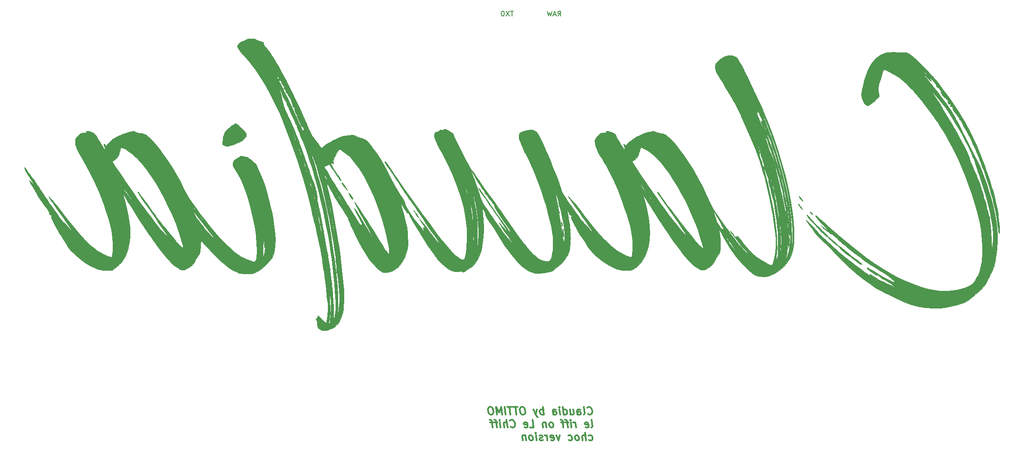
<source format=gbr>
G04 #@! TF.GenerationSoftware,KiCad,Pcbnew,(5.1.9)-1*
G04 #@! TF.CreationDate,2021-11-23T16:25:02-08:00*
G04 #@! TF.ProjectId,Claudia_choc,436c6175-6469-4615-9f63-686f632e6b69,rev?*
G04 #@! TF.SameCoordinates,Original*
G04 #@! TF.FileFunction,Legend,Bot*
G04 #@! TF.FilePolarity,Positive*
%FSLAX46Y46*%
G04 Gerber Fmt 4.6, Leading zero omitted, Abs format (unit mm)*
G04 Created by KiCad (PCBNEW (5.1.9)-1) date 2021-11-23 16:25:02*
%MOMM*%
%LPD*%
G01*
G04 APERTURE LIST*
%ADD10C,0.300000*%
%ADD11C,0.010000*%
%ADD12C,0.150000*%
G04 APERTURE END LIST*
D10*
X149338328Y-116730714D02*
X149418685Y-116802142D01*
X149641900Y-116873571D01*
X149784757Y-116873571D01*
X149990114Y-116802142D01*
X150115114Y-116659285D01*
X150168685Y-116516428D01*
X150204400Y-116230714D01*
X150177614Y-116016428D01*
X150070471Y-115730714D01*
X149981185Y-115587857D01*
X149820471Y-115445000D01*
X149597257Y-115373571D01*
X149454400Y-115373571D01*
X149249042Y-115445000D01*
X149186542Y-115516428D01*
X148499042Y-116873571D02*
X148632971Y-116802142D01*
X148686542Y-116659285D01*
X148525828Y-115373571D01*
X147284757Y-116873571D02*
X147186542Y-116087857D01*
X147240114Y-115945000D01*
X147374042Y-115873571D01*
X147659757Y-115873571D01*
X147811542Y-115945000D01*
X147275828Y-116802142D02*
X147427614Y-116873571D01*
X147784757Y-116873571D01*
X147918685Y-116802142D01*
X147972257Y-116659285D01*
X147954400Y-116516428D01*
X147865114Y-116373571D01*
X147713328Y-116302142D01*
X147356185Y-116302142D01*
X147204400Y-116230714D01*
X145802614Y-115873571D02*
X145927614Y-116873571D01*
X146445471Y-115873571D02*
X146543685Y-116659285D01*
X146490114Y-116802142D01*
X146356185Y-116873571D01*
X146141900Y-116873571D01*
X145990114Y-116802142D01*
X145909757Y-116730714D01*
X144570471Y-116873571D02*
X144382971Y-115373571D01*
X144561542Y-116802142D02*
X144713328Y-116873571D01*
X144999042Y-116873571D01*
X145132971Y-116802142D01*
X145195471Y-116730714D01*
X145249042Y-116587857D01*
X145195471Y-116159285D01*
X145106185Y-116016428D01*
X145025828Y-115945000D01*
X144874042Y-115873571D01*
X144588328Y-115873571D01*
X144454400Y-115945000D01*
X143856185Y-116873571D02*
X143731185Y-115873571D01*
X143668685Y-115373571D02*
X143749042Y-115445000D01*
X143686542Y-115516428D01*
X143606185Y-115445000D01*
X143668685Y-115373571D01*
X143686542Y-115516428D01*
X142499042Y-116873571D02*
X142400828Y-116087857D01*
X142454400Y-115945000D01*
X142588328Y-115873571D01*
X142874042Y-115873571D01*
X143025828Y-115945000D01*
X142490114Y-116802142D02*
X142641900Y-116873571D01*
X142999042Y-116873571D01*
X143132971Y-116802142D01*
X143186542Y-116659285D01*
X143168685Y-116516428D01*
X143079400Y-116373571D01*
X142927614Y-116302142D01*
X142570471Y-116302142D01*
X142418685Y-116230714D01*
X140641900Y-116873571D02*
X140454400Y-115373571D01*
X140525828Y-115945000D02*
X140374042Y-115873571D01*
X140088328Y-115873571D01*
X139954400Y-115945000D01*
X139891900Y-116016428D01*
X139838328Y-116159285D01*
X139891900Y-116587857D01*
X139981185Y-116730714D01*
X140061542Y-116802142D01*
X140213328Y-116873571D01*
X140499042Y-116873571D01*
X140632971Y-116802142D01*
X139302614Y-115873571D02*
X139070471Y-116873571D01*
X138588328Y-115873571D02*
X139070471Y-116873571D01*
X139257971Y-117230714D01*
X139338328Y-117302142D01*
X139490114Y-117373571D01*
X136525828Y-115373571D02*
X136240114Y-115373571D01*
X136106185Y-115445000D01*
X135981185Y-115587857D01*
X135945471Y-115873571D01*
X136007971Y-116373571D01*
X136115114Y-116659285D01*
X136275828Y-116802142D01*
X136427614Y-116873571D01*
X136713328Y-116873571D01*
X136847257Y-116802142D01*
X136972257Y-116659285D01*
X137007971Y-116373571D01*
X136945471Y-115873571D01*
X136838328Y-115587857D01*
X136677614Y-115445000D01*
X136525828Y-115373571D01*
X135454400Y-115373571D02*
X134597257Y-115373571D01*
X135213328Y-116873571D02*
X135025828Y-115373571D01*
X134311542Y-115373571D02*
X133454400Y-115373571D01*
X134070471Y-116873571D02*
X133882971Y-115373571D01*
X133141900Y-116873571D02*
X132954400Y-115373571D01*
X132427614Y-116873571D02*
X132240114Y-115373571D01*
X131874042Y-116445000D01*
X131240114Y-115373571D01*
X131427614Y-116873571D01*
X130240114Y-115373571D02*
X129954400Y-115373571D01*
X129820471Y-115445000D01*
X129695471Y-115587857D01*
X129659757Y-115873571D01*
X129722257Y-116373571D01*
X129829400Y-116659285D01*
X129990114Y-116802142D01*
X130141900Y-116873571D01*
X130427614Y-116873571D01*
X130561542Y-116802142D01*
X130686542Y-116659285D01*
X130722257Y-116373571D01*
X130659757Y-115873571D01*
X130552614Y-115587857D01*
X130391900Y-115445000D01*
X130240114Y-115373571D01*
X149999042Y-119423571D02*
X150132971Y-119352142D01*
X150186542Y-119209285D01*
X150025828Y-117923571D01*
X148847257Y-119352142D02*
X148999042Y-119423571D01*
X149284757Y-119423571D01*
X149418685Y-119352142D01*
X149472257Y-119209285D01*
X149400828Y-118637857D01*
X149311542Y-118495000D01*
X149159757Y-118423571D01*
X148874042Y-118423571D01*
X148740114Y-118495000D01*
X148686542Y-118637857D01*
X148704400Y-118780714D01*
X149436542Y-118923571D01*
X146999042Y-119423571D02*
X146874042Y-118423571D01*
X146909757Y-118709285D02*
X146820471Y-118566428D01*
X146740114Y-118495000D01*
X146588328Y-118423571D01*
X146445471Y-118423571D01*
X146070471Y-119423571D02*
X145945471Y-118423571D01*
X145882971Y-117923571D02*
X145963328Y-117995000D01*
X145900828Y-118066428D01*
X145820471Y-117995000D01*
X145882971Y-117923571D01*
X145900828Y-118066428D01*
X145445471Y-118423571D02*
X144874042Y-118423571D01*
X145356185Y-119423571D02*
X145195471Y-118137857D01*
X145106185Y-117995000D01*
X144954400Y-117923571D01*
X144811542Y-117923571D01*
X144588328Y-118423571D02*
X144016900Y-118423571D01*
X144499042Y-119423571D02*
X144338328Y-118137857D01*
X144249042Y-117995000D01*
X144097257Y-117923571D01*
X143954400Y-117923571D01*
X142284757Y-119423571D02*
X142418685Y-119352142D01*
X142481185Y-119280714D01*
X142534757Y-119137857D01*
X142481185Y-118709285D01*
X142391900Y-118566428D01*
X142311542Y-118495000D01*
X142159757Y-118423571D01*
X141945471Y-118423571D01*
X141811542Y-118495000D01*
X141749042Y-118566428D01*
X141695471Y-118709285D01*
X141749042Y-119137857D01*
X141838328Y-119280714D01*
X141918685Y-119352142D01*
X142070471Y-119423571D01*
X142284757Y-119423571D01*
X141016900Y-118423571D02*
X141141900Y-119423571D01*
X141034757Y-118566428D02*
X140954400Y-118495000D01*
X140802614Y-118423571D01*
X140588328Y-118423571D01*
X140454400Y-118495000D01*
X140400828Y-118637857D01*
X140499042Y-119423571D01*
X137927614Y-119423571D02*
X138641900Y-119423571D01*
X138454400Y-117923571D01*
X136847257Y-119352142D02*
X136999042Y-119423571D01*
X137284757Y-119423571D01*
X137418685Y-119352142D01*
X137472257Y-119209285D01*
X137400828Y-118637857D01*
X137311542Y-118495000D01*
X137159757Y-118423571D01*
X136874042Y-118423571D01*
X136740114Y-118495000D01*
X136686542Y-118637857D01*
X136704400Y-118780714D01*
X137436542Y-118923571D01*
X134124042Y-119280714D02*
X134204400Y-119352142D01*
X134427614Y-119423571D01*
X134570471Y-119423571D01*
X134775828Y-119352142D01*
X134900828Y-119209285D01*
X134954400Y-119066428D01*
X134990114Y-118780714D01*
X134963328Y-118566428D01*
X134856185Y-118280714D01*
X134766900Y-118137857D01*
X134606185Y-117995000D01*
X134382971Y-117923571D01*
X134240114Y-117923571D01*
X134034757Y-117995000D01*
X133972257Y-118066428D01*
X133499042Y-119423571D02*
X133311542Y-117923571D01*
X132856185Y-119423571D02*
X132757971Y-118637857D01*
X132811542Y-118495000D01*
X132945471Y-118423571D01*
X133159757Y-118423571D01*
X133311542Y-118495000D01*
X133391900Y-118566428D01*
X132141900Y-119423571D02*
X132016900Y-118423571D01*
X131954400Y-117923571D02*
X132034757Y-117995000D01*
X131972257Y-118066428D01*
X131891900Y-117995000D01*
X131954400Y-117923571D01*
X131972257Y-118066428D01*
X131516900Y-118423571D02*
X130945471Y-118423571D01*
X131427614Y-119423571D02*
X131266900Y-118137857D01*
X131177614Y-117995000D01*
X131025828Y-117923571D01*
X130882971Y-117923571D01*
X130659757Y-118423571D02*
X130088328Y-118423571D01*
X130570471Y-119423571D02*
X130409757Y-118137857D01*
X130320471Y-117995000D01*
X130168685Y-117923571D01*
X130025828Y-117923571D01*
X149561542Y-121902142D02*
X149713328Y-121973571D01*
X149999042Y-121973571D01*
X150132971Y-121902142D01*
X150195471Y-121830714D01*
X150249042Y-121687857D01*
X150195471Y-121259285D01*
X150106185Y-121116428D01*
X150025828Y-121045000D01*
X149874042Y-120973571D01*
X149588328Y-120973571D01*
X149454400Y-121045000D01*
X148927614Y-121973571D02*
X148740114Y-120473571D01*
X148284757Y-121973571D02*
X148186542Y-121187857D01*
X148240114Y-121045000D01*
X148374042Y-120973571D01*
X148588328Y-120973571D01*
X148740114Y-121045000D01*
X148820471Y-121116428D01*
X147356185Y-121973571D02*
X147490114Y-121902142D01*
X147552614Y-121830714D01*
X147606185Y-121687857D01*
X147552614Y-121259285D01*
X147463328Y-121116428D01*
X147382971Y-121045000D01*
X147231185Y-120973571D01*
X147016900Y-120973571D01*
X146882971Y-121045000D01*
X146820471Y-121116428D01*
X146766900Y-121259285D01*
X146820471Y-121687857D01*
X146909757Y-121830714D01*
X146990114Y-121902142D01*
X147141900Y-121973571D01*
X147356185Y-121973571D01*
X145561542Y-121902142D02*
X145713328Y-121973571D01*
X145999042Y-121973571D01*
X146132971Y-121902142D01*
X146195471Y-121830714D01*
X146249042Y-121687857D01*
X146195471Y-121259285D01*
X146106185Y-121116428D01*
X146025828Y-121045000D01*
X145874042Y-120973571D01*
X145588328Y-120973571D01*
X145454400Y-121045000D01*
X143802614Y-120973571D02*
X143570471Y-121973571D01*
X143088328Y-120973571D01*
X142061542Y-121902142D02*
X142213328Y-121973571D01*
X142499042Y-121973571D01*
X142632971Y-121902142D01*
X142686542Y-121759285D01*
X142615114Y-121187857D01*
X142525828Y-121045000D01*
X142374042Y-120973571D01*
X142088328Y-120973571D01*
X141954400Y-121045000D01*
X141900828Y-121187857D01*
X141918685Y-121330714D01*
X142650828Y-121473571D01*
X141356185Y-121973571D02*
X141231185Y-120973571D01*
X141266900Y-121259285D02*
X141177614Y-121116428D01*
X141097257Y-121045000D01*
X140945471Y-120973571D01*
X140802614Y-120973571D01*
X140490114Y-121902142D02*
X140356185Y-121973571D01*
X140070471Y-121973571D01*
X139918685Y-121902142D01*
X139829400Y-121759285D01*
X139820471Y-121687857D01*
X139874042Y-121545000D01*
X140007971Y-121473571D01*
X140222257Y-121473571D01*
X140356185Y-121402142D01*
X140409757Y-121259285D01*
X140400828Y-121187857D01*
X140311542Y-121045000D01*
X140159757Y-120973571D01*
X139945471Y-120973571D01*
X139811542Y-121045000D01*
X139213328Y-121973571D02*
X139088328Y-120973571D01*
X139025828Y-120473571D02*
X139106185Y-120545000D01*
X139043685Y-120616428D01*
X138963328Y-120545000D01*
X139025828Y-120473571D01*
X139043685Y-120616428D01*
X138284757Y-121973571D02*
X138418685Y-121902142D01*
X138481185Y-121830714D01*
X138534757Y-121687857D01*
X138481185Y-121259285D01*
X138391900Y-121116428D01*
X138311542Y-121045000D01*
X138159757Y-120973571D01*
X137945471Y-120973571D01*
X137811542Y-121045000D01*
X137749042Y-121116428D01*
X137695471Y-121259285D01*
X137749042Y-121687857D01*
X137838328Y-121830714D01*
X137918685Y-121902142D01*
X138070471Y-121973571D01*
X138284757Y-121973571D01*
X137016900Y-120973571D02*
X137141900Y-121973571D01*
X137034757Y-121116428D02*
X136954400Y-121045000D01*
X136802614Y-120973571D01*
X136588328Y-120973571D01*
X136454400Y-121045000D01*
X136400828Y-121187857D01*
X136499042Y-121973571D01*
D11*
G36*
X143507842Y-75668924D02*
G01*
X143495921Y-75787135D01*
X143507842Y-75801734D01*
X143567059Y-75788061D01*
X143574247Y-75735329D01*
X143537802Y-75653341D01*
X143507842Y-75668924D01*
G37*
X143507842Y-75668924D02*
X143495921Y-75787135D01*
X143507842Y-75801734D01*
X143567059Y-75788061D01*
X143574247Y-75735329D01*
X143537802Y-75653341D01*
X143507842Y-75668924D01*
G36*
X144088439Y-78940810D02*
G01*
X144080813Y-79121996D01*
X144103628Y-79402726D01*
X144166450Y-79611043D01*
X144171894Y-79620035D01*
X144238412Y-79681890D01*
X144262686Y-79572407D01*
X144262976Y-79470623D01*
X144230104Y-79180606D01*
X144171894Y-78972584D01*
X144115278Y-78873902D01*
X144088439Y-78940810D01*
G37*
X144088439Y-78940810D02*
X144080813Y-79121996D01*
X144103628Y-79402726D01*
X144166450Y-79611043D01*
X144171894Y-79620035D01*
X144238412Y-79681890D01*
X144262686Y-79572407D01*
X144262976Y-79470623D01*
X144230104Y-79180606D01*
X144171894Y-78972584D01*
X144115278Y-78873902D01*
X144088439Y-78940810D01*
G36*
X100897506Y-71224380D02*
G01*
X100977583Y-71411236D01*
X101134503Y-71674672D01*
X101344182Y-71975419D01*
X101582536Y-72274212D01*
X101658861Y-72360718D01*
X102054564Y-72796898D01*
X101736097Y-72199251D01*
X101474149Y-71748442D01*
X101231435Y-71406810D01*
X101029198Y-71201524D01*
X100918354Y-71153368D01*
X100897506Y-71224380D01*
G37*
X100897506Y-71224380D02*
X100977583Y-71411236D01*
X101134503Y-71674672D01*
X101344182Y-71975419D01*
X101582536Y-72274212D01*
X101658861Y-72360718D01*
X102054564Y-72796898D01*
X101736097Y-72199251D01*
X101474149Y-71748442D01*
X101231435Y-71406810D01*
X101029198Y-71201524D01*
X100918354Y-71153368D01*
X100897506Y-71224380D01*
G36*
X102258792Y-73328457D02*
G01*
X102382976Y-73626665D01*
X102538766Y-73917486D01*
X102746127Y-74240786D01*
X102906556Y-74414270D01*
X103006512Y-74427190D01*
X103033855Y-74310517D01*
X102983487Y-74158048D01*
X102854291Y-73907201D01*
X102744771Y-73724767D01*
X102496070Y-73368420D01*
X102325439Y-73189885D01*
X102242980Y-73179714D01*
X102258792Y-73328457D01*
G37*
X102258792Y-73328457D02*
X102382976Y-73626665D01*
X102538766Y-73917486D01*
X102746127Y-74240786D01*
X102906556Y-74414270D01*
X103006512Y-74427190D01*
X103033855Y-74310517D01*
X102983487Y-74158048D01*
X102854291Y-73907201D01*
X102744771Y-73724767D01*
X102496070Y-73368420D01*
X102325439Y-73189885D01*
X102242980Y-73179714D01*
X102258792Y-73328457D01*
G36*
X220074108Y-55191171D02*
G01*
X220073071Y-55205079D01*
X220120643Y-55318305D01*
X220231249Y-55479228D01*
X220356729Y-55628258D01*
X220448917Y-55705807D01*
X220468188Y-55693938D01*
X220428985Y-55532345D01*
X220331194Y-55327014D01*
X220220382Y-55162416D01*
X220156690Y-55116506D01*
X220074108Y-55191171D01*
G37*
X220074108Y-55191171D02*
X220073071Y-55205079D01*
X220120643Y-55318305D01*
X220231249Y-55479228D01*
X220356729Y-55628258D01*
X220448917Y-55705807D01*
X220468188Y-55693938D01*
X220428985Y-55532345D01*
X220331194Y-55327014D01*
X220220382Y-55162416D01*
X220156690Y-55116506D01*
X220074108Y-55191171D01*
G36*
X79837865Y-59559037D02*
G01*
X79588881Y-59715861D01*
X79296868Y-59935922D01*
X79293716Y-59938487D01*
X78966293Y-60191211D01*
X78648885Y-60413344D01*
X78434690Y-60543079D01*
X78145125Y-60790304D01*
X77882872Y-61199409D01*
X77664560Y-61733342D01*
X77506814Y-62355054D01*
X77450093Y-62737030D01*
X77414504Y-63119572D01*
X77398637Y-63425252D01*
X77404900Y-63600618D01*
X77410430Y-63618238D01*
X77549174Y-63727404D01*
X77803588Y-63844505D01*
X78093897Y-63938909D01*
X78340322Y-63979984D01*
X78352813Y-63980078D01*
X78603275Y-63937397D01*
X78729542Y-63881996D01*
X78941303Y-63807189D01*
X79146113Y-63783913D01*
X79340863Y-63741230D01*
X79665786Y-63626592D01*
X80073389Y-63458168D01*
X80459391Y-63281505D01*
X80961545Y-63030720D01*
X81319068Y-62822978D01*
X81573413Y-62630181D01*
X81766030Y-62424233D01*
X81810859Y-62365411D01*
X82029100Y-62020686D01*
X82101632Y-61740175D01*
X82034359Y-61458864D01*
X81913376Y-61236536D01*
X81748066Y-61021859D01*
X81487813Y-60741855D01*
X81168930Y-60429328D01*
X80827732Y-60117085D01*
X80500533Y-59837929D01*
X80223649Y-59624665D01*
X80033392Y-59510097D01*
X79990222Y-59499251D01*
X79837865Y-59559037D01*
G37*
X79837865Y-59559037D02*
X79588881Y-59715861D01*
X79296868Y-59935922D01*
X79293716Y-59938487D01*
X78966293Y-60191211D01*
X78648885Y-60413344D01*
X78434690Y-60543079D01*
X78145125Y-60790304D01*
X77882872Y-61199409D01*
X77664560Y-61733342D01*
X77506814Y-62355054D01*
X77450093Y-62737030D01*
X77414504Y-63119572D01*
X77398637Y-63425252D01*
X77404900Y-63600618D01*
X77410430Y-63618238D01*
X77549174Y-63727404D01*
X77803588Y-63844505D01*
X78093897Y-63938909D01*
X78340322Y-63979984D01*
X78352813Y-63980078D01*
X78603275Y-63937397D01*
X78729542Y-63881996D01*
X78941303Y-63807189D01*
X79146113Y-63783913D01*
X79340863Y-63741230D01*
X79665786Y-63626592D01*
X80073389Y-63458168D01*
X80459391Y-63281505D01*
X80961545Y-63030720D01*
X81319068Y-62822978D01*
X81573413Y-62630181D01*
X81766030Y-62424233D01*
X81810859Y-62365411D01*
X82029100Y-62020686D01*
X82101632Y-61740175D01*
X82034359Y-61458864D01*
X81913376Y-61236536D01*
X81748066Y-61021859D01*
X81487813Y-60741855D01*
X81168930Y-60429328D01*
X80827732Y-60117085D01*
X80500533Y-59837929D01*
X80223649Y-59624665D01*
X80033392Y-59510097D01*
X79990222Y-59499251D01*
X79837865Y-59559037D01*
G36*
X190828722Y-73888212D02*
G01*
X190913238Y-74092396D01*
X190920968Y-74107445D01*
X191065106Y-74333068D01*
X191242843Y-74545651D01*
X191414872Y-74707647D01*
X191541887Y-74781509D01*
X191585228Y-74741971D01*
X191530715Y-74608017D01*
X191393688Y-74397127D01*
X191213910Y-74159360D01*
X191031146Y-73944773D01*
X190885160Y-73803424D01*
X190819682Y-73778261D01*
X190828722Y-73888212D01*
G37*
X190828722Y-73888212D02*
X190913238Y-74092396D01*
X190920968Y-74107445D01*
X191065106Y-74333068D01*
X191242843Y-74545651D01*
X191414872Y-74707647D01*
X191541887Y-74781509D01*
X191585228Y-74741971D01*
X191530715Y-74608017D01*
X191393688Y-74397127D01*
X191213910Y-74159360D01*
X191031146Y-73944773D01*
X190885160Y-73803424D01*
X190819682Y-73778261D01*
X190828722Y-73888212D01*
G36*
X190686830Y-75399032D02*
G01*
X190735370Y-75572901D01*
X190916482Y-75839702D01*
X191143072Y-76099222D01*
X191364820Y-76325987D01*
X191516606Y-76463966D01*
X191566931Y-76484641D01*
X191566316Y-76482388D01*
X191483039Y-76307646D01*
X191331607Y-76056485D01*
X191148352Y-75781821D01*
X190969606Y-75536571D01*
X190831703Y-75373653D01*
X190779821Y-75336898D01*
X190686830Y-75399032D01*
G37*
X190686830Y-75399032D02*
X190735370Y-75572901D01*
X190916482Y-75839702D01*
X191143072Y-76099222D01*
X191364820Y-76325987D01*
X191516606Y-76463966D01*
X191566931Y-76484641D01*
X191566316Y-76482388D01*
X191483039Y-76307646D01*
X191331607Y-76056485D01*
X191148352Y-75781821D01*
X190969606Y-75536571D01*
X190831703Y-75373653D01*
X190779821Y-75336898D01*
X190686830Y-75399032D01*
G36*
X193017752Y-76981889D02*
G01*
X193103003Y-77103520D01*
X193262769Y-77247269D01*
X193419781Y-77348011D01*
X193540630Y-77402557D01*
X193532653Y-77360383D01*
X193390845Y-77198749D01*
X193385708Y-77193161D01*
X193200758Y-77018327D01*
X193062542Y-76932436D01*
X193049786Y-76930623D01*
X193017752Y-76981889D01*
G37*
X193017752Y-76981889D02*
X193103003Y-77103520D01*
X193262769Y-77247269D01*
X193419781Y-77348011D01*
X193540630Y-77402557D01*
X193532653Y-77360383D01*
X193390845Y-77198749D01*
X193385708Y-77193161D01*
X193200758Y-77018327D01*
X193062542Y-76932436D01*
X193049786Y-76930623D01*
X193017752Y-76981889D01*
G36*
X115023769Y-76642435D02*
G01*
X115024939Y-76694335D01*
X115088807Y-76817490D01*
X115231268Y-77041893D01*
X115468219Y-77397533D01*
X115501699Y-77447387D01*
X115704790Y-77733650D01*
X115886889Y-77963197D01*
X116023081Y-78108916D01*
X116088447Y-78143698D01*
X116069399Y-78065077D01*
X115963034Y-77868094D01*
X115790939Y-77593570D01*
X115585258Y-77287574D01*
X115378134Y-76996176D01*
X115201711Y-76765447D01*
X115088132Y-76641457D01*
X115069400Y-76631800D01*
X115023769Y-76642435D01*
G37*
X115023769Y-76642435D02*
X115024939Y-76694335D01*
X115088807Y-76817490D01*
X115231268Y-77041893D01*
X115468219Y-77397533D01*
X115501699Y-77447387D01*
X115704790Y-77733650D01*
X115886889Y-77963197D01*
X116023081Y-78108916D01*
X116088447Y-78143698D01*
X116069399Y-78065077D01*
X115963034Y-77868094D01*
X115790939Y-77593570D01*
X115585258Y-77287574D01*
X115378134Y-76996176D01*
X115201711Y-76765447D01*
X115088132Y-76641457D01*
X115069400Y-76631800D01*
X115023769Y-76642435D01*
G36*
X192366749Y-77587589D02*
G01*
X192476968Y-77773554D01*
X192669749Y-78037922D01*
X192928257Y-78357405D01*
X193235659Y-78708718D01*
X193530023Y-79022388D01*
X193964649Y-79472230D01*
X194452483Y-79980797D01*
X194917846Y-80469059D01*
X195134783Y-80698180D01*
X195488566Y-81056615D01*
X195835063Y-81379285D01*
X196128997Y-81625500D01*
X196291233Y-81737502D01*
X196521551Y-81894935D01*
X196653256Y-82039189D01*
X196665228Y-82078769D01*
X196710671Y-82199599D01*
X196739934Y-82210321D01*
X196839391Y-82274718D01*
X197048531Y-82448126D01*
X197333398Y-82701522D01*
X197560366Y-82911594D01*
X197897510Y-83213620D01*
X198204855Y-83462577D01*
X198440074Y-83625497D01*
X198533326Y-83669417D01*
X198699084Y-83754318D01*
X198735832Y-83839713D01*
X198795270Y-83957815D01*
X198977516Y-84166525D01*
X199247542Y-84434900D01*
X199570319Y-84731998D01*
X199910816Y-85026877D01*
X200234006Y-85288596D01*
X200504859Y-85486211D01*
X200688346Y-85588781D01*
X200724673Y-85596506D01*
X200842187Y-85662520D01*
X201030532Y-85827510D01*
X201097777Y-85895329D01*
X201305978Y-86083237D01*
X201475685Y-86186994D01*
X201509894Y-86194153D01*
X201658896Y-86271065D01*
X201737249Y-86368466D01*
X201818810Y-86467276D01*
X201843332Y-86443172D01*
X201882824Y-86402718D01*
X201921067Y-86445333D01*
X202074295Y-86609922D01*
X202312601Y-86818333D01*
X202581459Y-87028495D01*
X202826344Y-87198335D01*
X202992730Y-87285781D01*
X203015559Y-87289839D01*
X203117523Y-87212074D01*
X203121697Y-87120315D01*
X203035168Y-87011176D01*
X202822755Y-86817513D01*
X202522189Y-86568451D01*
X202171205Y-86293114D01*
X201807535Y-86020629D01*
X201468911Y-85780121D01*
X201193066Y-85600715D01*
X201057741Y-85527176D01*
X200913191Y-85419966D01*
X200699944Y-85216925D01*
X200573013Y-85082002D01*
X200351602Y-84863536D01*
X200165282Y-84725298D01*
X200095057Y-84700035D01*
X199932634Y-84623489D01*
X199882530Y-84560939D01*
X199738978Y-84389447D01*
X199496788Y-84169311D01*
X199209181Y-83941317D01*
X198929378Y-83746253D01*
X198710601Y-83624903D01*
X198634309Y-83604349D01*
X198485752Y-83540478D01*
X198458169Y-83466808D01*
X198385038Y-83353760D01*
X198185686Y-83146278D01*
X197890176Y-82873465D01*
X197528573Y-82564429D01*
X197511894Y-82550685D01*
X197149464Y-82247337D01*
X196851186Y-81987885D01*
X196646762Y-81798874D01*
X196565894Y-81706849D01*
X196565620Y-81705002D01*
X196496110Y-81617524D01*
X196304701Y-81421448D01*
X196017076Y-81141991D01*
X195658920Y-80804369D01*
X195473821Y-80633037D01*
X194983482Y-80167626D01*
X194451005Y-79639096D01*
X193939964Y-79111795D01*
X193513931Y-78650071D01*
X193506566Y-78641782D01*
X193166149Y-78264080D01*
X192860144Y-77935300D01*
X192619095Y-77687519D01*
X192473546Y-77552818D01*
X192461327Y-77544011D01*
X192355924Y-77503313D01*
X192366749Y-77587589D01*
G37*
X192366749Y-77587589D02*
X192476968Y-77773554D01*
X192669749Y-78037922D01*
X192928257Y-78357405D01*
X193235659Y-78708718D01*
X193530023Y-79022388D01*
X193964649Y-79472230D01*
X194452483Y-79980797D01*
X194917846Y-80469059D01*
X195134783Y-80698180D01*
X195488566Y-81056615D01*
X195835063Y-81379285D01*
X196128997Y-81625500D01*
X196291233Y-81737502D01*
X196521551Y-81894935D01*
X196653256Y-82039189D01*
X196665228Y-82078769D01*
X196710671Y-82199599D01*
X196739934Y-82210321D01*
X196839391Y-82274718D01*
X197048531Y-82448126D01*
X197333398Y-82701522D01*
X197560366Y-82911594D01*
X197897510Y-83213620D01*
X198204855Y-83462577D01*
X198440074Y-83625497D01*
X198533326Y-83669417D01*
X198699084Y-83754318D01*
X198735832Y-83839713D01*
X198795270Y-83957815D01*
X198977516Y-84166525D01*
X199247542Y-84434900D01*
X199570319Y-84731998D01*
X199910816Y-85026877D01*
X200234006Y-85288596D01*
X200504859Y-85486211D01*
X200688346Y-85588781D01*
X200724673Y-85596506D01*
X200842187Y-85662520D01*
X201030532Y-85827510D01*
X201097777Y-85895329D01*
X201305978Y-86083237D01*
X201475685Y-86186994D01*
X201509894Y-86194153D01*
X201658896Y-86271065D01*
X201737249Y-86368466D01*
X201818810Y-86467276D01*
X201843332Y-86443172D01*
X201882824Y-86402718D01*
X201921067Y-86445333D01*
X202074295Y-86609922D01*
X202312601Y-86818333D01*
X202581459Y-87028495D01*
X202826344Y-87198335D01*
X202992730Y-87285781D01*
X203015559Y-87289839D01*
X203117523Y-87212074D01*
X203121697Y-87120315D01*
X203035168Y-87011176D01*
X202822755Y-86817513D01*
X202522189Y-86568451D01*
X202171205Y-86293114D01*
X201807535Y-86020629D01*
X201468911Y-85780121D01*
X201193066Y-85600715D01*
X201057741Y-85527176D01*
X200913191Y-85419966D01*
X200699944Y-85216925D01*
X200573013Y-85082002D01*
X200351602Y-84863536D01*
X200165282Y-84725298D01*
X200095057Y-84700035D01*
X199932634Y-84623489D01*
X199882530Y-84560939D01*
X199738978Y-84389447D01*
X199496788Y-84169311D01*
X199209181Y-83941317D01*
X198929378Y-83746253D01*
X198710601Y-83624903D01*
X198634309Y-83604349D01*
X198485752Y-83540478D01*
X198458169Y-83466808D01*
X198385038Y-83353760D01*
X198185686Y-83146278D01*
X197890176Y-82873465D01*
X197528573Y-82564429D01*
X197511894Y-82550685D01*
X197149464Y-82247337D01*
X196851186Y-81987885D01*
X196646762Y-81798874D01*
X196565894Y-81706849D01*
X196565620Y-81705002D01*
X196496110Y-81617524D01*
X196304701Y-81421448D01*
X196017076Y-81141991D01*
X195658920Y-80804369D01*
X195473821Y-80633037D01*
X194983482Y-80167626D01*
X194451005Y-79639096D01*
X193939964Y-79111795D01*
X193513931Y-78650071D01*
X193506566Y-78641782D01*
X193166149Y-78264080D01*
X192860144Y-77935300D01*
X192619095Y-77687519D01*
X192473546Y-77552818D01*
X192461327Y-77544011D01*
X192355924Y-77503313D01*
X192366749Y-77587589D01*
G36*
X50573713Y-61007498D02*
G01*
X50545662Y-61082734D01*
X50566907Y-61183114D01*
X50586581Y-61333286D01*
X50499616Y-61369253D01*
X50333953Y-61340381D01*
X49906108Y-61338724D01*
X49461681Y-61522603D01*
X48990414Y-61896592D01*
X48912015Y-61974195D01*
X48655190Y-62248139D01*
X48510592Y-62458816D01*
X48443702Y-62677685D01*
X48419997Y-62976207D01*
X48419342Y-62994076D01*
X48475537Y-63632366D01*
X48677874Y-64357450D01*
X49014299Y-65135040D01*
X49426496Y-65858877D01*
X50833369Y-68244147D01*
X52108232Y-70764275D01*
X53239017Y-73395058D01*
X53431698Y-73892584D01*
X53998697Y-75417349D01*
X54477783Y-76787624D01*
X54874198Y-78025015D01*
X55193182Y-79151126D01*
X55439977Y-80187563D01*
X55619824Y-81155932D01*
X55737963Y-82077837D01*
X55799637Y-82974883D01*
X55811767Y-83703957D01*
X55803438Y-84230578D01*
X55785892Y-84728904D01*
X55761750Y-85140805D01*
X55735379Y-85397290D01*
X55682470Y-85671725D01*
X55608143Y-85798778D01*
X55468996Y-85829068D01*
X55369233Y-85824300D01*
X55082167Y-85755159D01*
X54672570Y-85592169D01*
X54180656Y-85356378D01*
X53646640Y-85068833D01*
X53110737Y-84750581D01*
X52613161Y-84422667D01*
X52409275Y-84275169D01*
X51443983Y-83482353D01*
X50414670Y-82502655D01*
X49322557Y-81337421D01*
X48168865Y-79988000D01*
X46954817Y-78455738D01*
X46110025Y-77329920D01*
X45694634Y-76775473D01*
X45267387Y-76223144D01*
X44860680Y-75713564D01*
X44506907Y-75287363D01*
X44251881Y-74999394D01*
X43937024Y-74662124D01*
X43650403Y-74351874D01*
X43435625Y-74115981D01*
X43369923Y-74041996D01*
X43219893Y-73884992D01*
X43174017Y-73873339D01*
X43222368Y-73989076D01*
X43355015Y-74214239D01*
X43562027Y-74530868D01*
X43833477Y-74920999D01*
X43930196Y-75055489D01*
X44217487Y-75456897D01*
X44581225Y-75972498D01*
X44985975Y-76551654D01*
X45396298Y-77143730D01*
X45660686Y-77528270D01*
X46043483Y-78084633D01*
X46434090Y-78647909D01*
X46800456Y-79172184D01*
X47110530Y-79611544D01*
X47284621Y-79854621D01*
X47547504Y-80232318D01*
X47729344Y-80521966D01*
X47825006Y-80708482D01*
X47829356Y-80776787D01*
X47737262Y-80711799D01*
X47543588Y-80498439D01*
X47476040Y-80416898D01*
X47229596Y-80131007D01*
X46902236Y-79772227D01*
X46555164Y-79407273D01*
X46470835Y-79321212D01*
X46094054Y-78917763D01*
X45692696Y-78453818D01*
X45346752Y-78022229D01*
X45312378Y-77976506D01*
X45034754Y-77596202D01*
X44692416Y-77115099D01*
X44298829Y-76553177D01*
X43867459Y-75930415D01*
X43411771Y-75266793D01*
X42945230Y-74582291D01*
X42481303Y-73896888D01*
X42033454Y-73230564D01*
X41615149Y-72603299D01*
X41239854Y-72035072D01*
X40921034Y-71545863D01*
X40672154Y-71155651D01*
X40506681Y-70884417D01*
X40438079Y-70752140D01*
X40437503Y-70743325D01*
X40403796Y-70629990D01*
X40252396Y-70454723D01*
X40179994Y-70389920D01*
X39992469Y-70196582D01*
X39735651Y-69884584D01*
X39448283Y-69502642D01*
X39252139Y-69223339D01*
X38995876Y-68847062D01*
X38778375Y-68528061D01*
X38625809Y-68304704D01*
X38568095Y-68220656D01*
X38474679Y-68136307D01*
X38437060Y-68198205D01*
X38458441Y-68360453D01*
X38542026Y-68577151D01*
X38543071Y-68579210D01*
X38651121Y-68775514D01*
X38840529Y-69103839D01*
X39088728Y-69526246D01*
X39373152Y-70004794D01*
X39671235Y-70501544D01*
X39960412Y-70978555D01*
X40218116Y-71397889D01*
X40251868Y-71452192D01*
X40270361Y-71510166D01*
X40177094Y-71435083D01*
X39991826Y-71243515D01*
X39954975Y-71203172D01*
X39719117Y-70963427D01*
X39531630Y-70809757D01*
X39432352Y-70774706D01*
X39431464Y-70775512D01*
X39449860Y-70884393D01*
X39555005Y-71124811D01*
X39728815Y-71458900D01*
X39907171Y-71771590D01*
X40205292Y-72277177D01*
X40548920Y-72861965D01*
X40883435Y-73432931D01*
X41033327Y-73689510D01*
X41351708Y-74208756D01*
X41724398Y-74776570D01*
X42092179Y-75304089D01*
X42261279Y-75532255D01*
X42739574Y-76181033D01*
X43080763Y-76695080D01*
X43288570Y-77080564D01*
X43366720Y-77343657D01*
X43367557Y-77364614D01*
X43421719Y-77498608D01*
X43500416Y-77499062D01*
X43647976Y-77533357D01*
X43756789Y-77648240D01*
X43815340Y-77775929D01*
X43774542Y-77781835D01*
X43677015Y-77771366D01*
X43667581Y-77800071D01*
X43707863Y-77954707D01*
X43813935Y-78237590D01*
X43963632Y-78598217D01*
X44134790Y-78986087D01*
X44305247Y-79350698D01*
X44452836Y-79641547D01*
X44539847Y-79787600D01*
X44689352Y-80025566D01*
X44880130Y-80364041D01*
X45044871Y-80678860D01*
X45268714Y-81077969D01*
X45556784Y-81529960D01*
X45837099Y-81923958D01*
X46120557Y-82326625D01*
X46429555Y-82815566D01*
X46705127Y-83296651D01*
X46748928Y-83379569D01*
X47007063Y-83835374D01*
X47287191Y-84229650D01*
X47638757Y-84625484D01*
X48016458Y-84996835D01*
X49191749Y-86040956D01*
X50312316Y-86896029D01*
X51380744Y-87563802D01*
X52399617Y-88046022D01*
X52682091Y-88149999D01*
X53092337Y-88280039D01*
X53455892Y-88362562D01*
X53844266Y-88408063D01*
X54328971Y-88427041D01*
X54587424Y-88429674D01*
X55695896Y-88435329D01*
X56263118Y-88044668D01*
X57084321Y-87359351D01*
X57775205Y-86527047D01*
X58333326Y-85553525D01*
X58756242Y-84444554D01*
X59041510Y-83205904D01*
X59186687Y-81843343D01*
X59206004Y-81094352D01*
X59173749Y-80006090D01*
X59072380Y-78897785D01*
X58896114Y-77733282D01*
X58639166Y-76476425D01*
X58295754Y-75091056D01*
X58173536Y-74639643D01*
X58047981Y-74172473D01*
X57948354Y-73779737D01*
X57883582Y-73498364D01*
X57862597Y-73365281D01*
X57864092Y-73359990D01*
X57923927Y-73418969D01*
X58038699Y-73607791D01*
X58112385Y-73746440D01*
X58330727Y-74146603D01*
X58647013Y-74687333D01*
X59046061Y-75345215D01*
X59512691Y-76096835D01*
X60031724Y-76918777D01*
X60587978Y-77787628D01*
X61166274Y-78679971D01*
X61751430Y-79572394D01*
X62328267Y-80441480D01*
X62881604Y-81263816D01*
X63396260Y-82015987D01*
X63857056Y-82674577D01*
X64248811Y-83216173D01*
X64272990Y-83248741D01*
X65073821Y-84309558D01*
X65783560Y-85214140D01*
X66415093Y-85976178D01*
X66981307Y-86609365D01*
X67495087Y-87127392D01*
X67969321Y-87543952D01*
X68416895Y-87872736D01*
X68850694Y-88127436D01*
X68877502Y-88141136D01*
X69274708Y-88312935D01*
X69610058Y-88369372D01*
X69953692Y-88308406D01*
X70375751Y-88127997D01*
X70440029Y-88095668D01*
X71140216Y-87671321D01*
X71655482Y-87206172D01*
X71980250Y-86705453D01*
X72016389Y-86616431D01*
X72186783Y-86243779D01*
X72401979Y-85879594D01*
X72473872Y-85779605D01*
X72734587Y-85397343D01*
X72915834Y-85006043D01*
X73033468Y-84552695D01*
X73103344Y-83984291D01*
X73112883Y-83830917D01*
X69651836Y-83830917D01*
X69628832Y-83980229D01*
X69513172Y-83964742D01*
X69294252Y-83792757D01*
X68961464Y-83472574D01*
X68918823Y-83430035D01*
X68702080Y-83197433D01*
X68385232Y-82835750D01*
X67991385Y-82372451D01*
X67543648Y-81834996D01*
X67065126Y-81250850D01*
X66604505Y-80679480D01*
X66111909Y-80061921D01*
X65674923Y-79510020D01*
X65273207Y-78996921D01*
X64886420Y-78495764D01*
X64494221Y-77979690D01*
X64076269Y-77421842D01*
X63612224Y-76795362D01*
X63081743Y-76073389D01*
X62464487Y-75229067D01*
X62144836Y-74790863D01*
X61711899Y-74197418D01*
X61381522Y-73746348D01*
X61138979Y-73418994D01*
X60969549Y-73196698D01*
X60858508Y-73060799D01*
X60791133Y-72992640D01*
X60752701Y-72973562D01*
X60728487Y-72984905D01*
X60723562Y-72989674D01*
X60714552Y-73014681D01*
X60728510Y-73065791D01*
X60775627Y-73158438D01*
X60866095Y-73308055D01*
X61010104Y-73530073D01*
X61217844Y-73839925D01*
X61499507Y-74253043D01*
X61865283Y-74784861D01*
X62325362Y-75450811D01*
X62832615Y-76183565D01*
X63325418Y-76896829D01*
X63830171Y-77630541D01*
X64333544Y-78365052D01*
X64822212Y-79080714D01*
X65282846Y-79757876D01*
X65702119Y-80376890D01*
X66066703Y-80918106D01*
X66363272Y-81361877D01*
X66578496Y-81688551D01*
X66699049Y-81878481D01*
X66717413Y-81911016D01*
X66680439Y-81899844D01*
X66528291Y-81765909D01*
X66283490Y-81530420D01*
X65968558Y-81214581D01*
X65862311Y-81105832D01*
X65515683Y-80725132D01*
X65072916Y-80200033D01*
X64549539Y-79551109D01*
X63961081Y-78798939D01*
X63323071Y-77964096D01*
X62651040Y-77067158D01*
X61960515Y-76128701D01*
X61354470Y-75290273D01*
X60102875Y-75290273D01*
X60051987Y-75276325D01*
X59925226Y-75136589D01*
X59878757Y-75076412D01*
X59694468Y-74836682D01*
X59541811Y-74648257D01*
X59529275Y-74633727D01*
X59298739Y-74352241D01*
X59016254Y-73980217D01*
X58699845Y-73544494D01*
X58367535Y-73071914D01*
X58037349Y-72589315D01*
X57727310Y-72123538D01*
X57455444Y-71701423D01*
X57239774Y-71349809D01*
X57098325Y-71095536D01*
X57049120Y-70965444D01*
X57058280Y-70954153D01*
X57132026Y-71032918D01*
X57289558Y-71247649D01*
X57508091Y-71565997D01*
X57764839Y-71955616D01*
X57777460Y-71975133D01*
X58110044Y-72474463D01*
X58511926Y-73054641D01*
X58929679Y-73639588D01*
X59270009Y-74100529D01*
X59572015Y-74506840D01*
X59825168Y-74858550D01*
X60007563Y-75124368D01*
X60097296Y-75273006D01*
X60102875Y-75290273D01*
X61354470Y-75290273D01*
X61267026Y-75169300D01*
X60586103Y-74209531D01*
X59933275Y-73269971D01*
X59785494Y-73054154D01*
X58935315Y-71807798D01*
X58194427Y-70719406D01*
X57558860Y-69783057D01*
X57024645Y-68992828D01*
X56587811Y-68342796D01*
X56244389Y-67827041D01*
X55990407Y-67439640D01*
X55821897Y-67174671D01*
X55734888Y-67026211D01*
X55720130Y-66989990D01*
X55801309Y-66898092D01*
X56002692Y-66773786D01*
X56066019Y-66742185D01*
X56323335Y-66565713D01*
X56592579Y-66299223D01*
X56827220Y-65999710D01*
X56980730Y-65724169D01*
X57015032Y-65579725D01*
X57045671Y-65403390D01*
X57125555Y-65107220D01*
X57224554Y-64794366D01*
X57321869Y-64517898D01*
X57414822Y-64336063D01*
X57532238Y-64250984D01*
X57702944Y-64264781D01*
X57955765Y-64379577D01*
X58319528Y-64597492D01*
X58807973Y-64910908D01*
X59732506Y-65588436D01*
X60655949Y-66427944D01*
X61582053Y-67434511D01*
X62514569Y-68613213D01*
X63457249Y-69969126D01*
X64413846Y-71507328D01*
X65388109Y-73232895D01*
X66383791Y-75150903D01*
X66402065Y-75187486D01*
X67382699Y-77268295D01*
X68239605Y-79329049D01*
X68959595Y-81336061D01*
X69462300Y-83004700D01*
X69592790Y-83508508D01*
X69651836Y-83830917D01*
X73112883Y-83830917D01*
X73127618Y-83594038D01*
X73178331Y-82537844D01*
X73884252Y-83345018D01*
X74661360Y-84206670D01*
X75455431Y-85037100D01*
X76248431Y-85820512D01*
X77022323Y-86541108D01*
X77759073Y-87183093D01*
X78440645Y-87730669D01*
X79049004Y-88168042D01*
X79566113Y-88479413D01*
X79922909Y-88633998D01*
X80192362Y-88752871D01*
X80420948Y-88890931D01*
X80661229Y-88988037D01*
X81048406Y-89064011D01*
X81530941Y-89115308D01*
X82057293Y-89138387D01*
X82575923Y-89129705D01*
X83035289Y-89085719D01*
X83100258Y-89075096D01*
X83501781Y-88982841D01*
X83900033Y-88857782D01*
X84046532Y-88799458D01*
X84437696Y-88577345D01*
X84911993Y-88232909D01*
X85431172Y-87801793D01*
X85956986Y-87319643D01*
X86451184Y-86822101D01*
X86875519Y-86344812D01*
X87191741Y-85923420D01*
X87269806Y-85795721D01*
X87516166Y-85200326D01*
X87685127Y-84434641D01*
X87765181Y-83632589D01*
X85766939Y-83632589D01*
X85761177Y-83987465D01*
X85757218Y-84133665D01*
X85733352Y-84585414D01*
X85693201Y-84947364D01*
X85642476Y-85175407D01*
X85616029Y-85224371D01*
X85522292Y-85411945D01*
X85502875Y-85550022D01*
X85472923Y-85741291D01*
X85406294Y-85867299D01*
X85347818Y-85870427D01*
X85343439Y-85767721D01*
X85345578Y-85499658D01*
X85353604Y-85099969D01*
X85366886Y-84602385D01*
X85378548Y-84226898D01*
X85404737Y-83631462D01*
X85438378Y-83161350D01*
X85476338Y-82827638D01*
X85515483Y-82641400D01*
X85552679Y-82613711D01*
X85584792Y-82755646D01*
X85608688Y-83078279D01*
X85618131Y-83380231D01*
X85626912Y-83758183D01*
X85637134Y-83951094D01*
X85653518Y-83973112D01*
X85680784Y-83838386D01*
X85709517Y-83654153D01*
X85742012Y-83475016D01*
X85760852Y-83464800D01*
X85766939Y-83632589D01*
X87765181Y-83632589D01*
X87777247Y-83511709D01*
X87793086Y-82444567D01*
X87733202Y-81246258D01*
X87598155Y-79929820D01*
X87388502Y-78508295D01*
X87279491Y-77926702D01*
X86186128Y-77926702D01*
X86160586Y-77982171D01*
X86100522Y-77876898D01*
X86029329Y-77644529D01*
X86014916Y-77528270D01*
X86040458Y-77472802D01*
X86100522Y-77578074D01*
X86171715Y-77810443D01*
X86186128Y-77926702D01*
X87279491Y-77926702D01*
X87104804Y-76994721D01*
X86841204Y-75795958D01*
X86558384Y-74639643D01*
X85403267Y-74639643D01*
X85366822Y-74721632D01*
X85336862Y-74706048D01*
X85324941Y-74587837D01*
X85336862Y-74573238D01*
X85396079Y-74586911D01*
X85403267Y-74639643D01*
X86558384Y-74639643D01*
X86485565Y-74341926D01*
X86469377Y-74282715D01*
X85295795Y-74282715D01*
X85277482Y-74411908D01*
X85243479Y-74413450D01*
X85219701Y-74280136D01*
X85235616Y-74222535D01*
X85279845Y-74184806D01*
X85295795Y-74282715D01*
X86469377Y-74282715D01*
X86335485Y-73792976D01*
X85204051Y-73792976D01*
X85154247Y-73842780D01*
X85104443Y-73792976D01*
X85154247Y-73743172D01*
X85204051Y-73792976D01*
X86335485Y-73792976D01*
X86185706Y-73245133D01*
X84996309Y-73245133D01*
X84965416Y-73282782D01*
X84903166Y-73193389D01*
X84841822Y-73038696D01*
X84814146Y-72896506D01*
X84850665Y-72878595D01*
X84905228Y-72946310D01*
X84987817Y-73158947D01*
X84996309Y-73245133D01*
X86185706Y-73245133D01*
X86128379Y-73035450D01*
X85752799Y-71825459D01*
X85341979Y-70660884D01*
X84879073Y-69490652D01*
X84382682Y-68342713D01*
X84201490Y-67943856D01*
X84054257Y-67657481D01*
X83902343Y-67434510D01*
X83707106Y-67225861D01*
X83429908Y-66982455D01*
X83094007Y-66705864D01*
X82686631Y-66392521D01*
X82362519Y-66196314D01*
X82069517Y-66088266D01*
X81932391Y-66060439D01*
X81579886Y-65998597D01*
X81258969Y-65933885D01*
X81179265Y-65915515D01*
X80931596Y-65897051D01*
X80769241Y-66010431D01*
X80756137Y-66027733D01*
X80587254Y-66182574D01*
X80318987Y-66357754D01*
X80198962Y-66422089D01*
X79790201Y-66713384D01*
X79532468Y-67087146D01*
X79445923Y-67508942D01*
X79462948Y-67679157D01*
X79544113Y-67911684D01*
X79709700Y-68255290D01*
X79932358Y-68656147D01*
X80093229Y-68919541D01*
X80625263Y-69818439D01*
X81110958Y-70772777D01*
X81561156Y-71810062D01*
X81986694Y-72957805D01*
X82398411Y-74243514D01*
X82807147Y-75694699D01*
X82896510Y-76034153D01*
X83356449Y-77964965D01*
X83715368Y-79828951D01*
X83969392Y-81600402D01*
X84114649Y-83253610D01*
X84149685Y-84351408D01*
X84143397Y-85133335D01*
X84112825Y-85736542D01*
X84054426Y-86180444D01*
X83964657Y-86484454D01*
X83839973Y-86667987D01*
X83713573Y-86740841D01*
X83539393Y-86728183D01*
X83227207Y-86642752D01*
X82817257Y-86500734D01*
X82349786Y-86318314D01*
X81865038Y-86111679D01*
X81403256Y-85897014D01*
X81004683Y-85690504D01*
X80799047Y-85568620D01*
X80312936Y-85227016D01*
X79732353Y-84769276D01*
X79095277Y-84228069D01*
X78439690Y-83636066D01*
X77803571Y-83025935D01*
X77569331Y-82790501D01*
X76981940Y-82167381D01*
X75840914Y-82167381D01*
X75779575Y-82163238D01*
X75613599Y-82036192D01*
X75370047Y-81812813D01*
X75075981Y-81519669D01*
X74758464Y-81183331D01*
X74444557Y-80830368D01*
X74280094Y-80634939D01*
X73976157Y-80262693D01*
X73699794Y-79919891D01*
X73488173Y-79652859D01*
X73400522Y-79538608D01*
X73247550Y-79338525D01*
X73011852Y-79037084D01*
X72735622Y-78688113D01*
X72631643Y-78557787D01*
X72345110Y-78168889D01*
X72087067Y-77764883D01*
X71902512Y-77417749D01*
X71869252Y-77338235D01*
X71767578Y-77059658D01*
X71708344Y-76875426D01*
X71701772Y-76831016D01*
X71767533Y-76905807D01*
X71927372Y-77109112D01*
X72156835Y-77409329D01*
X72414359Y-77751921D01*
X72692490Y-78118881D01*
X73063456Y-78600064D01*
X73495270Y-79154430D01*
X73955946Y-79740938D01*
X74413498Y-80318548D01*
X74471306Y-80391124D01*
X74869531Y-80893248D01*
X75222217Y-81342762D01*
X75511543Y-81716558D01*
X75719691Y-81991524D01*
X75828841Y-82144550D01*
X75840914Y-82167381D01*
X76981940Y-82167381D01*
X76889626Y-82069452D01*
X76157010Y-81242469D01*
X75388926Y-80332910D01*
X75290163Y-80211197D01*
X74820414Y-80211197D01*
X74806789Y-80217682D01*
X74715888Y-80147560D01*
X74695424Y-80118074D01*
X74670042Y-80024952D01*
X74683667Y-80018467D01*
X74774567Y-80088588D01*
X74795032Y-80118074D01*
X74820414Y-80211197D01*
X75290163Y-80211197D01*
X75014271Y-79871198D01*
X74555784Y-79871198D01*
X74554298Y-79874176D01*
X74469090Y-79780263D01*
X74281339Y-79547848D01*
X74007527Y-79198179D01*
X73664137Y-78752506D01*
X73267649Y-78232077D01*
X72834546Y-77658140D01*
X72807832Y-77622570D01*
X72235162Y-76855832D01*
X71763413Y-76215799D01*
X71396181Y-75707614D01*
X71137061Y-75336419D01*
X70989649Y-75107360D01*
X70957540Y-75025579D01*
X71035996Y-75087878D01*
X71133540Y-75204984D01*
X71322813Y-75449412D01*
X71586671Y-75797841D01*
X71907970Y-76226947D01*
X72269566Y-76713408D01*
X72654315Y-77233902D01*
X73045075Y-77765106D01*
X73424700Y-78283699D01*
X73776048Y-78766357D01*
X74081973Y-79189758D01*
X74325334Y-79530581D01*
X74488985Y-79765501D01*
X74555784Y-79871198D01*
X75014271Y-79871198D01*
X74602816Y-79364137D01*
X73816121Y-78359510D01*
X73046285Y-77342387D01*
X72310750Y-76336131D01*
X71626958Y-75364100D01*
X71012352Y-74449656D01*
X70484372Y-73616157D01*
X70060463Y-72886964D01*
X69809899Y-72398467D01*
X69160435Y-71099418D01*
X68399606Y-69712292D01*
X67558492Y-68288282D01*
X66668174Y-66878582D01*
X65759731Y-65534383D01*
X65032469Y-64529447D01*
X64618413Y-64005285D01*
X64155811Y-63467078D01*
X63674212Y-62944982D01*
X63203165Y-62469155D01*
X62772221Y-62069753D01*
X62410929Y-61776934D01*
X62209594Y-61648553D01*
X61960821Y-61557610D01*
X61589658Y-61465048D01*
X61171902Y-61389461D01*
X61127970Y-61383204D01*
X60723443Y-61310255D01*
X60389207Y-61218774D01*
X60186008Y-61125769D01*
X60174277Y-61116186D01*
X60082512Y-61050509D01*
X59965389Y-61021016D01*
X59784357Y-61031076D01*
X59500868Y-61084058D01*
X59076374Y-61183330D01*
X58893550Y-61228109D01*
X57801646Y-61562356D01*
X56806375Y-61997918D01*
X55933363Y-62519923D01*
X55208235Y-63113503D01*
X54749543Y-63632976D01*
X54527301Y-63931800D01*
X54333665Y-63684268D01*
X54166373Y-63517147D01*
X54074368Y-63521426D01*
X54066342Y-63680753D01*
X54150985Y-63978774D01*
X54161828Y-64007615D01*
X54276628Y-64324280D01*
X54317910Y-64498088D01*
X54290951Y-64569149D01*
X54237069Y-64579251D01*
X54154641Y-64499067D01*
X53993734Y-64281726D01*
X53776426Y-63962045D01*
X53524796Y-63574839D01*
X53260924Y-63154926D01*
X53006890Y-62737122D01*
X52784771Y-62356242D01*
X52616647Y-62047105D01*
X52566388Y-61944762D01*
X52289445Y-61574796D01*
X51854634Y-61281023D01*
X51295014Y-61082764D01*
X50997938Y-61028028D01*
X50709634Y-60994601D01*
X50573713Y-61007498D01*
G37*
X50573713Y-61007498D02*
X50545662Y-61082734D01*
X50566907Y-61183114D01*
X50586581Y-61333286D01*
X50499616Y-61369253D01*
X50333953Y-61340381D01*
X49906108Y-61338724D01*
X49461681Y-61522603D01*
X48990414Y-61896592D01*
X48912015Y-61974195D01*
X48655190Y-62248139D01*
X48510592Y-62458816D01*
X48443702Y-62677685D01*
X48419997Y-62976207D01*
X48419342Y-62994076D01*
X48475537Y-63632366D01*
X48677874Y-64357450D01*
X49014299Y-65135040D01*
X49426496Y-65858877D01*
X50833369Y-68244147D01*
X52108232Y-70764275D01*
X53239017Y-73395058D01*
X53431698Y-73892584D01*
X53998697Y-75417349D01*
X54477783Y-76787624D01*
X54874198Y-78025015D01*
X55193182Y-79151126D01*
X55439977Y-80187563D01*
X55619824Y-81155932D01*
X55737963Y-82077837D01*
X55799637Y-82974883D01*
X55811767Y-83703957D01*
X55803438Y-84230578D01*
X55785892Y-84728904D01*
X55761750Y-85140805D01*
X55735379Y-85397290D01*
X55682470Y-85671725D01*
X55608143Y-85798778D01*
X55468996Y-85829068D01*
X55369233Y-85824300D01*
X55082167Y-85755159D01*
X54672570Y-85592169D01*
X54180656Y-85356378D01*
X53646640Y-85068833D01*
X53110737Y-84750581D01*
X52613161Y-84422667D01*
X52409275Y-84275169D01*
X51443983Y-83482353D01*
X50414670Y-82502655D01*
X49322557Y-81337421D01*
X48168865Y-79988000D01*
X46954817Y-78455738D01*
X46110025Y-77329920D01*
X45694634Y-76775473D01*
X45267387Y-76223144D01*
X44860680Y-75713564D01*
X44506907Y-75287363D01*
X44251881Y-74999394D01*
X43937024Y-74662124D01*
X43650403Y-74351874D01*
X43435625Y-74115981D01*
X43369923Y-74041996D01*
X43219893Y-73884992D01*
X43174017Y-73873339D01*
X43222368Y-73989076D01*
X43355015Y-74214239D01*
X43562027Y-74530868D01*
X43833477Y-74920999D01*
X43930196Y-75055489D01*
X44217487Y-75456897D01*
X44581225Y-75972498D01*
X44985975Y-76551654D01*
X45396298Y-77143730D01*
X45660686Y-77528270D01*
X46043483Y-78084633D01*
X46434090Y-78647909D01*
X46800456Y-79172184D01*
X47110530Y-79611544D01*
X47284621Y-79854621D01*
X47547504Y-80232318D01*
X47729344Y-80521966D01*
X47825006Y-80708482D01*
X47829356Y-80776787D01*
X47737262Y-80711799D01*
X47543588Y-80498439D01*
X47476040Y-80416898D01*
X47229596Y-80131007D01*
X46902236Y-79772227D01*
X46555164Y-79407273D01*
X46470835Y-79321212D01*
X46094054Y-78917763D01*
X45692696Y-78453818D01*
X45346752Y-78022229D01*
X45312378Y-77976506D01*
X45034754Y-77596202D01*
X44692416Y-77115099D01*
X44298829Y-76553177D01*
X43867459Y-75930415D01*
X43411771Y-75266793D01*
X42945230Y-74582291D01*
X42481303Y-73896888D01*
X42033454Y-73230564D01*
X41615149Y-72603299D01*
X41239854Y-72035072D01*
X40921034Y-71545863D01*
X40672154Y-71155651D01*
X40506681Y-70884417D01*
X40438079Y-70752140D01*
X40437503Y-70743325D01*
X40403796Y-70629990D01*
X40252396Y-70454723D01*
X40179994Y-70389920D01*
X39992469Y-70196582D01*
X39735651Y-69884584D01*
X39448283Y-69502642D01*
X39252139Y-69223339D01*
X38995876Y-68847062D01*
X38778375Y-68528061D01*
X38625809Y-68304704D01*
X38568095Y-68220656D01*
X38474679Y-68136307D01*
X38437060Y-68198205D01*
X38458441Y-68360453D01*
X38542026Y-68577151D01*
X38543071Y-68579210D01*
X38651121Y-68775514D01*
X38840529Y-69103839D01*
X39088728Y-69526246D01*
X39373152Y-70004794D01*
X39671235Y-70501544D01*
X39960412Y-70978555D01*
X40218116Y-71397889D01*
X40251868Y-71452192D01*
X40270361Y-71510166D01*
X40177094Y-71435083D01*
X39991826Y-71243515D01*
X39954975Y-71203172D01*
X39719117Y-70963427D01*
X39531630Y-70809757D01*
X39432352Y-70774706D01*
X39431464Y-70775512D01*
X39449860Y-70884393D01*
X39555005Y-71124811D01*
X39728815Y-71458900D01*
X39907171Y-71771590D01*
X40205292Y-72277177D01*
X40548920Y-72861965D01*
X40883435Y-73432931D01*
X41033327Y-73689510D01*
X41351708Y-74208756D01*
X41724398Y-74776570D01*
X42092179Y-75304089D01*
X42261279Y-75532255D01*
X42739574Y-76181033D01*
X43080763Y-76695080D01*
X43288570Y-77080564D01*
X43366720Y-77343657D01*
X43367557Y-77364614D01*
X43421719Y-77498608D01*
X43500416Y-77499062D01*
X43647976Y-77533357D01*
X43756789Y-77648240D01*
X43815340Y-77775929D01*
X43774542Y-77781835D01*
X43677015Y-77771366D01*
X43667581Y-77800071D01*
X43707863Y-77954707D01*
X43813935Y-78237590D01*
X43963632Y-78598217D01*
X44134790Y-78986087D01*
X44305247Y-79350698D01*
X44452836Y-79641547D01*
X44539847Y-79787600D01*
X44689352Y-80025566D01*
X44880130Y-80364041D01*
X45044871Y-80678860D01*
X45268714Y-81077969D01*
X45556784Y-81529960D01*
X45837099Y-81923958D01*
X46120557Y-82326625D01*
X46429555Y-82815566D01*
X46705127Y-83296651D01*
X46748928Y-83379569D01*
X47007063Y-83835374D01*
X47287191Y-84229650D01*
X47638757Y-84625484D01*
X48016458Y-84996835D01*
X49191749Y-86040956D01*
X50312316Y-86896029D01*
X51380744Y-87563802D01*
X52399617Y-88046022D01*
X52682091Y-88149999D01*
X53092337Y-88280039D01*
X53455892Y-88362562D01*
X53844266Y-88408063D01*
X54328971Y-88427041D01*
X54587424Y-88429674D01*
X55695896Y-88435329D01*
X56263118Y-88044668D01*
X57084321Y-87359351D01*
X57775205Y-86527047D01*
X58333326Y-85553525D01*
X58756242Y-84444554D01*
X59041510Y-83205904D01*
X59186687Y-81843343D01*
X59206004Y-81094352D01*
X59173749Y-80006090D01*
X59072380Y-78897785D01*
X58896114Y-77733282D01*
X58639166Y-76476425D01*
X58295754Y-75091056D01*
X58173536Y-74639643D01*
X58047981Y-74172473D01*
X57948354Y-73779737D01*
X57883582Y-73498364D01*
X57862597Y-73365281D01*
X57864092Y-73359990D01*
X57923927Y-73418969D01*
X58038699Y-73607791D01*
X58112385Y-73746440D01*
X58330727Y-74146603D01*
X58647013Y-74687333D01*
X59046061Y-75345215D01*
X59512691Y-76096835D01*
X60031724Y-76918777D01*
X60587978Y-77787628D01*
X61166274Y-78679971D01*
X61751430Y-79572394D01*
X62328267Y-80441480D01*
X62881604Y-81263816D01*
X63396260Y-82015987D01*
X63857056Y-82674577D01*
X64248811Y-83216173D01*
X64272990Y-83248741D01*
X65073821Y-84309558D01*
X65783560Y-85214140D01*
X66415093Y-85976178D01*
X66981307Y-86609365D01*
X67495087Y-87127392D01*
X67969321Y-87543952D01*
X68416895Y-87872736D01*
X68850694Y-88127436D01*
X68877502Y-88141136D01*
X69274708Y-88312935D01*
X69610058Y-88369372D01*
X69953692Y-88308406D01*
X70375751Y-88127997D01*
X70440029Y-88095668D01*
X71140216Y-87671321D01*
X71655482Y-87206172D01*
X71980250Y-86705453D01*
X72016389Y-86616431D01*
X72186783Y-86243779D01*
X72401979Y-85879594D01*
X72473872Y-85779605D01*
X72734587Y-85397343D01*
X72915834Y-85006043D01*
X73033468Y-84552695D01*
X73103344Y-83984291D01*
X73112883Y-83830917D01*
X69651836Y-83830917D01*
X69628832Y-83980229D01*
X69513172Y-83964742D01*
X69294252Y-83792757D01*
X68961464Y-83472574D01*
X68918823Y-83430035D01*
X68702080Y-83197433D01*
X68385232Y-82835750D01*
X67991385Y-82372451D01*
X67543648Y-81834996D01*
X67065126Y-81250850D01*
X66604505Y-80679480D01*
X66111909Y-80061921D01*
X65674923Y-79510020D01*
X65273207Y-78996921D01*
X64886420Y-78495764D01*
X64494221Y-77979690D01*
X64076269Y-77421842D01*
X63612224Y-76795362D01*
X63081743Y-76073389D01*
X62464487Y-75229067D01*
X62144836Y-74790863D01*
X61711899Y-74197418D01*
X61381522Y-73746348D01*
X61138979Y-73418994D01*
X60969549Y-73196698D01*
X60858508Y-73060799D01*
X60791133Y-72992640D01*
X60752701Y-72973562D01*
X60728487Y-72984905D01*
X60723562Y-72989674D01*
X60714552Y-73014681D01*
X60728510Y-73065791D01*
X60775627Y-73158438D01*
X60866095Y-73308055D01*
X61010104Y-73530073D01*
X61217844Y-73839925D01*
X61499507Y-74253043D01*
X61865283Y-74784861D01*
X62325362Y-75450811D01*
X62832615Y-76183565D01*
X63325418Y-76896829D01*
X63830171Y-77630541D01*
X64333544Y-78365052D01*
X64822212Y-79080714D01*
X65282846Y-79757876D01*
X65702119Y-80376890D01*
X66066703Y-80918106D01*
X66363272Y-81361877D01*
X66578496Y-81688551D01*
X66699049Y-81878481D01*
X66717413Y-81911016D01*
X66680439Y-81899844D01*
X66528291Y-81765909D01*
X66283490Y-81530420D01*
X65968558Y-81214581D01*
X65862311Y-81105832D01*
X65515683Y-80725132D01*
X65072916Y-80200033D01*
X64549539Y-79551109D01*
X63961081Y-78798939D01*
X63323071Y-77964096D01*
X62651040Y-77067158D01*
X61960515Y-76128701D01*
X61354470Y-75290273D01*
X60102875Y-75290273D01*
X60051987Y-75276325D01*
X59925226Y-75136589D01*
X59878757Y-75076412D01*
X59694468Y-74836682D01*
X59541811Y-74648257D01*
X59529275Y-74633727D01*
X59298739Y-74352241D01*
X59016254Y-73980217D01*
X58699845Y-73544494D01*
X58367535Y-73071914D01*
X58037349Y-72589315D01*
X57727310Y-72123538D01*
X57455444Y-71701423D01*
X57239774Y-71349809D01*
X57098325Y-71095536D01*
X57049120Y-70965444D01*
X57058280Y-70954153D01*
X57132026Y-71032918D01*
X57289558Y-71247649D01*
X57508091Y-71565997D01*
X57764839Y-71955616D01*
X57777460Y-71975133D01*
X58110044Y-72474463D01*
X58511926Y-73054641D01*
X58929679Y-73639588D01*
X59270009Y-74100529D01*
X59572015Y-74506840D01*
X59825168Y-74858550D01*
X60007563Y-75124368D01*
X60097296Y-75273006D01*
X60102875Y-75290273D01*
X61354470Y-75290273D01*
X61267026Y-75169300D01*
X60586103Y-74209531D01*
X59933275Y-73269971D01*
X59785494Y-73054154D01*
X58935315Y-71807798D01*
X58194427Y-70719406D01*
X57558860Y-69783057D01*
X57024645Y-68992828D01*
X56587811Y-68342796D01*
X56244389Y-67827041D01*
X55990407Y-67439640D01*
X55821897Y-67174671D01*
X55734888Y-67026211D01*
X55720130Y-66989990D01*
X55801309Y-66898092D01*
X56002692Y-66773786D01*
X56066019Y-66742185D01*
X56323335Y-66565713D01*
X56592579Y-66299223D01*
X56827220Y-65999710D01*
X56980730Y-65724169D01*
X57015032Y-65579725D01*
X57045671Y-65403390D01*
X57125555Y-65107220D01*
X57224554Y-64794366D01*
X57321869Y-64517898D01*
X57414822Y-64336063D01*
X57532238Y-64250984D01*
X57702944Y-64264781D01*
X57955765Y-64379577D01*
X58319528Y-64597492D01*
X58807973Y-64910908D01*
X59732506Y-65588436D01*
X60655949Y-66427944D01*
X61582053Y-67434511D01*
X62514569Y-68613213D01*
X63457249Y-69969126D01*
X64413846Y-71507328D01*
X65388109Y-73232895D01*
X66383791Y-75150903D01*
X66402065Y-75187486D01*
X67382699Y-77268295D01*
X68239605Y-79329049D01*
X68959595Y-81336061D01*
X69462300Y-83004700D01*
X69592790Y-83508508D01*
X69651836Y-83830917D01*
X73112883Y-83830917D01*
X73127618Y-83594038D01*
X73178331Y-82537844D01*
X73884252Y-83345018D01*
X74661360Y-84206670D01*
X75455431Y-85037100D01*
X76248431Y-85820512D01*
X77022323Y-86541108D01*
X77759073Y-87183093D01*
X78440645Y-87730669D01*
X79049004Y-88168042D01*
X79566113Y-88479413D01*
X79922909Y-88633998D01*
X80192362Y-88752871D01*
X80420948Y-88890931D01*
X80661229Y-88988037D01*
X81048406Y-89064011D01*
X81530941Y-89115308D01*
X82057293Y-89138387D01*
X82575923Y-89129705D01*
X83035289Y-89085719D01*
X83100258Y-89075096D01*
X83501781Y-88982841D01*
X83900033Y-88857782D01*
X84046532Y-88799458D01*
X84437696Y-88577345D01*
X84911993Y-88232909D01*
X85431172Y-87801793D01*
X85956986Y-87319643D01*
X86451184Y-86822101D01*
X86875519Y-86344812D01*
X87191741Y-85923420D01*
X87269806Y-85795721D01*
X87516166Y-85200326D01*
X87685127Y-84434641D01*
X87765181Y-83632589D01*
X85766939Y-83632589D01*
X85761177Y-83987465D01*
X85757218Y-84133665D01*
X85733352Y-84585414D01*
X85693201Y-84947364D01*
X85642476Y-85175407D01*
X85616029Y-85224371D01*
X85522292Y-85411945D01*
X85502875Y-85550022D01*
X85472923Y-85741291D01*
X85406294Y-85867299D01*
X85347818Y-85870427D01*
X85343439Y-85767721D01*
X85345578Y-85499658D01*
X85353604Y-85099969D01*
X85366886Y-84602385D01*
X85378548Y-84226898D01*
X85404737Y-83631462D01*
X85438378Y-83161350D01*
X85476338Y-82827638D01*
X85515483Y-82641400D01*
X85552679Y-82613711D01*
X85584792Y-82755646D01*
X85608688Y-83078279D01*
X85618131Y-83380231D01*
X85626912Y-83758183D01*
X85637134Y-83951094D01*
X85653518Y-83973112D01*
X85680784Y-83838386D01*
X85709517Y-83654153D01*
X85742012Y-83475016D01*
X85760852Y-83464800D01*
X85766939Y-83632589D01*
X87765181Y-83632589D01*
X87777247Y-83511709D01*
X87793086Y-82444567D01*
X87733202Y-81246258D01*
X87598155Y-79929820D01*
X87388502Y-78508295D01*
X87279491Y-77926702D01*
X86186128Y-77926702D01*
X86160586Y-77982171D01*
X86100522Y-77876898D01*
X86029329Y-77644529D01*
X86014916Y-77528270D01*
X86040458Y-77472802D01*
X86100522Y-77578074D01*
X86171715Y-77810443D01*
X86186128Y-77926702D01*
X87279491Y-77926702D01*
X87104804Y-76994721D01*
X86841204Y-75795958D01*
X86558384Y-74639643D01*
X85403267Y-74639643D01*
X85366822Y-74721632D01*
X85336862Y-74706048D01*
X85324941Y-74587837D01*
X85336862Y-74573238D01*
X85396079Y-74586911D01*
X85403267Y-74639643D01*
X86558384Y-74639643D01*
X86485565Y-74341926D01*
X86469377Y-74282715D01*
X85295795Y-74282715D01*
X85277482Y-74411908D01*
X85243479Y-74413450D01*
X85219701Y-74280136D01*
X85235616Y-74222535D01*
X85279845Y-74184806D01*
X85295795Y-74282715D01*
X86469377Y-74282715D01*
X86335485Y-73792976D01*
X85204051Y-73792976D01*
X85154247Y-73842780D01*
X85104443Y-73792976D01*
X85154247Y-73743172D01*
X85204051Y-73792976D01*
X86335485Y-73792976D01*
X86185706Y-73245133D01*
X84996309Y-73245133D01*
X84965416Y-73282782D01*
X84903166Y-73193389D01*
X84841822Y-73038696D01*
X84814146Y-72896506D01*
X84850665Y-72878595D01*
X84905228Y-72946310D01*
X84987817Y-73158947D01*
X84996309Y-73245133D01*
X86185706Y-73245133D01*
X86128379Y-73035450D01*
X85752799Y-71825459D01*
X85341979Y-70660884D01*
X84879073Y-69490652D01*
X84382682Y-68342713D01*
X84201490Y-67943856D01*
X84054257Y-67657481D01*
X83902343Y-67434510D01*
X83707106Y-67225861D01*
X83429908Y-66982455D01*
X83094007Y-66705864D01*
X82686631Y-66392521D01*
X82362519Y-66196314D01*
X82069517Y-66088266D01*
X81932391Y-66060439D01*
X81579886Y-65998597D01*
X81258969Y-65933885D01*
X81179265Y-65915515D01*
X80931596Y-65897051D01*
X80769241Y-66010431D01*
X80756137Y-66027733D01*
X80587254Y-66182574D01*
X80318987Y-66357754D01*
X80198962Y-66422089D01*
X79790201Y-66713384D01*
X79532468Y-67087146D01*
X79445923Y-67508942D01*
X79462948Y-67679157D01*
X79544113Y-67911684D01*
X79709700Y-68255290D01*
X79932358Y-68656147D01*
X80093229Y-68919541D01*
X80625263Y-69818439D01*
X81110958Y-70772777D01*
X81561156Y-71810062D01*
X81986694Y-72957805D01*
X82398411Y-74243514D01*
X82807147Y-75694699D01*
X82896510Y-76034153D01*
X83356449Y-77964965D01*
X83715368Y-79828951D01*
X83969392Y-81600402D01*
X84114649Y-83253610D01*
X84149685Y-84351408D01*
X84143397Y-85133335D01*
X84112825Y-85736542D01*
X84054426Y-86180444D01*
X83964657Y-86484454D01*
X83839973Y-86667987D01*
X83713573Y-86740841D01*
X83539393Y-86728183D01*
X83227207Y-86642752D01*
X82817257Y-86500734D01*
X82349786Y-86318314D01*
X81865038Y-86111679D01*
X81403256Y-85897014D01*
X81004683Y-85690504D01*
X80799047Y-85568620D01*
X80312936Y-85227016D01*
X79732353Y-84769276D01*
X79095277Y-84228069D01*
X78439690Y-83636066D01*
X77803571Y-83025935D01*
X77569331Y-82790501D01*
X76981940Y-82167381D01*
X75840914Y-82167381D01*
X75779575Y-82163238D01*
X75613599Y-82036192D01*
X75370047Y-81812813D01*
X75075981Y-81519669D01*
X74758464Y-81183331D01*
X74444557Y-80830368D01*
X74280094Y-80634939D01*
X73976157Y-80262693D01*
X73699794Y-79919891D01*
X73488173Y-79652859D01*
X73400522Y-79538608D01*
X73247550Y-79338525D01*
X73011852Y-79037084D01*
X72735622Y-78688113D01*
X72631643Y-78557787D01*
X72345110Y-78168889D01*
X72087067Y-77764883D01*
X71902512Y-77417749D01*
X71869252Y-77338235D01*
X71767578Y-77059658D01*
X71708344Y-76875426D01*
X71701772Y-76831016D01*
X71767533Y-76905807D01*
X71927372Y-77109112D01*
X72156835Y-77409329D01*
X72414359Y-77751921D01*
X72692490Y-78118881D01*
X73063456Y-78600064D01*
X73495270Y-79154430D01*
X73955946Y-79740938D01*
X74413498Y-80318548D01*
X74471306Y-80391124D01*
X74869531Y-80893248D01*
X75222217Y-81342762D01*
X75511543Y-81716558D01*
X75719691Y-81991524D01*
X75828841Y-82144550D01*
X75840914Y-82167381D01*
X76981940Y-82167381D01*
X76889626Y-82069452D01*
X76157010Y-81242469D01*
X75388926Y-80332910D01*
X75290163Y-80211197D01*
X74820414Y-80211197D01*
X74806789Y-80217682D01*
X74715888Y-80147560D01*
X74695424Y-80118074D01*
X74670042Y-80024952D01*
X74683667Y-80018467D01*
X74774567Y-80088588D01*
X74795032Y-80118074D01*
X74820414Y-80211197D01*
X75290163Y-80211197D01*
X75014271Y-79871198D01*
X74555784Y-79871198D01*
X74554298Y-79874176D01*
X74469090Y-79780263D01*
X74281339Y-79547848D01*
X74007527Y-79198179D01*
X73664137Y-78752506D01*
X73267649Y-78232077D01*
X72834546Y-77658140D01*
X72807832Y-77622570D01*
X72235162Y-76855832D01*
X71763413Y-76215799D01*
X71396181Y-75707614D01*
X71137061Y-75336419D01*
X70989649Y-75107360D01*
X70957540Y-75025579D01*
X71035996Y-75087878D01*
X71133540Y-75204984D01*
X71322813Y-75449412D01*
X71586671Y-75797841D01*
X71907970Y-76226947D01*
X72269566Y-76713408D01*
X72654315Y-77233902D01*
X73045075Y-77765106D01*
X73424700Y-78283699D01*
X73776048Y-78766357D01*
X74081973Y-79189758D01*
X74325334Y-79530581D01*
X74488985Y-79765501D01*
X74555784Y-79871198D01*
X75014271Y-79871198D01*
X74602816Y-79364137D01*
X73816121Y-78359510D01*
X73046285Y-77342387D01*
X72310750Y-76336131D01*
X71626958Y-75364100D01*
X71012352Y-74449656D01*
X70484372Y-73616157D01*
X70060463Y-72886964D01*
X69809899Y-72398467D01*
X69160435Y-71099418D01*
X68399606Y-69712292D01*
X67558492Y-68288282D01*
X66668174Y-66878582D01*
X65759731Y-65534383D01*
X65032469Y-64529447D01*
X64618413Y-64005285D01*
X64155811Y-63467078D01*
X63674212Y-62944982D01*
X63203165Y-62469155D01*
X62772221Y-62069753D01*
X62410929Y-61776934D01*
X62209594Y-61648553D01*
X61960821Y-61557610D01*
X61589658Y-61465048D01*
X61171902Y-61389461D01*
X61127970Y-61383204D01*
X60723443Y-61310255D01*
X60389207Y-61218774D01*
X60186008Y-61125769D01*
X60174277Y-61116186D01*
X60082512Y-61050509D01*
X59965389Y-61021016D01*
X59784357Y-61031076D01*
X59500868Y-61084058D01*
X59076374Y-61183330D01*
X58893550Y-61228109D01*
X57801646Y-61562356D01*
X56806375Y-61997918D01*
X55933363Y-62519923D01*
X55208235Y-63113503D01*
X54749543Y-63632976D01*
X54527301Y-63931800D01*
X54333665Y-63684268D01*
X54166373Y-63517147D01*
X54074368Y-63521426D01*
X54066342Y-63680753D01*
X54150985Y-63978774D01*
X54161828Y-64007615D01*
X54276628Y-64324280D01*
X54317910Y-64498088D01*
X54290951Y-64569149D01*
X54237069Y-64579251D01*
X54154641Y-64499067D01*
X53993734Y-64281726D01*
X53776426Y-63962045D01*
X53524796Y-63574839D01*
X53260924Y-63154926D01*
X53006890Y-62737122D01*
X52784771Y-62356242D01*
X52616647Y-62047105D01*
X52566388Y-61944762D01*
X52289445Y-61574796D01*
X51854634Y-61281023D01*
X51295014Y-61082764D01*
X50997938Y-61028028D01*
X50709634Y-60994601D01*
X50573713Y-61007498D01*
G36*
X208750674Y-45475472D02*
G01*
X208238875Y-45517412D01*
X207813629Y-45595690D01*
X207437513Y-45718278D01*
X207073102Y-45893150D01*
X206682970Y-46128278D01*
X206489150Y-46255801D01*
X205996094Y-46633295D01*
X205560666Y-47078721D01*
X205157443Y-47625642D01*
X204761001Y-48307622D01*
X204432827Y-48970478D01*
X204222670Y-49478533D01*
X203995420Y-50128657D01*
X203767013Y-50866458D01*
X203553386Y-51637546D01*
X203370476Y-52387531D01*
X203234503Y-53060375D01*
X203169796Y-53815817D01*
X203241319Y-54505408D01*
X203440307Y-55102569D01*
X203757992Y-55580722D01*
X204173347Y-55906800D01*
X204349959Y-55979819D01*
X204503003Y-55958368D01*
X204710320Y-55825827D01*
X204772601Y-55778845D01*
X205054849Y-55586716D01*
X205323043Y-55439598D01*
X205376563Y-55416984D01*
X205601134Y-55265152D01*
X205807744Y-55024201D01*
X205827257Y-54992670D01*
X206048206Y-54715014D01*
X206319518Y-54489608D01*
X206332484Y-54481772D01*
X206539346Y-54334102D01*
X206604760Y-54179540D01*
X206581613Y-53984590D01*
X206486028Y-53435685D01*
X206448405Y-52957481D01*
X206472896Y-52489973D01*
X206563652Y-51973162D01*
X206724825Y-51347044D01*
X206776614Y-51166379D01*
X207024687Y-50335123D01*
X207231070Y-49692695D01*
X207397797Y-49233563D01*
X207526900Y-48952198D01*
X207620413Y-48843068D01*
X207631458Y-48841212D01*
X207788997Y-48889275D01*
X208079779Y-49020210D01*
X208466376Y-49214136D01*
X208911359Y-49451169D01*
X209377302Y-49711429D01*
X209826776Y-49975032D01*
X210183232Y-50196731D01*
X210728614Y-50588712D01*
X211350256Y-51102106D01*
X212006385Y-51697838D01*
X212655229Y-52336837D01*
X213255016Y-52980030D01*
X213632535Y-53423172D01*
X213971039Y-53833049D01*
X214377854Y-54315775D01*
X214788752Y-54795472D01*
X214989889Y-55026724D01*
X215353211Y-55462384D01*
X215794161Y-56023774D01*
X216282358Y-56669228D01*
X216787426Y-57357080D01*
X217278983Y-58045663D01*
X217726651Y-58693312D01*
X218100050Y-59258360D01*
X218250847Y-59499251D01*
X218444650Y-59813839D01*
X218715400Y-60248957D01*
X219033300Y-60756932D01*
X219368555Y-61290088D01*
X219527059Y-61541212D01*
X220345913Y-62920963D01*
X221168721Y-64467078D01*
X221982987Y-66147382D01*
X222776215Y-67929704D01*
X223535909Y-69781870D01*
X224249572Y-71671709D01*
X224904709Y-73567047D01*
X225488823Y-75435711D01*
X225989417Y-77245530D01*
X226393996Y-78964331D01*
X226503808Y-79503517D01*
X226652409Y-80400561D01*
X226772861Y-81400513D01*
X226862990Y-82457228D01*
X226920626Y-83524559D01*
X226943598Y-84556359D01*
X226929733Y-85506482D01*
X226876860Y-86328782D01*
X226839824Y-86644376D01*
X226768193Y-87054009D01*
X226660893Y-87539583D01*
X226530393Y-88056816D01*
X226389161Y-88561425D01*
X226249667Y-89009129D01*
X226124377Y-89355643D01*
X226025762Y-89556686D01*
X226016380Y-89568853D01*
X225913927Y-89721658D01*
X225753130Y-89994684D01*
X225567262Y-90331256D01*
X225551502Y-90360735D01*
X225337000Y-90716841D01*
X225093506Y-91008723D01*
X224788386Y-91258402D01*
X224389010Y-91487899D01*
X223862746Y-91719232D01*
X223176960Y-91974424D01*
X223141772Y-91986840D01*
X222146358Y-92275234D01*
X221101040Y-92450218D01*
X219965862Y-92516076D01*
X218700869Y-92477093D01*
X218621464Y-92471619D01*
X218013201Y-92420618D01*
X217472697Y-92354032D01*
X216950152Y-92261459D01*
X216395765Y-92132498D01*
X215759736Y-91956745D01*
X214992265Y-91723798D01*
X214893463Y-91692915D01*
X213381125Y-91174198D01*
X211871774Y-90563997D01*
X210354483Y-89855077D01*
X208818325Y-89040205D01*
X207252372Y-88112145D01*
X205645698Y-87063663D01*
X203987374Y-85887524D01*
X202266474Y-84576493D01*
X200472071Y-83123336D01*
X198593236Y-81520818D01*
X196619043Y-79761705D01*
X195952309Y-79152527D01*
X195470796Y-78713940D01*
X195035377Y-78324702D01*
X194668173Y-78003992D01*
X194391308Y-77770988D01*
X194226904Y-77644867D01*
X194193595Y-77627878D01*
X194111128Y-77691094D01*
X194180003Y-77878967D01*
X194398343Y-78188840D01*
X194764269Y-78618051D01*
X195275900Y-79163941D01*
X195286854Y-79175255D01*
X195657109Y-79561336D01*
X195972616Y-79897727D01*
X196209634Y-80158520D01*
X196344420Y-80317809D01*
X196366404Y-80353269D01*
X196304399Y-80419789D01*
X196125451Y-80338958D01*
X195840162Y-80116460D01*
X195714690Y-80003903D01*
X195472688Y-79795366D01*
X195290824Y-79665562D01*
X195215828Y-79641723D01*
X195251631Y-79732785D01*
X195406251Y-79908291D01*
X195639331Y-80132883D01*
X195910518Y-80371206D01*
X196179459Y-80587901D01*
X196405798Y-80747613D01*
X196549183Y-80814984D01*
X196555309Y-80815329D01*
X196723293Y-80897691D01*
X196848879Y-81069966D01*
X196963452Y-81232899D01*
X197068463Y-81260595D01*
X197176123Y-81246831D01*
X197341888Y-81318931D01*
X197583616Y-81490201D01*
X197919165Y-81773952D01*
X198366391Y-82183489D01*
X198590195Y-82394660D01*
X198981368Y-82759087D01*
X199361634Y-83101195D01*
X199686281Y-83381467D01*
X199902483Y-83554477D01*
X200267387Y-83831580D01*
X200676184Y-84162245D01*
X201170897Y-84580839D01*
X201408646Y-84786139D01*
X201680510Y-85004395D01*
X201929741Y-85176081D01*
X202019149Y-85225461D01*
X202190168Y-85334698D01*
X202243267Y-85413279D01*
X202320851Y-85493055D01*
X202353953Y-85496898D01*
X202485326Y-85556078D01*
X202712529Y-85709471D01*
X202926698Y-85875840D01*
X203217192Y-86104324D01*
X203598744Y-86391298D01*
X204018964Y-86698779D01*
X204425463Y-86988784D01*
X204765852Y-87223328D01*
X204945672Y-87339643D01*
X205965137Y-87964282D01*
X206816504Y-88493862D01*
X207504904Y-88931704D01*
X208035470Y-89281130D01*
X208413332Y-89545461D01*
X208643621Y-89728018D01*
X208662042Y-89745021D01*
X208944987Y-89996388D01*
X209266165Y-90259687D01*
X209340326Y-90316967D01*
X209607227Y-90546454D01*
X209701339Y-90695456D01*
X209621917Y-90758866D01*
X209401807Y-90738606D01*
X209184583Y-90660613D01*
X208825829Y-90491581D01*
X208352682Y-90246480D01*
X207792281Y-89940279D01*
X207171764Y-89587948D01*
X206518267Y-89204459D01*
X205858928Y-88804781D01*
X205565774Y-88622518D01*
X205057769Y-88306565D01*
X204694605Y-88089409D01*
X204454068Y-87961320D01*
X204313939Y-87912568D01*
X204252002Y-87933423D01*
X204246040Y-88014155D01*
X204251526Y-88046945D01*
X204360502Y-88213251D01*
X204579509Y-88372238D01*
X204614190Y-88389571D01*
X204808415Y-88505994D01*
X204877422Y-88599758D01*
X204870208Y-88614009D01*
X204886995Y-88672964D01*
X204965881Y-88684349D01*
X205108762Y-88733395D01*
X205131894Y-88783957D01*
X205212573Y-88872327D01*
X205281306Y-88883565D01*
X205413861Y-88937350D01*
X205430718Y-88983172D01*
X205513657Y-89065571D01*
X205619277Y-89082780D01*
X205806212Y-89155401D01*
X205867806Y-89239060D01*
X205997661Y-89348789D01*
X206109250Y-89337742D01*
X206326180Y-89370523D01*
X206529904Y-89534741D01*
X206747724Y-89716204D01*
X207069550Y-89928002D01*
X207356387Y-90087783D01*
X207684124Y-90265020D01*
X207953215Y-90429623D01*
X208091151Y-90533689D01*
X208282149Y-90680858D01*
X208541524Y-90834202D01*
X208552900Y-90839999D01*
X209088221Y-91167555D01*
X209482995Y-91530003D01*
X209656789Y-91787562D01*
X209765661Y-92043202D01*
X209766758Y-92133612D01*
X209674210Y-92051125D01*
X209539602Y-91851151D01*
X209319779Y-91597292D01*
X208974909Y-91385631D01*
X208755293Y-91290495D01*
X208422216Y-91152812D01*
X208150626Y-91031129D01*
X208020522Y-90963878D01*
X207796918Y-90852263D01*
X207672344Y-90805014D01*
X207331303Y-90666545D01*
X206884756Y-90448227D01*
X206391761Y-90182484D01*
X205911373Y-89901742D01*
X205502651Y-89638426D01*
X205357704Y-89534154D01*
X205022311Y-89292986D01*
X204809196Y-89166909D01*
X204727816Y-89159569D01*
X204787627Y-89274615D01*
X204833071Y-89331800D01*
X204939200Y-89489163D01*
X204903836Y-89527711D01*
X204740894Y-89453267D01*
X204464292Y-89271655D01*
X204174570Y-89056243D01*
X203760755Y-88742455D01*
X203312425Y-88411603D01*
X202920769Y-88130901D01*
X202890718Y-88109909D01*
X201927075Y-87410911D01*
X200878008Y-86600764D01*
X199779952Y-85710839D01*
X198669343Y-84772510D01*
X197582615Y-83817149D01*
X196556205Y-82876129D01*
X195626548Y-81980823D01*
X194862202Y-81196957D01*
X194199175Y-80489994D01*
X193659043Y-79915944D01*
X193229030Y-79461841D01*
X192896357Y-79114722D01*
X192648249Y-78861622D01*
X192471927Y-78689576D01*
X192354616Y-78585621D01*
X192283537Y-78536792D01*
X192245914Y-78530124D01*
X192238660Y-78534969D01*
X192269386Y-78633653D01*
X192400557Y-78847963D01*
X192607223Y-79138724D01*
X192705063Y-79267178D01*
X192993526Y-79643550D01*
X193276697Y-80020680D01*
X193500130Y-80325932D01*
X193527581Y-80364497D01*
X194034952Y-81024246D01*
X194693684Y-81785371D01*
X195492083Y-82634800D01*
X196158815Y-83305525D01*
X196673482Y-83816532D01*
X197260007Y-84405190D01*
X197852609Y-85005130D01*
X198385505Y-85549985D01*
X198478941Y-85646310D01*
X199127871Y-86305410D01*
X199800978Y-86969217D01*
X200467900Y-87609120D01*
X201098276Y-88196506D01*
X201661744Y-88702764D01*
X202127940Y-89099281D01*
X202230919Y-89182014D01*
X202703444Y-89550005D01*
X203241574Y-89960091D01*
X203809050Y-90385520D01*
X204369611Y-90799541D01*
X204887000Y-91175405D01*
X205324956Y-91486360D01*
X205647220Y-91705655D01*
X205682417Y-91728400D01*
X205961623Y-91892752D01*
X206389512Y-92126538D01*
X206934714Y-92413937D01*
X207565861Y-92739127D01*
X208251583Y-93086287D01*
X208960512Y-93439596D01*
X209661279Y-93783234D01*
X210322514Y-94101379D01*
X210912849Y-94378210D01*
X211158169Y-94490124D01*
X212698836Y-95101617D01*
X214223963Y-95532810D01*
X215771260Y-95790544D01*
X217378437Y-95881663D01*
X218629207Y-95845803D01*
X219397434Y-95771543D01*
X220228100Y-95644720D01*
X221072528Y-95476540D01*
X221882040Y-95278209D01*
X222607959Y-95060930D01*
X223201607Y-94835910D01*
X223378989Y-94752427D01*
X224129180Y-94316805D01*
X224915090Y-93762463D01*
X225691795Y-93128408D01*
X226414368Y-92453646D01*
X227037884Y-91777185D01*
X227485196Y-91187196D01*
X227890115Y-90532416D01*
X228291649Y-89802070D01*
X228660860Y-89054760D01*
X228968815Y-88349086D01*
X229186578Y-87743649D01*
X229188270Y-87738074D01*
X229456864Y-86662138D01*
X229662122Y-85442353D01*
X229703813Y-85048663D01*
X228719535Y-85048663D01*
X228708768Y-85218775D01*
X228677586Y-85233752D01*
X228673617Y-85224872D01*
X228653912Y-85027132D01*
X228669926Y-84926048D01*
X228701633Y-84885428D01*
X228718878Y-85017730D01*
X228719535Y-85048663D01*
X229703813Y-85048663D01*
X229801680Y-84124525D01*
X229873172Y-82754461D01*
X229873651Y-82132947D01*
X229037777Y-82132947D01*
X229027917Y-82690265D01*
X229001077Y-83237378D01*
X228961364Y-83711145D01*
X228913267Y-84046588D01*
X228869448Y-84251583D01*
X228836110Y-84370143D01*
X228810502Y-84384483D01*
X228789879Y-84276818D01*
X228771492Y-84029364D01*
X228752593Y-83624336D01*
X228730433Y-83043949D01*
X228721813Y-82807486D01*
X228689571Y-82103936D01*
X228644052Y-81358921D01*
X228590076Y-80639229D01*
X228532463Y-80011648D01*
X228497985Y-79705743D01*
X228441452Y-79193851D01*
X228419079Y-78922780D01*
X227842483Y-78922780D01*
X227806038Y-79004769D01*
X227776077Y-78989185D01*
X227764156Y-78870974D01*
X227776077Y-78856375D01*
X227835294Y-78870048D01*
X227842483Y-78922780D01*
X228419079Y-78922780D01*
X228402676Y-78724062D01*
X228400321Y-78673761D01*
X227742875Y-78673761D01*
X227693071Y-78723565D01*
X227643267Y-78673761D01*
X227693071Y-78623957D01*
X227742875Y-78673761D01*
X228400321Y-78673761D01*
X228385049Y-78347624D01*
X228391962Y-78115788D01*
X228392520Y-78112017D01*
X228415895Y-77913633D01*
X228392833Y-77895575D01*
X228349427Y-77976506D01*
X228287130Y-78078907D01*
X228257618Y-78021297D01*
X228247915Y-77822114D01*
X228217780Y-77558315D01*
X228153427Y-77382558D01*
X228144285Y-77371877D01*
X228088663Y-77241491D01*
X228007528Y-76956491D01*
X227911535Y-76558166D01*
X227891857Y-76465787D01*
X227311241Y-76465787D01*
X227297568Y-76525004D01*
X227244836Y-76532192D01*
X227162847Y-76495747D01*
X227178430Y-76465787D01*
X227296642Y-76453866D01*
X227311241Y-76465787D01*
X227891857Y-76465787D01*
X227811339Y-76087806D01*
X227805872Y-76060436D01*
X227800050Y-76034153D01*
X227145228Y-76034153D01*
X227108783Y-76116141D01*
X227078823Y-76100558D01*
X227066901Y-75982347D01*
X227078823Y-75967748D01*
X227138039Y-75981421D01*
X227145228Y-76034153D01*
X227800050Y-76034153D01*
X227690689Y-75540457D01*
X227565364Y-75071488D01*
X227444623Y-74704239D01*
X227354658Y-74506759D01*
X227213561Y-74191880D01*
X227144237Y-73867816D01*
X227142864Y-73831023D01*
X227103077Y-73557149D01*
X227002393Y-73192567D01*
X226894305Y-72896506D01*
X226765346Y-72555793D01*
X226676046Y-72267017D01*
X226647650Y-72112098D01*
X226609577Y-71923025D01*
X226511483Y-71625853D01*
X226407980Y-71365040D01*
X226233018Y-70938802D01*
X226047342Y-70461883D01*
X225952738Y-70207094D01*
X225814714Y-69835663D01*
X225681770Y-69494788D01*
X225605219Y-69310623D01*
X225253458Y-68508662D01*
X224974534Y-67866270D01*
X224759355Y-67361425D01*
X224598827Y-66972109D01*
X224483858Y-66676300D01*
X224405356Y-66451978D01*
X224356894Y-66287404D01*
X224206313Y-65825743D01*
X223967405Y-65235156D01*
X223658019Y-64555279D01*
X223296002Y-63825749D01*
X222986240Y-63243487D01*
X222618982Y-62574894D01*
X222300643Y-61998271D01*
X222015139Y-61485985D01*
X221746387Y-61010398D01*
X221478306Y-60543877D01*
X221194810Y-60058785D01*
X220879819Y-59527488D01*
X220517248Y-58922349D01*
X220091016Y-58215734D01*
X219585038Y-57380007D01*
X219306267Y-56920178D01*
X219063663Y-56512590D01*
X218864654Y-56163946D01*
X218729530Y-55910813D01*
X218678582Y-55789758D01*
X218678561Y-55788934D01*
X218622144Y-55672898D01*
X218463776Y-55420566D01*
X218219787Y-55055949D01*
X217906504Y-54603055D01*
X217540254Y-54085892D01*
X217195828Y-53608672D01*
X217109636Y-53474259D01*
X217150397Y-53460003D01*
X217195828Y-53477723D01*
X217326634Y-53583972D01*
X217555433Y-53821322D01*
X217859544Y-54162367D01*
X218216286Y-54579698D01*
X218602981Y-55045910D01*
X218996948Y-55533594D01*
X219375506Y-56015342D01*
X219715976Y-56463749D01*
X219995677Y-56851407D01*
X220035655Y-56909447D01*
X220651361Y-57841401D01*
X221293244Y-58867931D01*
X221941183Y-59953034D01*
X222575056Y-61060707D01*
X223174740Y-62154949D01*
X223720113Y-63199756D01*
X224191053Y-64159127D01*
X224567439Y-64997058D01*
X224601688Y-65079023D01*
X224794274Y-65522112D01*
X225013223Y-65994348D01*
X225160546Y-66293406D01*
X225314432Y-66627109D01*
X225420021Y-66919846D01*
X225451894Y-67081592D01*
X225484240Y-67236070D01*
X225574882Y-67547995D01*
X225714227Y-67987521D01*
X225892681Y-68524802D01*
X226100651Y-69129995D01*
X226213636Y-69451358D01*
X226927996Y-71544163D01*
X227533254Y-73484741D01*
X228032216Y-75285679D01*
X228427685Y-76959567D01*
X228722464Y-78518992D01*
X228919356Y-79976543D01*
X229021165Y-81344810D01*
X229037777Y-82132947D01*
X229873651Y-82132947D01*
X229874234Y-81377968D01*
X229802502Y-80040853D01*
X229655612Y-78788922D01*
X229651555Y-78762926D01*
X229465109Y-77721779D01*
X229220226Y-76582218D01*
X228926378Y-75374938D01*
X228593036Y-74130629D01*
X228229672Y-72879983D01*
X227845757Y-71653694D01*
X227450765Y-70482453D01*
X227054165Y-69396951D01*
X226665431Y-68427882D01*
X226294034Y-67605937D01*
X226080106Y-67190027D01*
X225890154Y-66834581D01*
X225630418Y-66336516D01*
X225319333Y-65731827D01*
X224975334Y-65056513D01*
X224616856Y-64346571D01*
X224309454Y-63732584D01*
X223949213Y-63011787D01*
X223584386Y-62285143D01*
X223234265Y-61590835D01*
X222918141Y-60967048D01*
X222655307Y-60451963D01*
X222491951Y-60135320D01*
X222243276Y-59651931D01*
X222004188Y-59177442D01*
X221803483Y-58769563D01*
X221679659Y-58507539D01*
X221487852Y-58140236D01*
X221191677Y-57644122D01*
X220810341Y-57046645D01*
X220363046Y-56375253D01*
X219868998Y-55657394D01*
X219347401Y-54920516D01*
X218817461Y-54192067D01*
X218298381Y-53499494D01*
X217809367Y-52870247D01*
X217369622Y-52331772D01*
X217307433Y-52258581D01*
X217002384Y-51894584D01*
X216709570Y-51532935D01*
X216481656Y-51238979D01*
X216439740Y-51181996D01*
X216179692Y-50854804D01*
X215886659Y-50530781D01*
X215810188Y-50454552D01*
X215623264Y-50250987D01*
X215530649Y-50101790D01*
X215532323Y-50061698D01*
X215625831Y-50098603D01*
X215823124Y-50250821D01*
X216089641Y-50490322D01*
X216238169Y-50634153D01*
X216526546Y-50906607D01*
X216763322Y-51105475D01*
X216913842Y-51202822D01*
X216945939Y-51204683D01*
X216909787Y-51111683D01*
X216769644Y-50910861D01*
X216557217Y-50640247D01*
X216304215Y-50337870D01*
X216042345Y-50041759D01*
X215803317Y-49789945D01*
X215637972Y-49635958D01*
X215476609Y-49466626D01*
X215290785Y-49225982D01*
X215271906Y-49198686D01*
X215259865Y-49154918D01*
X215361763Y-49232900D01*
X215554726Y-49409577D01*
X215815882Y-49661890D01*
X216122357Y-49966782D01*
X216451277Y-50301198D01*
X216779769Y-50642079D01*
X217084960Y-50966369D01*
X217343976Y-51251011D01*
X217533944Y-51472948D01*
X217557973Y-51503097D01*
X217744127Y-51778037D01*
X217861169Y-52023424D01*
X217881698Y-52121571D01*
X217939414Y-52286696D01*
X218024441Y-52327486D01*
X218148231Y-52398202D01*
X218342960Y-52574898D01*
X218559756Y-52804394D01*
X218749744Y-53033512D01*
X218864050Y-53209071D01*
X218877777Y-53255991D01*
X218802922Y-53279529D01*
X218721350Y-53257286D01*
X218696426Y-53300960D01*
X218774734Y-53473767D01*
X218941264Y-53744512D01*
X218991659Y-53819094D01*
X219196907Y-54101734D01*
X219356916Y-54291311D01*
X219443038Y-54354706D01*
X219449308Y-54348187D01*
X219530494Y-54357345D01*
X219706039Y-54480111D01*
X219853993Y-54611270D01*
X220084824Y-54863580D01*
X220310256Y-55163647D01*
X220505199Y-55469241D01*
X220644561Y-55738133D01*
X220703253Y-55928094D01*
X220675919Y-55994641D01*
X220605731Y-56070526D01*
X220677058Y-56159671D01*
X220842900Y-56210925D01*
X220875812Y-56212192D01*
X221040923Y-56244838D01*
X221081862Y-56286898D01*
X221101640Y-56437546D01*
X221117946Y-56583234D01*
X221192823Y-56795203D01*
X221353327Y-57065351D01*
X221428959Y-57167282D01*
X221625815Y-57420855D01*
X221780151Y-57629247D01*
X221816208Y-57681567D01*
X221952203Y-57861971D01*
X222139539Y-58082801D01*
X222139934Y-58083241D01*
X222292980Y-58276891D01*
X222363516Y-58411623D01*
X222364051Y-58418110D01*
X222368648Y-58577878D01*
X222434413Y-58690821D01*
X222593143Y-58882224D01*
X222657170Y-58951408D01*
X222860706Y-59227264D01*
X222995874Y-59521287D01*
X223007849Y-59568188D01*
X223108668Y-59845162D01*
X223283434Y-60166351D01*
X223361859Y-60282693D01*
X223618078Y-60678927D01*
X223933114Y-61236219D01*
X224294529Y-61929589D01*
X224689884Y-62734058D01*
X225106740Y-63624649D01*
X225532660Y-64576381D01*
X225749375Y-65077290D01*
X226007702Y-65684994D01*
X226242271Y-66243550D01*
X226440588Y-66722661D01*
X226590156Y-67092029D01*
X226678482Y-67321360D01*
X226694208Y-67368270D01*
X226762061Y-67572118D01*
X226881638Y-67902491D01*
X227031475Y-68300627D01*
X227094401Y-68463957D01*
X227229416Y-68833854D01*
X227408736Y-69357162D01*
X227620410Y-69996184D01*
X227852487Y-70713223D01*
X228093017Y-71470581D01*
X228330049Y-72230562D01*
X228551633Y-72955469D01*
X228745818Y-73607605D01*
X228900653Y-74149272D01*
X228925896Y-74241212D01*
X229082319Y-74870557D01*
X229253467Y-75653055D01*
X229431210Y-76543956D01*
X229607419Y-77498512D01*
X229773965Y-78471976D01*
X229922720Y-79419598D01*
X230045555Y-80296630D01*
X230088259Y-80639888D01*
X230144136Y-80966793D01*
X230211773Y-81135436D01*
X230258527Y-81148224D01*
X230300368Y-81020962D01*
X230317592Y-80728184D01*
X230312120Y-80301812D01*
X230285874Y-79773771D01*
X230240778Y-79175985D01*
X230178752Y-78540375D01*
X230101719Y-77898867D01*
X230034573Y-77428663D01*
X229863154Y-76429097D01*
X229643386Y-75351465D01*
X229366169Y-74152733D01*
X229199844Y-73481317D01*
X229003262Y-72759789D01*
X228743054Y-71891691D01*
X228432002Y-70914432D01*
X228082884Y-69865422D01*
X227708483Y-68782073D01*
X227321577Y-67701795D01*
X226934947Y-66661997D01*
X226561373Y-65700091D01*
X226430930Y-65376114D01*
X226147991Y-64708376D01*
X225795012Y-63917970D01*
X225392488Y-63047380D01*
X224960912Y-62139094D01*
X224520778Y-61235597D01*
X224092581Y-60379376D01*
X223696814Y-59612916D01*
X223353971Y-58978703D01*
X223291919Y-58868588D01*
X222817994Y-58068972D01*
X222248344Y-57163419D01*
X221607216Y-56186524D01*
X220918853Y-55172883D01*
X220207502Y-54157088D01*
X220073137Y-53971016D01*
X219375816Y-53971016D01*
X219326012Y-54020819D01*
X219276208Y-53971016D01*
X219326012Y-53921212D01*
X219375816Y-53971016D01*
X220073137Y-53971016D01*
X219849467Y-53661274D01*
X219262661Y-53661274D01*
X219230820Y-53718829D01*
X219187257Y-53721996D01*
X219080283Y-53642160D01*
X219035565Y-53558495D01*
X219010024Y-53450962D01*
X219095011Y-53496817D01*
X219124516Y-53520888D01*
X219262661Y-53661274D01*
X219849467Y-53661274D01*
X219497407Y-53173736D01*
X218812814Y-52257422D01*
X218177967Y-51442740D01*
X217617113Y-50764284D01*
X217590758Y-50733761D01*
X216672513Y-49696946D01*
X215784348Y-48741040D01*
X214941706Y-47881113D01*
X214160030Y-47132236D01*
X213454762Y-46509482D01*
X212841344Y-46027921D01*
X212596272Y-45859269D01*
X212042218Y-45498669D01*
X210183634Y-45468709D01*
X209386452Y-45461895D01*
X208750674Y-45475472D01*
G37*
X208750674Y-45475472D02*
X208238875Y-45517412D01*
X207813629Y-45595690D01*
X207437513Y-45718278D01*
X207073102Y-45893150D01*
X206682970Y-46128278D01*
X206489150Y-46255801D01*
X205996094Y-46633295D01*
X205560666Y-47078721D01*
X205157443Y-47625642D01*
X204761001Y-48307622D01*
X204432827Y-48970478D01*
X204222670Y-49478533D01*
X203995420Y-50128657D01*
X203767013Y-50866458D01*
X203553386Y-51637546D01*
X203370476Y-52387531D01*
X203234503Y-53060375D01*
X203169796Y-53815817D01*
X203241319Y-54505408D01*
X203440307Y-55102569D01*
X203757992Y-55580722D01*
X204173347Y-55906800D01*
X204349959Y-55979819D01*
X204503003Y-55958368D01*
X204710320Y-55825827D01*
X204772601Y-55778845D01*
X205054849Y-55586716D01*
X205323043Y-55439598D01*
X205376563Y-55416984D01*
X205601134Y-55265152D01*
X205807744Y-55024201D01*
X205827257Y-54992670D01*
X206048206Y-54715014D01*
X206319518Y-54489608D01*
X206332484Y-54481772D01*
X206539346Y-54334102D01*
X206604760Y-54179540D01*
X206581613Y-53984590D01*
X206486028Y-53435685D01*
X206448405Y-52957481D01*
X206472896Y-52489973D01*
X206563652Y-51973162D01*
X206724825Y-51347044D01*
X206776614Y-51166379D01*
X207024687Y-50335123D01*
X207231070Y-49692695D01*
X207397797Y-49233563D01*
X207526900Y-48952198D01*
X207620413Y-48843068D01*
X207631458Y-48841212D01*
X207788997Y-48889275D01*
X208079779Y-49020210D01*
X208466376Y-49214136D01*
X208911359Y-49451169D01*
X209377302Y-49711429D01*
X209826776Y-49975032D01*
X210183232Y-50196731D01*
X210728614Y-50588712D01*
X211350256Y-51102106D01*
X212006385Y-51697838D01*
X212655229Y-52336837D01*
X213255016Y-52980030D01*
X213632535Y-53423172D01*
X213971039Y-53833049D01*
X214377854Y-54315775D01*
X214788752Y-54795472D01*
X214989889Y-55026724D01*
X215353211Y-55462384D01*
X215794161Y-56023774D01*
X216282358Y-56669228D01*
X216787426Y-57357080D01*
X217278983Y-58045663D01*
X217726651Y-58693312D01*
X218100050Y-59258360D01*
X218250847Y-59499251D01*
X218444650Y-59813839D01*
X218715400Y-60248957D01*
X219033300Y-60756932D01*
X219368555Y-61290088D01*
X219527059Y-61541212D01*
X220345913Y-62920963D01*
X221168721Y-64467078D01*
X221982987Y-66147382D01*
X222776215Y-67929704D01*
X223535909Y-69781870D01*
X224249572Y-71671709D01*
X224904709Y-73567047D01*
X225488823Y-75435711D01*
X225989417Y-77245530D01*
X226393996Y-78964331D01*
X226503808Y-79503517D01*
X226652409Y-80400561D01*
X226772861Y-81400513D01*
X226862990Y-82457228D01*
X226920626Y-83524559D01*
X226943598Y-84556359D01*
X226929733Y-85506482D01*
X226876860Y-86328782D01*
X226839824Y-86644376D01*
X226768193Y-87054009D01*
X226660893Y-87539583D01*
X226530393Y-88056816D01*
X226389161Y-88561425D01*
X226249667Y-89009129D01*
X226124377Y-89355643D01*
X226025762Y-89556686D01*
X226016380Y-89568853D01*
X225913927Y-89721658D01*
X225753130Y-89994684D01*
X225567262Y-90331256D01*
X225551502Y-90360735D01*
X225337000Y-90716841D01*
X225093506Y-91008723D01*
X224788386Y-91258402D01*
X224389010Y-91487899D01*
X223862746Y-91719232D01*
X223176960Y-91974424D01*
X223141772Y-91986840D01*
X222146358Y-92275234D01*
X221101040Y-92450218D01*
X219965862Y-92516076D01*
X218700869Y-92477093D01*
X218621464Y-92471619D01*
X218013201Y-92420618D01*
X217472697Y-92354032D01*
X216950152Y-92261459D01*
X216395765Y-92132498D01*
X215759736Y-91956745D01*
X214992265Y-91723798D01*
X214893463Y-91692915D01*
X213381125Y-91174198D01*
X211871774Y-90563997D01*
X210354483Y-89855077D01*
X208818325Y-89040205D01*
X207252372Y-88112145D01*
X205645698Y-87063663D01*
X203987374Y-85887524D01*
X202266474Y-84576493D01*
X200472071Y-83123336D01*
X198593236Y-81520818D01*
X196619043Y-79761705D01*
X195952309Y-79152527D01*
X195470796Y-78713940D01*
X195035377Y-78324702D01*
X194668173Y-78003992D01*
X194391308Y-77770988D01*
X194226904Y-77644867D01*
X194193595Y-77627878D01*
X194111128Y-77691094D01*
X194180003Y-77878967D01*
X194398343Y-78188840D01*
X194764269Y-78618051D01*
X195275900Y-79163941D01*
X195286854Y-79175255D01*
X195657109Y-79561336D01*
X195972616Y-79897727D01*
X196209634Y-80158520D01*
X196344420Y-80317809D01*
X196366404Y-80353269D01*
X196304399Y-80419789D01*
X196125451Y-80338958D01*
X195840162Y-80116460D01*
X195714690Y-80003903D01*
X195472688Y-79795366D01*
X195290824Y-79665562D01*
X195215828Y-79641723D01*
X195251631Y-79732785D01*
X195406251Y-79908291D01*
X195639331Y-80132883D01*
X195910518Y-80371206D01*
X196179459Y-80587901D01*
X196405798Y-80747613D01*
X196549183Y-80814984D01*
X196555309Y-80815329D01*
X196723293Y-80897691D01*
X196848879Y-81069966D01*
X196963452Y-81232899D01*
X197068463Y-81260595D01*
X197176123Y-81246831D01*
X197341888Y-81318931D01*
X197583616Y-81490201D01*
X197919165Y-81773952D01*
X198366391Y-82183489D01*
X198590195Y-82394660D01*
X198981368Y-82759087D01*
X199361634Y-83101195D01*
X199686281Y-83381467D01*
X199902483Y-83554477D01*
X200267387Y-83831580D01*
X200676184Y-84162245D01*
X201170897Y-84580839D01*
X201408646Y-84786139D01*
X201680510Y-85004395D01*
X201929741Y-85176081D01*
X202019149Y-85225461D01*
X202190168Y-85334698D01*
X202243267Y-85413279D01*
X202320851Y-85493055D01*
X202353953Y-85496898D01*
X202485326Y-85556078D01*
X202712529Y-85709471D01*
X202926698Y-85875840D01*
X203217192Y-86104324D01*
X203598744Y-86391298D01*
X204018964Y-86698779D01*
X204425463Y-86988784D01*
X204765852Y-87223328D01*
X204945672Y-87339643D01*
X205965137Y-87964282D01*
X206816504Y-88493862D01*
X207504904Y-88931704D01*
X208035470Y-89281130D01*
X208413332Y-89545461D01*
X208643621Y-89728018D01*
X208662042Y-89745021D01*
X208944987Y-89996388D01*
X209266165Y-90259687D01*
X209340326Y-90316967D01*
X209607227Y-90546454D01*
X209701339Y-90695456D01*
X209621917Y-90758866D01*
X209401807Y-90738606D01*
X209184583Y-90660613D01*
X208825829Y-90491581D01*
X208352682Y-90246480D01*
X207792281Y-89940279D01*
X207171764Y-89587948D01*
X206518267Y-89204459D01*
X205858928Y-88804781D01*
X205565774Y-88622518D01*
X205057769Y-88306565D01*
X204694605Y-88089409D01*
X204454068Y-87961320D01*
X204313939Y-87912568D01*
X204252002Y-87933423D01*
X204246040Y-88014155D01*
X204251526Y-88046945D01*
X204360502Y-88213251D01*
X204579509Y-88372238D01*
X204614190Y-88389571D01*
X204808415Y-88505994D01*
X204877422Y-88599758D01*
X204870208Y-88614009D01*
X204886995Y-88672964D01*
X204965881Y-88684349D01*
X205108762Y-88733395D01*
X205131894Y-88783957D01*
X205212573Y-88872327D01*
X205281306Y-88883565D01*
X205413861Y-88937350D01*
X205430718Y-88983172D01*
X205513657Y-89065571D01*
X205619277Y-89082780D01*
X205806212Y-89155401D01*
X205867806Y-89239060D01*
X205997661Y-89348789D01*
X206109250Y-89337742D01*
X206326180Y-89370523D01*
X206529904Y-89534741D01*
X206747724Y-89716204D01*
X207069550Y-89928002D01*
X207356387Y-90087783D01*
X207684124Y-90265020D01*
X207953215Y-90429623D01*
X208091151Y-90533689D01*
X208282149Y-90680858D01*
X208541524Y-90834202D01*
X208552900Y-90839999D01*
X209088221Y-91167555D01*
X209482995Y-91530003D01*
X209656789Y-91787562D01*
X209765661Y-92043202D01*
X209766758Y-92133612D01*
X209674210Y-92051125D01*
X209539602Y-91851151D01*
X209319779Y-91597292D01*
X208974909Y-91385631D01*
X208755293Y-91290495D01*
X208422216Y-91152812D01*
X208150626Y-91031129D01*
X208020522Y-90963878D01*
X207796918Y-90852263D01*
X207672344Y-90805014D01*
X207331303Y-90666545D01*
X206884756Y-90448227D01*
X206391761Y-90182484D01*
X205911373Y-89901742D01*
X205502651Y-89638426D01*
X205357704Y-89534154D01*
X205022311Y-89292986D01*
X204809196Y-89166909D01*
X204727816Y-89159569D01*
X204787627Y-89274615D01*
X204833071Y-89331800D01*
X204939200Y-89489163D01*
X204903836Y-89527711D01*
X204740894Y-89453267D01*
X204464292Y-89271655D01*
X204174570Y-89056243D01*
X203760755Y-88742455D01*
X203312425Y-88411603D01*
X202920769Y-88130901D01*
X202890718Y-88109909D01*
X201927075Y-87410911D01*
X200878008Y-86600764D01*
X199779952Y-85710839D01*
X198669343Y-84772510D01*
X197582615Y-83817149D01*
X196556205Y-82876129D01*
X195626548Y-81980823D01*
X194862202Y-81196957D01*
X194199175Y-80489994D01*
X193659043Y-79915944D01*
X193229030Y-79461841D01*
X192896357Y-79114722D01*
X192648249Y-78861622D01*
X192471927Y-78689576D01*
X192354616Y-78585621D01*
X192283537Y-78536792D01*
X192245914Y-78530124D01*
X192238660Y-78534969D01*
X192269386Y-78633653D01*
X192400557Y-78847963D01*
X192607223Y-79138724D01*
X192705063Y-79267178D01*
X192993526Y-79643550D01*
X193276697Y-80020680D01*
X193500130Y-80325932D01*
X193527581Y-80364497D01*
X194034952Y-81024246D01*
X194693684Y-81785371D01*
X195492083Y-82634800D01*
X196158815Y-83305525D01*
X196673482Y-83816532D01*
X197260007Y-84405190D01*
X197852609Y-85005130D01*
X198385505Y-85549985D01*
X198478941Y-85646310D01*
X199127871Y-86305410D01*
X199800978Y-86969217D01*
X200467900Y-87609120D01*
X201098276Y-88196506D01*
X201661744Y-88702764D01*
X202127940Y-89099281D01*
X202230919Y-89182014D01*
X202703444Y-89550005D01*
X203241574Y-89960091D01*
X203809050Y-90385520D01*
X204369611Y-90799541D01*
X204887000Y-91175405D01*
X205324956Y-91486360D01*
X205647220Y-91705655D01*
X205682417Y-91728400D01*
X205961623Y-91892752D01*
X206389512Y-92126538D01*
X206934714Y-92413937D01*
X207565861Y-92739127D01*
X208251583Y-93086287D01*
X208960512Y-93439596D01*
X209661279Y-93783234D01*
X210322514Y-94101379D01*
X210912849Y-94378210D01*
X211158169Y-94490124D01*
X212698836Y-95101617D01*
X214223963Y-95532810D01*
X215771260Y-95790544D01*
X217378437Y-95881663D01*
X218629207Y-95845803D01*
X219397434Y-95771543D01*
X220228100Y-95644720D01*
X221072528Y-95476540D01*
X221882040Y-95278209D01*
X222607959Y-95060930D01*
X223201607Y-94835910D01*
X223378989Y-94752427D01*
X224129180Y-94316805D01*
X224915090Y-93762463D01*
X225691795Y-93128408D01*
X226414368Y-92453646D01*
X227037884Y-91777185D01*
X227485196Y-91187196D01*
X227890115Y-90532416D01*
X228291649Y-89802070D01*
X228660860Y-89054760D01*
X228968815Y-88349086D01*
X229186578Y-87743649D01*
X229188270Y-87738074D01*
X229456864Y-86662138D01*
X229662122Y-85442353D01*
X229703813Y-85048663D01*
X228719535Y-85048663D01*
X228708768Y-85218775D01*
X228677586Y-85233752D01*
X228673617Y-85224872D01*
X228653912Y-85027132D01*
X228669926Y-84926048D01*
X228701633Y-84885428D01*
X228718878Y-85017730D01*
X228719535Y-85048663D01*
X229703813Y-85048663D01*
X229801680Y-84124525D01*
X229873172Y-82754461D01*
X229873651Y-82132947D01*
X229037777Y-82132947D01*
X229027917Y-82690265D01*
X229001077Y-83237378D01*
X228961364Y-83711145D01*
X228913267Y-84046588D01*
X228869448Y-84251583D01*
X228836110Y-84370143D01*
X228810502Y-84384483D01*
X228789879Y-84276818D01*
X228771492Y-84029364D01*
X228752593Y-83624336D01*
X228730433Y-83043949D01*
X228721813Y-82807486D01*
X228689571Y-82103936D01*
X228644052Y-81358921D01*
X228590076Y-80639229D01*
X228532463Y-80011648D01*
X228497985Y-79705743D01*
X228441452Y-79193851D01*
X228419079Y-78922780D01*
X227842483Y-78922780D01*
X227806038Y-79004769D01*
X227776077Y-78989185D01*
X227764156Y-78870974D01*
X227776077Y-78856375D01*
X227835294Y-78870048D01*
X227842483Y-78922780D01*
X228419079Y-78922780D01*
X228402676Y-78724062D01*
X228400321Y-78673761D01*
X227742875Y-78673761D01*
X227693071Y-78723565D01*
X227643267Y-78673761D01*
X227693071Y-78623957D01*
X227742875Y-78673761D01*
X228400321Y-78673761D01*
X228385049Y-78347624D01*
X228391962Y-78115788D01*
X228392520Y-78112017D01*
X228415895Y-77913633D01*
X228392833Y-77895575D01*
X228349427Y-77976506D01*
X228287130Y-78078907D01*
X228257618Y-78021297D01*
X228247915Y-77822114D01*
X228217780Y-77558315D01*
X228153427Y-77382558D01*
X228144285Y-77371877D01*
X228088663Y-77241491D01*
X228007528Y-76956491D01*
X227911535Y-76558166D01*
X227891857Y-76465787D01*
X227311241Y-76465787D01*
X227297568Y-76525004D01*
X227244836Y-76532192D01*
X227162847Y-76495747D01*
X227178430Y-76465787D01*
X227296642Y-76453866D01*
X227311241Y-76465787D01*
X227891857Y-76465787D01*
X227811339Y-76087806D01*
X227805872Y-76060436D01*
X227800050Y-76034153D01*
X227145228Y-76034153D01*
X227108783Y-76116141D01*
X227078823Y-76100558D01*
X227066901Y-75982347D01*
X227078823Y-75967748D01*
X227138039Y-75981421D01*
X227145228Y-76034153D01*
X227800050Y-76034153D01*
X227690689Y-75540457D01*
X227565364Y-75071488D01*
X227444623Y-74704239D01*
X227354658Y-74506759D01*
X227213561Y-74191880D01*
X227144237Y-73867816D01*
X227142864Y-73831023D01*
X227103077Y-73557149D01*
X227002393Y-73192567D01*
X226894305Y-72896506D01*
X226765346Y-72555793D01*
X226676046Y-72267017D01*
X226647650Y-72112098D01*
X226609577Y-71923025D01*
X226511483Y-71625853D01*
X226407980Y-71365040D01*
X226233018Y-70938802D01*
X226047342Y-70461883D01*
X225952738Y-70207094D01*
X225814714Y-69835663D01*
X225681770Y-69494788D01*
X225605219Y-69310623D01*
X225253458Y-68508662D01*
X224974534Y-67866270D01*
X224759355Y-67361425D01*
X224598827Y-66972109D01*
X224483858Y-66676300D01*
X224405356Y-66451978D01*
X224356894Y-66287404D01*
X224206313Y-65825743D01*
X223967405Y-65235156D01*
X223658019Y-64555279D01*
X223296002Y-63825749D01*
X222986240Y-63243487D01*
X222618982Y-62574894D01*
X222300643Y-61998271D01*
X222015139Y-61485985D01*
X221746387Y-61010398D01*
X221478306Y-60543877D01*
X221194810Y-60058785D01*
X220879819Y-59527488D01*
X220517248Y-58922349D01*
X220091016Y-58215734D01*
X219585038Y-57380007D01*
X219306267Y-56920178D01*
X219063663Y-56512590D01*
X218864654Y-56163946D01*
X218729530Y-55910813D01*
X218678582Y-55789758D01*
X218678561Y-55788934D01*
X218622144Y-55672898D01*
X218463776Y-55420566D01*
X218219787Y-55055949D01*
X217906504Y-54603055D01*
X217540254Y-54085892D01*
X217195828Y-53608672D01*
X217109636Y-53474259D01*
X217150397Y-53460003D01*
X217195828Y-53477723D01*
X217326634Y-53583972D01*
X217555433Y-53821322D01*
X217859544Y-54162367D01*
X218216286Y-54579698D01*
X218602981Y-55045910D01*
X218996948Y-55533594D01*
X219375506Y-56015342D01*
X219715976Y-56463749D01*
X219995677Y-56851407D01*
X220035655Y-56909447D01*
X220651361Y-57841401D01*
X221293244Y-58867931D01*
X221941183Y-59953034D01*
X222575056Y-61060707D01*
X223174740Y-62154949D01*
X223720113Y-63199756D01*
X224191053Y-64159127D01*
X224567439Y-64997058D01*
X224601688Y-65079023D01*
X224794274Y-65522112D01*
X225013223Y-65994348D01*
X225160546Y-66293406D01*
X225314432Y-66627109D01*
X225420021Y-66919846D01*
X225451894Y-67081592D01*
X225484240Y-67236070D01*
X225574882Y-67547995D01*
X225714227Y-67987521D01*
X225892681Y-68524802D01*
X226100651Y-69129995D01*
X226213636Y-69451358D01*
X226927996Y-71544163D01*
X227533254Y-73484741D01*
X228032216Y-75285679D01*
X228427685Y-76959567D01*
X228722464Y-78518992D01*
X228919356Y-79976543D01*
X229021165Y-81344810D01*
X229037777Y-82132947D01*
X229873651Y-82132947D01*
X229874234Y-81377968D01*
X229802502Y-80040853D01*
X229655612Y-78788922D01*
X229651555Y-78762926D01*
X229465109Y-77721779D01*
X229220226Y-76582218D01*
X228926378Y-75374938D01*
X228593036Y-74130629D01*
X228229672Y-72879983D01*
X227845757Y-71653694D01*
X227450765Y-70482453D01*
X227054165Y-69396951D01*
X226665431Y-68427882D01*
X226294034Y-67605937D01*
X226080106Y-67190027D01*
X225890154Y-66834581D01*
X225630418Y-66336516D01*
X225319333Y-65731827D01*
X224975334Y-65056513D01*
X224616856Y-64346571D01*
X224309454Y-63732584D01*
X223949213Y-63011787D01*
X223584386Y-62285143D01*
X223234265Y-61590835D01*
X222918141Y-60967048D01*
X222655307Y-60451963D01*
X222491951Y-60135320D01*
X222243276Y-59651931D01*
X222004188Y-59177442D01*
X221803483Y-58769563D01*
X221679659Y-58507539D01*
X221487852Y-58140236D01*
X221191677Y-57644122D01*
X220810341Y-57046645D01*
X220363046Y-56375253D01*
X219868998Y-55657394D01*
X219347401Y-54920516D01*
X218817461Y-54192067D01*
X218298381Y-53499494D01*
X217809367Y-52870247D01*
X217369622Y-52331772D01*
X217307433Y-52258581D01*
X217002384Y-51894584D01*
X216709570Y-51532935D01*
X216481656Y-51238979D01*
X216439740Y-51181996D01*
X216179692Y-50854804D01*
X215886659Y-50530781D01*
X215810188Y-50454552D01*
X215623264Y-50250987D01*
X215530649Y-50101790D01*
X215532323Y-50061698D01*
X215625831Y-50098603D01*
X215823124Y-50250821D01*
X216089641Y-50490322D01*
X216238169Y-50634153D01*
X216526546Y-50906607D01*
X216763322Y-51105475D01*
X216913842Y-51202822D01*
X216945939Y-51204683D01*
X216909787Y-51111683D01*
X216769644Y-50910861D01*
X216557217Y-50640247D01*
X216304215Y-50337870D01*
X216042345Y-50041759D01*
X215803317Y-49789945D01*
X215637972Y-49635958D01*
X215476609Y-49466626D01*
X215290785Y-49225982D01*
X215271906Y-49198686D01*
X215259865Y-49154918D01*
X215361763Y-49232900D01*
X215554726Y-49409577D01*
X215815882Y-49661890D01*
X216122357Y-49966782D01*
X216451277Y-50301198D01*
X216779769Y-50642079D01*
X217084960Y-50966369D01*
X217343976Y-51251011D01*
X217533944Y-51472948D01*
X217557973Y-51503097D01*
X217744127Y-51778037D01*
X217861169Y-52023424D01*
X217881698Y-52121571D01*
X217939414Y-52286696D01*
X218024441Y-52327486D01*
X218148231Y-52398202D01*
X218342960Y-52574898D01*
X218559756Y-52804394D01*
X218749744Y-53033512D01*
X218864050Y-53209071D01*
X218877777Y-53255991D01*
X218802922Y-53279529D01*
X218721350Y-53257286D01*
X218696426Y-53300960D01*
X218774734Y-53473767D01*
X218941264Y-53744512D01*
X218991659Y-53819094D01*
X219196907Y-54101734D01*
X219356916Y-54291311D01*
X219443038Y-54354706D01*
X219449308Y-54348187D01*
X219530494Y-54357345D01*
X219706039Y-54480111D01*
X219853993Y-54611270D01*
X220084824Y-54863580D01*
X220310256Y-55163647D01*
X220505199Y-55469241D01*
X220644561Y-55738133D01*
X220703253Y-55928094D01*
X220675919Y-55994641D01*
X220605731Y-56070526D01*
X220677058Y-56159671D01*
X220842900Y-56210925D01*
X220875812Y-56212192D01*
X221040923Y-56244838D01*
X221081862Y-56286898D01*
X221101640Y-56437546D01*
X221117946Y-56583234D01*
X221192823Y-56795203D01*
X221353327Y-57065351D01*
X221428959Y-57167282D01*
X221625815Y-57420855D01*
X221780151Y-57629247D01*
X221816208Y-57681567D01*
X221952203Y-57861971D01*
X222139539Y-58082801D01*
X222139934Y-58083241D01*
X222292980Y-58276891D01*
X222363516Y-58411623D01*
X222364051Y-58418110D01*
X222368648Y-58577878D01*
X222434413Y-58690821D01*
X222593143Y-58882224D01*
X222657170Y-58951408D01*
X222860706Y-59227264D01*
X222995874Y-59521287D01*
X223007849Y-59568188D01*
X223108668Y-59845162D01*
X223283434Y-60166351D01*
X223361859Y-60282693D01*
X223618078Y-60678927D01*
X223933114Y-61236219D01*
X224294529Y-61929589D01*
X224689884Y-62734058D01*
X225106740Y-63624649D01*
X225532660Y-64576381D01*
X225749375Y-65077290D01*
X226007702Y-65684994D01*
X226242271Y-66243550D01*
X226440588Y-66722661D01*
X226590156Y-67092029D01*
X226678482Y-67321360D01*
X226694208Y-67368270D01*
X226762061Y-67572118D01*
X226881638Y-67902491D01*
X227031475Y-68300627D01*
X227094401Y-68463957D01*
X227229416Y-68833854D01*
X227408736Y-69357162D01*
X227620410Y-69996184D01*
X227852487Y-70713223D01*
X228093017Y-71470581D01*
X228330049Y-72230562D01*
X228551633Y-72955469D01*
X228745818Y-73607605D01*
X228900653Y-74149272D01*
X228925896Y-74241212D01*
X229082319Y-74870557D01*
X229253467Y-75653055D01*
X229431210Y-76543956D01*
X229607419Y-77498512D01*
X229773965Y-78471976D01*
X229922720Y-79419598D01*
X230045555Y-80296630D01*
X230088259Y-80639888D01*
X230144136Y-80966793D01*
X230211773Y-81135436D01*
X230258527Y-81148224D01*
X230300368Y-81020962D01*
X230317592Y-80728184D01*
X230312120Y-80301812D01*
X230285874Y-79773771D01*
X230240778Y-79175985D01*
X230178752Y-78540375D01*
X230101719Y-77898867D01*
X230034573Y-77428663D01*
X229863154Y-76429097D01*
X229643386Y-75351465D01*
X229366169Y-74152733D01*
X229199844Y-73481317D01*
X229003262Y-72759789D01*
X228743054Y-71891691D01*
X228432002Y-70914432D01*
X228082884Y-69865422D01*
X227708483Y-68782073D01*
X227321577Y-67701795D01*
X226934947Y-66661997D01*
X226561373Y-65700091D01*
X226430930Y-65376114D01*
X226147991Y-64708376D01*
X225795012Y-63917970D01*
X225392488Y-63047380D01*
X224960912Y-62139094D01*
X224520778Y-61235597D01*
X224092581Y-60379376D01*
X223696814Y-59612916D01*
X223353971Y-58978703D01*
X223291919Y-58868588D01*
X222817994Y-58068972D01*
X222248344Y-57163419D01*
X221607216Y-56186524D01*
X220918853Y-55172883D01*
X220207502Y-54157088D01*
X220073137Y-53971016D01*
X219375816Y-53971016D01*
X219326012Y-54020819D01*
X219276208Y-53971016D01*
X219326012Y-53921212D01*
X219375816Y-53971016D01*
X220073137Y-53971016D01*
X219849467Y-53661274D01*
X219262661Y-53661274D01*
X219230820Y-53718829D01*
X219187257Y-53721996D01*
X219080283Y-53642160D01*
X219035565Y-53558495D01*
X219010024Y-53450962D01*
X219095011Y-53496817D01*
X219124516Y-53520888D01*
X219262661Y-53661274D01*
X219849467Y-53661274D01*
X219497407Y-53173736D01*
X218812814Y-52257422D01*
X218177967Y-51442740D01*
X217617113Y-50764284D01*
X217590758Y-50733761D01*
X216672513Y-49696946D01*
X215784348Y-48741040D01*
X214941706Y-47881113D01*
X214160030Y-47132236D01*
X213454762Y-46509482D01*
X212841344Y-46027921D01*
X212596272Y-45859269D01*
X212042218Y-45498669D01*
X210183634Y-45468709D01*
X209386452Y-45461895D01*
X208750674Y-45475472D01*
G36*
X82538155Y-42813935D02*
G01*
X82232617Y-42920182D01*
X81947481Y-43055261D01*
X81606814Y-43211525D01*
X81313613Y-43322232D01*
X81136035Y-43362780D01*
X80945864Y-43440370D01*
X80715670Y-43633153D01*
X80500303Y-43881148D01*
X80354616Y-44124377D01*
X80323267Y-44251540D01*
X80388065Y-44463558D01*
X80565197Y-44781493D01*
X80828772Y-45167802D01*
X81152897Y-45584943D01*
X81511681Y-45995375D01*
X81565130Y-46052192D01*
X82680074Y-47307497D01*
X83757597Y-48690322D01*
X84803925Y-50211281D01*
X85825283Y-51880987D01*
X86827894Y-53710055D01*
X87817984Y-55709097D01*
X88801778Y-57888726D01*
X89539365Y-59648663D01*
X90904856Y-63170615D01*
X92148272Y-66717910D01*
X93258319Y-70254910D01*
X94223700Y-73745978D01*
X94906748Y-76581996D01*
X95050649Y-77213173D01*
X95203448Y-77864010D01*
X95349982Y-78471119D01*
X95475086Y-78971117D01*
X95513961Y-79120254D01*
X95745768Y-80039074D01*
X95989460Y-81083604D01*
X96234665Y-82203218D01*
X96471007Y-83347292D01*
X96688114Y-84465199D01*
X96875611Y-85506313D01*
X97023125Y-86420009D01*
X97055328Y-86642388D01*
X97153469Y-87337072D01*
X97254616Y-88045396D01*
X97350984Y-88713365D01*
X97434786Y-89286984D01*
X97493405Y-89680427D01*
X97557916Y-90149981D01*
X97631370Y-90755194D01*
X97706643Y-91433156D01*
X97776612Y-92120959D01*
X97809241Y-92469447D01*
X97866536Y-93069413D01*
X97925640Y-93628574D01*
X97981671Y-94104797D01*
X98029745Y-94455951D01*
X98057440Y-94611016D01*
X98120689Y-95063077D01*
X98145387Y-95661726D01*
X98131680Y-96358130D01*
X98079713Y-97103454D01*
X98049118Y-97396751D01*
X97980059Y-97959774D01*
X97919733Y-98350057D01*
X97862272Y-98593540D01*
X97801806Y-98716162D01*
X97744142Y-98744741D01*
X97639219Y-98680042D01*
X97426021Y-98505378D01*
X97138869Y-98249900D01*
X96908309Y-98034857D01*
X96160985Y-97324973D01*
X96098695Y-97636425D01*
X96017607Y-97851410D01*
X95906050Y-97947525D01*
X95899443Y-97947878D01*
X95786146Y-97981540D01*
X95791467Y-98105521D01*
X95911894Y-98346310D01*
X96002644Y-98603750D01*
X96054824Y-98941199D01*
X96059245Y-99043565D01*
X96106657Y-99501882D01*
X96257179Y-99820192D01*
X96541423Y-100044042D01*
X96809078Y-100159280D01*
X97165141Y-100271580D01*
X97467857Y-100316622D01*
X97780648Y-100291213D01*
X98166935Y-100192160D01*
X98528261Y-100072729D01*
X99236815Y-99743161D01*
X99838209Y-99277856D01*
X100334293Y-98671536D01*
X100726915Y-97918926D01*
X101017926Y-97014746D01*
X101163929Y-96204741D01*
X100729799Y-96204741D01*
X100720224Y-96451480D01*
X100684600Y-96698118D01*
X100635964Y-96879129D01*
X100587355Y-96928984D01*
X100585959Y-96927694D01*
X100582617Y-96819947D01*
X100609254Y-96579767D01*
X100636698Y-96400802D01*
X100685753Y-96147907D01*
X100716448Y-96089891D01*
X100729799Y-96204741D01*
X101163929Y-96204741D01*
X101209176Y-95953722D01*
X101235626Y-95607094D01*
X100823064Y-95607094D01*
X100812298Y-95777207D01*
X100781116Y-95792184D01*
X100777146Y-95783303D01*
X100757442Y-95585563D01*
X100773455Y-95484480D01*
X100805162Y-95443860D01*
X100822407Y-95576162D01*
X100823064Y-95607094D01*
X101235626Y-95607094D01*
X101302513Y-94730576D01*
X101300067Y-93482318D01*
X100411932Y-93482318D01*
X100406324Y-94490983D01*
X100354308Y-95372796D01*
X100294729Y-95955957D01*
X100235842Y-96454719D01*
X100181743Y-96839516D01*
X100136530Y-97080781D01*
X100107875Y-97150928D01*
X100104175Y-97055594D01*
X100100068Y-96786831D01*
X100095781Y-96370424D01*
X100091546Y-95832158D01*
X100089139Y-95445896D01*
X99677444Y-95445896D01*
X99662815Y-96173061D01*
X99615801Y-96787426D01*
X99536626Y-97305710D01*
X99493620Y-97499643D01*
X99298561Y-98296506D01*
X99277332Y-97200819D01*
X99264057Y-96729252D01*
X99240759Y-96118080D01*
X99210024Y-95426516D01*
X99210005Y-95426132D01*
X98728647Y-95426132D01*
X98723420Y-96251052D01*
X98700048Y-97010439D01*
X98660152Y-97678760D01*
X98605352Y-98230484D01*
X98537268Y-98640077D01*
X98457523Y-98882008D01*
X98437999Y-98910896D01*
X98338995Y-99008622D01*
X98297446Y-98979893D01*
X98312389Y-98804732D01*
X98382862Y-98463157D01*
X98410624Y-98342643D01*
X98459230Y-98088081D01*
X98495366Y-97779544D01*
X98520020Y-97390250D01*
X98534184Y-96893413D01*
X98538848Y-96262251D01*
X98535003Y-95469979D01*
X98531111Y-95084681D01*
X98525979Y-94386386D01*
X98526583Y-93758378D01*
X98532474Y-93226676D01*
X98543200Y-92817295D01*
X98558311Y-92556256D01*
X98576404Y-92469364D01*
X98653511Y-92494187D01*
X98653528Y-92494349D01*
X98656959Y-92596750D01*
X98665147Y-92868371D01*
X98677217Y-93279296D01*
X98692291Y-93799608D01*
X98709493Y-94399391D01*
X98714107Y-94561212D01*
X98728647Y-95426132D01*
X99210005Y-95426132D01*
X99174440Y-94713772D01*
X99146799Y-94212584D01*
X99102089Y-93516309D01*
X99047861Y-92792856D01*
X98989203Y-92103120D01*
X98931203Y-91507990D01*
X98892993Y-91174545D01*
X98822512Y-90598862D01*
X98742292Y-89916964D01*
X98663004Y-89220799D01*
X98604794Y-88691015D01*
X98559042Y-88335721D01*
X98053463Y-88335721D01*
X98003659Y-88385525D01*
X97953855Y-88335721D01*
X98003659Y-88285917D01*
X98053463Y-88335721D01*
X98559042Y-88335721D01*
X98468186Y-87630166D01*
X97945991Y-87630166D01*
X97927678Y-87759359D01*
X97893676Y-87760901D01*
X97869897Y-87627587D01*
X97885812Y-87569986D01*
X97930041Y-87532257D01*
X97945991Y-87630166D01*
X98468186Y-87630166D01*
X98429096Y-87326609D01*
X98348672Y-86841604D01*
X97854247Y-86841604D01*
X97804443Y-86891408D01*
X97754640Y-86841604D01*
X97804443Y-86791800D01*
X97854247Y-86841604D01*
X98348672Y-86841604D01*
X98178676Y-85816432D01*
X98116577Y-85496898D01*
X97623150Y-85496898D01*
X97618050Y-85770551D01*
X97604596Y-85892397D01*
X97585559Y-85840108D01*
X97582976Y-85820623D01*
X97566491Y-85471347D01*
X97582976Y-85173172D01*
X97602506Y-85097994D01*
X97616793Y-85199688D01*
X97623067Y-85455928D01*
X97623150Y-85496898D01*
X98116577Y-85496898D01*
X97903636Y-84401212D01*
X97555424Y-84401212D01*
X97518979Y-84483200D01*
X97489019Y-84467617D01*
X97477098Y-84349406D01*
X97489019Y-84334806D01*
X97548235Y-84348480D01*
X97555424Y-84401212D01*
X97903636Y-84401212D01*
X97893956Y-84351408D01*
X97834847Y-84042204D01*
X97781854Y-83745460D01*
X97447952Y-83745460D01*
X97429639Y-83874653D01*
X97395636Y-83876195D01*
X97371858Y-83742881D01*
X97387773Y-83685280D01*
X97432002Y-83647551D01*
X97447952Y-83745460D01*
X97781854Y-83745460D01*
X97751819Y-83577281D01*
X97651923Y-82997716D01*
X97542210Y-82344581D01*
X97429731Y-81658954D01*
X97398063Y-81462780D01*
X97397282Y-81458008D01*
X97024922Y-81458008D01*
X96994683Y-81433552D01*
X96914375Y-81263565D01*
X96849178Y-81061278D01*
X96760513Y-80705882D01*
X96658202Y-80240682D01*
X96552067Y-79708983D01*
X96507687Y-79470623D01*
X96406792Y-78931731D01*
X96311048Y-78448227D01*
X96228908Y-78060840D01*
X96168829Y-77810299D01*
X96150993Y-77752388D01*
X96116479Y-77579578D01*
X96155080Y-77528270D01*
X96217896Y-77621919D01*
X96306695Y-77884456D01*
X96414697Y-78288267D01*
X96535120Y-78805736D01*
X96661184Y-79409250D01*
X96786106Y-80071193D01*
X96803281Y-80167878D01*
X96879135Y-80598264D01*
X96946279Y-80979188D01*
X96993947Y-81249570D01*
X97005198Y-81313368D01*
X97024922Y-81458008D01*
X97397282Y-81458008D01*
X97286149Y-80779468D01*
X97174543Y-80120780D01*
X97070315Y-79526771D01*
X96980532Y-79037493D01*
X96912264Y-78692999D01*
X96897055Y-78623957D01*
X96810083Y-78228720D01*
X96704121Y-77723364D01*
X96606623Y-77241204D01*
X96260522Y-77241204D01*
X96199151Y-77295208D01*
X96160914Y-77279251D01*
X96065025Y-77147299D01*
X96061306Y-77118082D01*
X96122678Y-77064078D01*
X96160914Y-77080035D01*
X96256803Y-77211987D01*
X96260522Y-77241204D01*
X96606623Y-77241204D01*
X96596987Y-77193555D01*
X96555167Y-76980427D01*
X96493479Y-76681604D01*
X96061306Y-76681604D01*
X96011502Y-76731408D01*
X95961698Y-76681604D01*
X96011502Y-76631800D01*
X96061306Y-76681604D01*
X96493479Y-76681604D01*
X96446106Y-76452131D01*
X96441696Y-76432584D01*
X95947034Y-76432584D01*
X95923376Y-76477516D01*
X95872831Y-76376382D01*
X95809260Y-76178117D01*
X95746524Y-75931660D01*
X95698484Y-75685946D01*
X95679003Y-75489914D01*
X95679001Y-75486310D01*
X95692201Y-75370567D01*
X95733135Y-75436719D01*
X95805482Y-75691425D01*
X95816537Y-75735329D01*
X95891286Y-76064298D01*
X95938228Y-76328163D01*
X95947034Y-76432584D01*
X96441696Y-76432584D01*
X96321170Y-75898441D01*
X96201595Y-75412019D01*
X96160929Y-75260298D01*
X96098373Y-74979970D01*
X95661350Y-74979970D01*
X95646980Y-75122416D01*
X95604228Y-75077417D01*
X95539356Y-74853707D01*
X95524450Y-74789055D01*
X95494155Y-74605872D01*
X95528586Y-74599291D01*
X95558716Y-74639643D01*
X95647870Y-74868652D01*
X95661350Y-74979970D01*
X96098373Y-74979970D01*
X96044974Y-74740677D01*
X96006238Y-74315550D01*
X96011500Y-74240707D01*
X95551464Y-74240707D01*
X95479983Y-74339018D01*
X95463659Y-74340819D01*
X95396281Y-74253756D01*
X95365747Y-74041685D01*
X95365577Y-74017094D01*
X95379683Y-73816260D01*
X95426284Y-73794567D01*
X95463659Y-73842780D01*
X95546022Y-74048927D01*
X95551464Y-74240707D01*
X96011500Y-74240707D01*
X96016852Y-74164612D01*
X96015078Y-73867809D01*
X95962623Y-73500031D01*
X95364051Y-73500031D01*
X95340261Y-73633553D01*
X95283759Y-73585293D01*
X95235546Y-73444211D01*
X95228986Y-73309404D01*
X95273733Y-73300678D01*
X95356691Y-73438886D01*
X95364051Y-73500031D01*
X95962623Y-73500031D01*
X95952551Y-73429416D01*
X95840520Y-72893593D01*
X95777735Y-72647486D01*
X95164836Y-72647486D01*
X95128391Y-72729475D01*
X95098430Y-72713891D01*
X95086509Y-72595680D01*
X95098430Y-72581081D01*
X95157647Y-72594754D01*
X95164836Y-72647486D01*
X95777735Y-72647486D01*
X95712466Y-72391643D01*
X95062864Y-72391643D01*
X95028115Y-72349379D01*
X94941915Y-72177663D01*
X94828620Y-71931275D01*
X94712587Y-71664993D01*
X94618170Y-71433594D01*
X94569725Y-71291856D01*
X94567650Y-71277878D01*
X94643957Y-71253472D01*
X94662938Y-71252976D01*
X94734092Y-71338992D01*
X94831733Y-71554786D01*
X94933597Y-71836975D01*
X95017423Y-72122178D01*
X95060952Y-72347011D01*
X95062864Y-72391643D01*
X95712466Y-72391643D01*
X95690233Y-72304498D01*
X95512937Y-71706292D01*
X95319882Y-71143133D01*
X95126084Y-70667463D01*
X94998135Y-70358126D01*
X94823234Y-69895445D01*
X94738109Y-69659251D01*
X94268365Y-69659251D01*
X94231920Y-69741239D01*
X94201960Y-69725656D01*
X94190039Y-69607445D01*
X94201960Y-69592846D01*
X94261177Y-69606519D01*
X94268365Y-69659251D01*
X94738109Y-69659251D01*
X94630412Y-69360427D01*
X94168757Y-69360427D01*
X94132312Y-69442416D01*
X94102352Y-69426833D01*
X94090431Y-69308621D01*
X94102352Y-69294022D01*
X94161569Y-69307695D01*
X94168757Y-69360427D01*
X94630412Y-69360427D01*
X94614415Y-69316043D01*
X94477850Y-68923949D01*
X94069149Y-68923949D01*
X94019331Y-69022433D01*
X93969542Y-69011800D01*
X93878891Y-68868107D01*
X93869934Y-68800827D01*
X93919752Y-68702344D01*
X93969542Y-68712976D01*
X94060193Y-68856669D01*
X94069149Y-68923949D01*
X94477850Y-68923949D01*
X94384714Y-68656545D01*
X94167085Y-68012522D01*
X93770326Y-68012522D01*
X93750615Y-68151746D01*
X93690369Y-68102092D01*
X93587922Y-67861381D01*
X93530960Y-67700006D01*
X93448382Y-67422628D01*
X93413824Y-67231896D01*
X93420681Y-67186673D01*
X93483082Y-67233371D01*
X93576524Y-67405862D01*
X93673632Y-67639482D01*
X93747027Y-67869566D01*
X93770326Y-68012522D01*
X94167085Y-68012522D01*
X94147165Y-67953576D01*
X93987302Y-67467878D01*
X93686989Y-66571408D01*
X93272287Y-66571408D01*
X93235842Y-66653396D01*
X93205881Y-66637813D01*
X93193960Y-66519602D01*
X93205881Y-66505002D01*
X93265098Y-66518676D01*
X93272287Y-66571408D01*
X93686989Y-66571408D01*
X93495100Y-65998601D01*
X93440805Y-65844945D01*
X92956248Y-65844945D01*
X92918428Y-65838096D01*
X92829209Y-65730605D01*
X92706973Y-65505550D01*
X92674640Y-65352129D01*
X92630003Y-65136305D01*
X92522311Y-64872472D01*
X92519178Y-64866375D01*
X92423481Y-64628481D01*
X92400818Y-64456206D01*
X92403032Y-64447988D01*
X92451488Y-64473087D01*
X92542926Y-64643311D01*
X92658801Y-64914307D01*
X92780564Y-65241726D01*
X92889670Y-65581215D01*
X92916117Y-65674937D01*
X92956248Y-65844945D01*
X93440805Y-65844945D01*
X92975872Y-64529191D01*
X92508015Y-63268961D01*
X91922792Y-63268961D01*
X91889998Y-63274083D01*
X91812055Y-63130538D01*
X91696672Y-62851154D01*
X91551559Y-62448758D01*
X91449574Y-62141674D01*
X91265357Y-61561126D01*
X91147173Y-61165605D01*
X91094396Y-60952405D01*
X91106404Y-60918819D01*
X91182573Y-61062142D01*
X91219435Y-61142780D01*
X91476961Y-61740499D01*
X91662851Y-62232929D01*
X91802651Y-62688684D01*
X91822087Y-62761408D01*
X91902725Y-63102345D01*
X91922792Y-63268961D01*
X92508015Y-63268961D01*
X92441384Y-63089485D01*
X91903407Y-61709322D01*
X91438291Y-60575914D01*
X90979781Y-60575914D01*
X90963661Y-60687387D01*
X90894801Y-60614981D01*
X90881698Y-60594937D01*
X90797135Y-60424608D01*
X90783616Y-60364941D01*
X90844590Y-60328784D01*
X90881698Y-60345917D01*
X90968368Y-60488069D01*
X90979781Y-60575914D01*
X91438291Y-60575914D01*
X91373709Y-60418539D01*
X91037222Y-59645032D01*
X90632274Y-59645032D01*
X90570790Y-59626545D01*
X90566096Y-59621923D01*
X90495879Y-59449729D01*
X90504407Y-59386026D01*
X90555729Y-59362902D01*
X90609648Y-59491266D01*
X90632274Y-59645032D01*
X91037222Y-59645032D01*
X90864059Y-59246973D01*
X90386226Y-58224462D01*
X90173998Y-57799989D01*
X89928520Y-57270648D01*
X89684642Y-56654909D01*
X89456717Y-55999142D01*
X89259103Y-55349714D01*
X89106155Y-54752994D01*
X89012228Y-54255350D01*
X88989149Y-53972964D01*
X88950368Y-53744687D01*
X88851897Y-53430667D01*
X88787430Y-53267921D01*
X88681994Y-52992387D01*
X88631597Y-52799120D01*
X88635753Y-52747288D01*
X88698053Y-52800847D01*
X88807060Y-52991503D01*
X88940810Y-53269349D01*
X89077338Y-53584475D01*
X89194680Y-53886972D01*
X89270873Y-54126934D01*
X89287973Y-54229320D01*
X89335082Y-54386009D01*
X89395881Y-54419251D01*
X89472420Y-54489471D01*
X89466277Y-54531789D01*
X89506591Y-54667717D01*
X89653348Y-54866013D01*
X89706996Y-54922558D01*
X89886986Y-55141941D01*
X89981196Y-55333652D01*
X89985228Y-55365646D01*
X90025418Y-55528388D01*
X90132333Y-55816527D01*
X90285492Y-56176347D01*
X90339452Y-56294680D01*
X90562597Y-56780383D01*
X90813305Y-57332560D01*
X91038968Y-57835312D01*
X91048049Y-57855721D01*
X91267298Y-58344192D01*
X91510411Y-58878909D01*
X91727112Y-59349336D01*
X91739707Y-59376389D01*
X91898541Y-59731561D01*
X92017401Y-60024601D01*
X92075374Y-60203155D01*
X92077903Y-60223056D01*
X92119956Y-60375756D01*
X92227141Y-60637587D01*
X92323808Y-60843957D01*
X92460566Y-61142764D01*
X92550879Y-61379829D01*
X92571917Y-61470659D01*
X92612852Y-61621908D01*
X92717022Y-61893383D01*
X92858032Y-62217718D01*
X93141350Y-62877931D01*
X93462996Y-63698815D01*
X93811839Y-64648066D01*
X94176749Y-65693377D01*
X94546596Y-66802442D01*
X94910249Y-67942954D01*
X95256579Y-69082607D01*
X95438996Y-69709055D01*
X95563708Y-70143985D01*
X95715236Y-70671389D01*
X95865152Y-71192340D01*
X95896974Y-71302780D01*
X96057955Y-71875671D01*
X96216337Y-72471569D01*
X96379067Y-73119533D01*
X96553093Y-73848623D01*
X96745361Y-74687898D01*
X96962818Y-75666416D01*
X97194728Y-76731408D01*
X97578556Y-78543175D01*
X97912999Y-80207502D01*
X98204798Y-81768094D01*
X98460699Y-83268655D01*
X98687442Y-84752892D01*
X98891771Y-86264508D01*
X99080428Y-87847210D01*
X99260157Y-89544702D01*
X99407644Y-91074937D01*
X99524789Y-92420454D01*
X99608655Y-93586309D01*
X99659466Y-94589218D01*
X99677444Y-95445896D01*
X100089139Y-95445896D01*
X100087593Y-95197819D01*
X100084151Y-94493192D01*
X100084122Y-94486418D01*
X100077334Y-93592724D01*
X100063062Y-92833735D01*
X100037981Y-92154653D01*
X99998769Y-91500681D01*
X99942099Y-90817022D01*
X99864650Y-90048878D01*
X99763095Y-89141451D01*
X99756325Y-89082780D01*
X99407098Y-86228332D01*
X99038596Y-83550468D01*
X98647015Y-81027158D01*
X98228548Y-78636372D01*
X97779389Y-76356079D01*
X97295732Y-74164250D01*
X96891125Y-72498074D01*
X96725743Y-71862123D01*
X96527283Y-71128386D01*
X96306414Y-70333702D01*
X96073801Y-69514906D01*
X95840111Y-68708837D01*
X95616012Y-67952330D01*
X95412169Y-67282224D01*
X95239250Y-66735356D01*
X95120869Y-66384571D01*
X95006204Y-66035135D01*
X94972026Y-65847330D01*
X95016292Y-65801471D01*
X95062525Y-65822679D01*
X95138769Y-65942160D01*
X95246016Y-66198278D01*
X95361229Y-66535922D01*
X95362717Y-66540733D01*
X95485005Y-66889043D01*
X95608922Y-67165521D01*
X95706050Y-67308486D01*
X95813971Y-67476801D01*
X95889053Y-67739844D01*
X95893031Y-67766702D01*
X95959809Y-68099986D01*
X96050440Y-68395735D01*
X96134160Y-68706096D01*
X96160914Y-68956284D01*
X96209031Y-69205076D01*
X96304405Y-69355513D01*
X96399775Y-69523026D01*
X96392603Y-69618693D01*
X96393880Y-69785041D01*
X96453822Y-70068590D01*
X96534780Y-70333567D01*
X96723483Y-70888123D01*
X96858374Y-71310335D01*
X96955616Y-71654378D01*
X97031376Y-71974430D01*
X97048443Y-72055066D01*
X97108352Y-72333677D01*
X97199610Y-72746393D01*
X97308855Y-73233183D01*
X97402039Y-73643565D01*
X97523542Y-74176071D01*
X97645716Y-74712301D01*
X97752062Y-75179797D01*
X97810326Y-75436506D01*
X97986520Y-76240011D01*
X98174961Y-77145150D01*
X98369860Y-78120223D01*
X98565430Y-79133529D01*
X98755883Y-80153368D01*
X98935432Y-81148038D01*
X99098288Y-82085840D01*
X99238665Y-82935073D01*
X99350775Y-83664036D01*
X99428830Y-84241028D01*
X99447033Y-84401212D01*
X99493101Y-84801465D01*
X99559064Y-85328305D01*
X99635867Y-85911217D01*
X99709271Y-86443172D01*
X99779867Y-87006410D01*
X99835049Y-87571953D01*
X99869146Y-88072583D01*
X99876788Y-88429432D01*
X99878823Y-88801211D01*
X99905905Y-88982520D01*
X99952857Y-88977276D01*
X100013153Y-88936362D01*
X100033593Y-89076158D01*
X100031681Y-89182388D01*
X100041986Y-89435412D01*
X100080581Y-89819027D01*
X100140323Y-90267787D01*
X100173461Y-90481288D01*
X100292759Y-91403323D01*
X100373163Y-92428383D01*
X100411932Y-93482318D01*
X101300067Y-93482318D01*
X101299788Y-93340032D01*
X101245703Y-92320035D01*
X101052440Y-89995087D01*
X100795558Y-87560037D01*
X100481783Y-85058542D01*
X100235023Y-83347029D01*
X99838541Y-83347029D01*
X99820227Y-83476221D01*
X99786225Y-83477764D01*
X99762446Y-83344450D01*
X99778361Y-83286849D01*
X99822590Y-83249119D01*
X99838541Y-83347029D01*
X100235023Y-83347029D01*
X100132308Y-82634602D01*
X99697488Y-82634602D01*
X99681473Y-82638191D01*
X99637562Y-82466078D01*
X99565052Y-82114711D01*
X99463243Y-81580542D01*
X99331433Y-80860020D01*
X99168919Y-79949597D01*
X98997167Y-78972584D01*
X98871006Y-78266289D01*
X98735512Y-77533830D01*
X98601625Y-76832633D01*
X98480291Y-76220128D01*
X98392898Y-75801514D01*
X98297578Y-75343688D01*
X98225712Y-74961378D01*
X98184120Y-74693760D01*
X98179621Y-74580007D01*
X98180154Y-74579358D01*
X98219661Y-74650010D01*
X98288145Y-74892658D01*
X98380951Y-75282943D01*
X98493422Y-75796506D01*
X98620902Y-76408988D01*
X98758734Y-77096028D01*
X98902262Y-77833267D01*
X99046830Y-78596347D01*
X99187782Y-79360907D01*
X99320461Y-80102588D01*
X99440211Y-80797031D01*
X99542377Y-81419875D01*
X99622300Y-81946763D01*
X99675326Y-82353334D01*
X99686309Y-82458859D01*
X99697488Y-82634602D01*
X100132308Y-82634602D01*
X100117841Y-82534263D01*
X99710458Y-80030858D01*
X99266361Y-77591987D01*
X98792276Y-75261308D01*
X98568900Y-74282715D01*
X98145207Y-74282715D01*
X98126894Y-74411908D01*
X98092891Y-74413450D01*
X98069113Y-74280136D01*
X98085027Y-74222535D01*
X98129257Y-74184806D01*
X98145207Y-74282715D01*
X98568900Y-74282715D01*
X98468479Y-73842780D01*
X98053463Y-73842780D01*
X98017018Y-73924769D01*
X97987058Y-73909185D01*
X97975137Y-73790974D01*
X97987058Y-73776375D01*
X98046275Y-73790048D01*
X98053463Y-73842780D01*
X98468479Y-73842780D01*
X98294930Y-73082481D01*
X98259416Y-72936768D01*
X98130004Y-72397485D01*
X98022648Y-71929425D01*
X97944403Y-71565096D01*
X97902322Y-71337003D01*
X97898774Y-71274855D01*
X97930183Y-71292109D01*
X97999028Y-71382845D01*
X98112822Y-71559940D01*
X98279080Y-71836269D01*
X98505315Y-72224708D01*
X98799041Y-72738133D01*
X99167773Y-73389419D01*
X99619023Y-74191442D01*
X100065345Y-74987486D01*
X100266758Y-75326086D01*
X100449558Y-75596736D01*
X100580320Y-75750786D01*
X100599138Y-75764397D01*
X100726372Y-75908607D01*
X100742875Y-75980998D01*
X100788983Y-76127221D01*
X100817581Y-76150362D01*
X100926913Y-76261902D01*
X101100339Y-76507115D01*
X101310412Y-76842732D01*
X101529686Y-77225489D01*
X101679045Y-77508331D01*
X101833632Y-77786770D01*
X101963848Y-77974798D01*
X102027004Y-78026310D01*
X102105572Y-78111963D01*
X102168379Y-78305794D01*
X102256402Y-78597610D01*
X102427697Y-79036094D01*
X102668703Y-79593815D01*
X102965863Y-80243339D01*
X103305618Y-80957234D01*
X103674409Y-81708070D01*
X104058676Y-82468412D01*
X104444861Y-83210831D01*
X104819405Y-83907892D01*
X105168750Y-84532165D01*
X105479336Y-85056217D01*
X105598007Y-85244554D01*
X106140527Y-86040706D01*
X106701333Y-86782947D01*
X107258637Y-87446827D01*
X107790653Y-88007897D01*
X108275591Y-88441710D01*
X108691665Y-88723816D01*
X108704631Y-88730599D01*
X109125937Y-88856470D01*
X109652459Y-88876848D01*
X110223464Y-88796468D01*
X110778225Y-88620062D01*
X110913524Y-88558457D01*
X111631334Y-88100297D01*
X112275863Y-87474467D01*
X112832824Y-86703577D01*
X113287927Y-85810239D01*
X113626885Y-84817063D01*
X113655066Y-84683207D01*
X110203380Y-84683207D01*
X110187949Y-85004048D01*
X110137555Y-85133329D01*
X110094288Y-85165910D01*
X110041724Y-85150526D01*
X109953679Y-85059529D01*
X109803967Y-84865269D01*
X109566404Y-84540097D01*
X109535749Y-84497855D01*
X109360481Y-84242368D01*
X109105544Y-83852138D01*
X108793863Y-83363189D01*
X108448366Y-82811542D01*
X108091980Y-82233221D01*
X108035250Y-82140245D01*
X107618787Y-81461661D01*
X107168756Y-80737174D01*
X106696887Y-79984900D01*
X106214906Y-79222956D01*
X105734543Y-78469457D01*
X105267525Y-77742519D01*
X104825579Y-77060259D01*
X104420435Y-76440794D01*
X104063819Y-75902238D01*
X103767460Y-75462709D01*
X103543085Y-75140322D01*
X103402423Y-74953194D01*
X103357345Y-74914273D01*
X103392241Y-75033045D01*
X103512790Y-75302374D01*
X103706977Y-75699183D01*
X103962787Y-76200396D01*
X104268205Y-76782937D01*
X104611218Y-77423729D01*
X104979811Y-78099698D01*
X105361970Y-78787766D01*
X105522149Y-79072192D01*
X105887447Y-79727681D01*
X106212529Y-80329728D01*
X106486230Y-80856129D01*
X106697387Y-81284677D01*
X106834836Y-81593171D01*
X106887411Y-81759404D01*
X106883602Y-81779961D01*
X106819446Y-81716203D01*
X106675274Y-81508682D01*
X106470018Y-81186539D01*
X106222610Y-80778916D01*
X106116554Y-80599262D01*
X105551762Y-79639148D01*
X105039123Y-78775788D01*
X104586930Y-78022833D01*
X104203478Y-77393935D01*
X103897060Y-76902742D01*
X103675970Y-76562906D01*
X103588320Y-76438134D01*
X103417213Y-76227797D01*
X103342152Y-76182397D01*
X103360107Y-76294045D01*
X103468042Y-76554850D01*
X103662926Y-76956920D01*
X103941724Y-77492366D01*
X104122235Y-77827094D01*
X104412617Y-78364452D01*
X104615694Y-78754958D01*
X104741993Y-79025297D01*
X104802043Y-79202155D01*
X104806372Y-79312217D01*
X104765510Y-79382169D01*
X104743371Y-79401417D01*
X104695186Y-79444178D01*
X104654039Y-79475178D01*
X104608784Y-79479025D01*
X104548275Y-79440323D01*
X104461367Y-79343679D01*
X104336912Y-79173700D01*
X104163766Y-78914993D01*
X103930781Y-78552163D01*
X103626811Y-78069817D01*
X103240712Y-77452562D01*
X102761336Y-76685004D01*
X102665844Y-76532192D01*
X102198614Y-75785133D01*
X101440130Y-75785133D01*
X101390326Y-75834937D01*
X101340522Y-75785133D01*
X101390326Y-75735329D01*
X101440130Y-75785133D01*
X102198614Y-75785133D01*
X102177118Y-75750763D01*
X101992380Y-75455703D01*
X101174842Y-75455703D01*
X101165618Y-75501290D01*
X101163923Y-75500288D01*
X101065826Y-75389719D01*
X100892890Y-75148198D01*
X100672775Y-74815593D01*
X100512562Y-74561456D01*
X100155433Y-73976634D01*
X99851820Y-73464825D01*
X99613391Y-73046803D01*
X99451816Y-72743338D01*
X99378763Y-72575204D01*
X99381449Y-72547878D01*
X99453951Y-72626960D01*
X99596895Y-72835555D01*
X99781052Y-73130686D01*
X99804861Y-73170427D01*
X100015298Y-73510557D01*
X100210997Y-73805386D01*
X100349814Y-73991438D01*
X100350473Y-73992192D01*
X100478830Y-74166859D01*
X100641139Y-74425471D01*
X100814649Y-74725845D01*
X100976604Y-75025797D01*
X101104253Y-75283145D01*
X101174842Y-75455703D01*
X101992380Y-75455703D01*
X101649450Y-74907985D01*
X101112167Y-74050635D01*
X100594597Y-73225493D01*
X100126067Y-72479335D01*
X100102454Y-72441785D01*
X99323943Y-72441785D01*
X99310318Y-72448270D01*
X99219418Y-72378148D01*
X99198953Y-72348663D01*
X99173571Y-72255540D01*
X99187196Y-72249055D01*
X99278097Y-72319177D01*
X99298561Y-72348663D01*
X99323943Y-72441785D01*
X100102454Y-72441785D01*
X99762021Y-71900427D01*
X99383349Y-71293027D01*
X99023500Y-70705133D01*
X98184211Y-70705133D01*
X97894719Y-70456114D01*
X97705664Y-70296806D01*
X97596839Y-70211433D01*
X97588422Y-70206890D01*
X97557961Y-70121646D01*
X97507613Y-69916037D01*
X97505852Y-69908066D01*
X97440086Y-69609447D01*
X97636514Y-69851887D01*
X97830741Y-70118582D01*
X98008576Y-70399730D01*
X98184211Y-70705133D01*
X99023500Y-70705133D01*
X99020520Y-70700266D01*
X98694105Y-70156572D01*
X98424673Y-69696376D01*
X98232793Y-69354107D01*
X98177330Y-69247936D01*
X97986945Y-68896137D01*
X97800171Y-68597824D01*
X97656128Y-68415252D01*
X97651254Y-68410734D01*
X97487646Y-68193327D01*
X97464852Y-67999637D01*
X97580249Y-67879740D01*
X97679934Y-67863142D01*
X97940362Y-67800424D01*
X98097403Y-67713730D01*
X98279191Y-67600037D01*
X98375171Y-67567486D01*
X98453520Y-67646965D01*
X98621463Y-67868263D01*
X98860791Y-68205669D01*
X99153296Y-68633474D01*
X99480769Y-69125967D01*
X99503883Y-69161212D01*
X99919883Y-69787209D01*
X100242054Y-70250786D01*
X100477841Y-70561078D01*
X100634688Y-70727218D01*
X100720040Y-70758341D01*
X100741908Y-70680231D01*
X100688435Y-70577787D01*
X100540284Y-70337798D01*
X100314902Y-69987388D01*
X100029735Y-69553680D01*
X99702229Y-69063797D01*
X99700752Y-69061604D01*
X99332781Y-68510983D01*
X99067211Y-68100284D01*
X98891761Y-67806529D01*
X98794152Y-67606743D01*
X98762102Y-67477950D01*
X98783332Y-67397176D01*
X98800249Y-67376827D01*
X98950035Y-67289326D01*
X99082714Y-67354467D01*
X99211902Y-67417424D01*
X99282792Y-67323643D01*
X99259438Y-67154705D01*
X99191987Y-67091440D01*
X99144871Y-67029630D01*
X99152190Y-66905691D01*
X99223399Y-66692350D01*
X99367948Y-66362335D01*
X99595289Y-65888373D01*
X99641678Y-65793904D01*
X99877337Y-65334891D01*
X100088967Y-64959626D01*
X100258059Y-64698634D01*
X100366107Y-64582439D01*
X100378133Y-64579251D01*
X100553449Y-64635948D01*
X100754344Y-64759714D01*
X100984261Y-64917964D01*
X101293540Y-65111365D01*
X101440130Y-65197627D01*
X101906128Y-65534065D01*
X102431458Y-66033833D01*
X103000709Y-66675598D01*
X103598471Y-67438024D01*
X104209335Y-68299780D01*
X104817891Y-69239530D01*
X105408728Y-70235940D01*
X105966438Y-71267678D01*
X106280963Y-71899396D01*
X107276402Y-74113408D01*
X108159992Y-76378347D01*
X108917755Y-78652700D01*
X109535717Y-80894951D01*
X109951989Y-82804415D01*
X110084133Y-83567487D01*
X110168353Y-84199052D01*
X110203380Y-84683207D01*
X113655066Y-84683207D01*
X113801289Y-83988674D01*
X113859061Y-83392942D01*
X113875290Y-82659961D01*
X113852575Y-81846747D01*
X113793513Y-81010317D01*
X113700702Y-80207685D01*
X113602207Y-79619645D01*
X113486777Y-79090012D01*
X113322042Y-78410587D01*
X113118561Y-77621588D01*
X112886892Y-76763232D01*
X112637594Y-75875736D01*
X112449708Y-75229753D01*
X112468615Y-75211373D01*
X112569188Y-75331496D01*
X112730077Y-75558111D01*
X112929932Y-75859209D01*
X113147405Y-76202778D01*
X113361146Y-76556809D01*
X113518796Y-76832725D01*
X113681729Y-77048200D01*
X113829345Y-77098255D01*
X113834230Y-77096533D01*
X113970538Y-77144923D01*
X114113174Y-77391282D01*
X114127936Y-77427234D01*
X114242876Y-77670962D01*
X114433944Y-78030726D01*
X114672153Y-78453337D01*
X114870920Y-78790534D01*
X115105002Y-79179579D01*
X115415552Y-79695891D01*
X115776419Y-80295987D01*
X116161454Y-80936379D01*
X116544508Y-81573583D01*
X116616743Y-81693759D01*
X117008315Y-82331590D01*
X117423285Y-82983975D01*
X117832025Y-83605949D01*
X118204906Y-84152545D01*
X118512298Y-84578797D01*
X118552935Y-84632190D01*
X118872154Y-85053539D01*
X119166444Y-85452931D01*
X119403279Y-85785533D01*
X119550134Y-86006510D01*
X119550951Y-86007861D01*
X119770399Y-86301153D01*
X120109567Y-86672606D01*
X120526995Y-87083302D01*
X120981220Y-87494324D01*
X121430782Y-87866756D01*
X121834218Y-88161679D01*
X121871832Y-88186318D01*
X122563316Y-88546609D01*
X123225589Y-88716798D01*
X123850984Y-88695003D01*
X123901296Y-88684439D01*
X124308498Y-88635732D01*
X124582117Y-88694802D01*
X124706052Y-88740894D01*
X124830163Y-88747665D01*
X124984244Y-88700714D01*
X125198090Y-88585639D01*
X125501496Y-88388041D01*
X125924254Y-88093519D01*
X126134989Y-87944254D01*
X126725477Y-87463760D01*
X127224046Y-86916333D01*
X127639215Y-86281917D01*
X127979504Y-85540456D01*
X128253431Y-84671896D01*
X128469516Y-83656180D01*
X128636277Y-82473255D01*
X128693782Y-81920432D01*
X128747300Y-81328008D01*
X128782030Y-80840110D01*
X128786530Y-80715721D01*
X127770439Y-80715721D01*
X127767422Y-81328769D01*
X127752743Y-81928560D01*
X127728459Y-82482803D01*
X127696623Y-82959207D01*
X127659293Y-83325482D01*
X127618524Y-83549338D01*
X127586551Y-83604349D01*
X127577504Y-83509258D01*
X127570466Y-83242038D01*
X127565668Y-82829769D01*
X127563874Y-82420424D01*
X126818370Y-82420424D01*
X126795214Y-82610419D01*
X126746507Y-82616941D01*
X126740511Y-82608270D01*
X126681058Y-82420567D01*
X126647058Y-82127801D01*
X126643965Y-82010623D01*
X126660476Y-81643881D01*
X126700460Y-81470320D01*
X126749594Y-81487528D01*
X126793556Y-81693088D01*
X126816936Y-82039786D01*
X126818370Y-82420424D01*
X127563874Y-82420424D01*
X127563344Y-82299528D01*
X127563726Y-81678395D01*
X127565814Y-81188859D01*
X127565865Y-81114153D01*
X126740522Y-81114153D01*
X126704077Y-81196141D01*
X126674117Y-81180558D01*
X126662196Y-81062347D01*
X126674117Y-81047748D01*
X126733333Y-81061421D01*
X126740522Y-81114153D01*
X127565865Y-81114153D01*
X127566187Y-80649316D01*
X126806927Y-80649316D01*
X126793254Y-80708533D01*
X126740522Y-80715721D01*
X126658533Y-80679276D01*
X126674117Y-80649316D01*
X126792328Y-80637395D01*
X126806927Y-80649316D01*
X127566187Y-80649316D01*
X127566473Y-80235966D01*
X127554832Y-79520427D01*
X125920550Y-79520427D01*
X125910165Y-79701646D01*
X125884309Y-79723003D01*
X125874997Y-79694741D01*
X125859506Y-79442113D01*
X125874997Y-79346114D01*
X125903868Y-79315113D01*
X125919587Y-79452845D01*
X125920550Y-79520427D01*
X127554832Y-79520427D01*
X127553271Y-79424488D01*
X127541453Y-79158489D01*
X126699267Y-79158489D01*
X126694630Y-79316404D01*
X126682543Y-79304193D01*
X126678330Y-79271408D01*
X126650227Y-79033451D01*
X126612699Y-78723565D01*
X125844051Y-78723565D01*
X125807606Y-78805553D01*
X125777646Y-78789970D01*
X125765725Y-78671759D01*
X125777646Y-78657159D01*
X125836863Y-78670832D01*
X125844051Y-78723565D01*
X126612699Y-78723565D01*
X126603003Y-78643503D01*
X126542242Y-78147250D01*
X126508880Y-77876898D01*
X125744444Y-77876898D01*
X125694640Y-77926702D01*
X125644836Y-77876898D01*
X125694640Y-77827094D01*
X125744444Y-77876898D01*
X126508880Y-77876898D01*
X126473522Y-77590381D01*
X126439323Y-77314760D01*
X126365923Y-76758402D01*
X126291545Y-76254057D01*
X126222885Y-75843154D01*
X126166639Y-75567120D01*
X126144442Y-75490432D01*
X126065670Y-75243605D01*
X126050242Y-75111840D01*
X126092303Y-75121349D01*
X126185997Y-75298343D01*
X126186892Y-75300397D01*
X126343753Y-75770840D01*
X126479913Y-76394408D01*
X126588089Y-77125464D01*
X126661001Y-77918370D01*
X126685417Y-78424741D01*
X126696260Y-78853563D01*
X126699267Y-79158489D01*
X127541453Y-79158489D01*
X127521325Y-78705501D01*
X127465754Y-78030081D01*
X127381674Y-77349302D01*
X127264202Y-76614242D01*
X127108457Y-75775975D01*
X126943185Y-74949929D01*
X126915164Y-74810372D01*
X126027787Y-74810372D01*
X125971952Y-74779539D01*
X125943659Y-74739251D01*
X125861070Y-74526614D01*
X125852578Y-74440427D01*
X125881018Y-74380862D01*
X125943659Y-74490231D01*
X126018356Y-74701413D01*
X126027787Y-74810372D01*
X126915164Y-74810372D01*
X126826721Y-74369900D01*
X126771256Y-74083499D01*
X125836188Y-74083499D01*
X125817874Y-74212692D01*
X125783872Y-74214234D01*
X125760093Y-74080920D01*
X125776008Y-74023319D01*
X125820237Y-73985590D01*
X125836188Y-74083499D01*
X126771256Y-74083499D01*
X126728055Y-73860432D01*
X126652832Y-73452207D01*
X126631065Y-73321855D01*
X125639082Y-73321855D01*
X125611035Y-73357014D01*
X125538411Y-73220775D01*
X125430380Y-72933569D01*
X125337340Y-72649614D01*
X125214395Y-72231915D01*
X125124139Y-71875350D01*
X125078228Y-71628956D01*
X125076924Y-71553928D01*
X125119327Y-71548375D01*
X125188551Y-71700858D01*
X125234324Y-71850623D01*
X125346396Y-72226464D01*
X125472002Y-72598054D01*
X125500494Y-72674404D01*
X125594686Y-72991948D01*
X125638650Y-73284408D01*
X125639082Y-73321855D01*
X126631065Y-73321855D01*
X126606694Y-73175909D01*
X126595286Y-73062217D01*
X126595791Y-73061278D01*
X126642648Y-73122318D01*
X126721929Y-73344033D01*
X126824570Y-73692252D01*
X126941506Y-74132801D01*
X127063674Y-74631509D01*
X127182009Y-75154203D01*
X127287447Y-75666711D01*
X127288986Y-75674675D01*
X127557193Y-77339633D01*
X127715073Y-79012885D01*
X127770439Y-80715721D01*
X128786530Y-80715721D01*
X128797789Y-80404593D01*
X128794394Y-79969310D01*
X128771660Y-79482117D01*
X128729402Y-78890867D01*
X128681019Y-78303212D01*
X128632392Y-77696084D01*
X128594628Y-77158707D01*
X128569457Y-76721862D01*
X128558609Y-76416327D01*
X128563813Y-76272880D01*
X128566579Y-76266658D01*
X128636706Y-76312302D01*
X128753203Y-76491258D01*
X128890893Y-76750914D01*
X129024598Y-77038657D01*
X129129141Y-77301875D01*
X129179345Y-77487956D01*
X129174944Y-77537930D01*
X129203263Y-77664921D01*
X129344379Y-77941477D01*
X129591996Y-78357464D01*
X129939818Y-78902750D01*
X130381549Y-79567200D01*
X130910893Y-80340682D01*
X130963688Y-80416841D01*
X131271616Y-80881046D01*
X131587393Y-81390679D01*
X131858184Y-81859425D01*
X131939180Y-82010566D01*
X132337906Y-82702119D01*
X132868186Y-83500991D01*
X133512278Y-84382601D01*
X134252441Y-85322370D01*
X134830394Y-86015948D01*
X135506504Y-86785548D01*
X136102287Y-87406034D01*
X136643562Y-87896876D01*
X137156152Y-88277540D01*
X137665878Y-88567495D01*
X138198559Y-88786208D01*
X138700090Y-88933519D01*
X138993428Y-89001448D01*
X139247595Y-89039289D01*
X139515332Y-89047185D01*
X139849380Y-89025278D01*
X140302479Y-88973711D01*
X140576799Y-88938587D01*
X141091899Y-88868374D01*
X141499242Y-88796932D01*
X141839203Y-88705740D01*
X142152154Y-88576276D01*
X142478470Y-88390018D01*
X142858524Y-88128445D01*
X143332691Y-87773034D01*
X143652419Y-87527622D01*
X143897917Y-87299937D01*
X144212623Y-86954078D01*
X144557397Y-86539051D01*
X144893102Y-86103860D01*
X145180598Y-85697507D01*
X145380748Y-85368997D01*
X145388665Y-85353730D01*
X145579460Y-84844209D01*
X145723672Y-84162249D01*
X145747398Y-83952976D01*
X143455221Y-83952976D01*
X143444455Y-84123089D01*
X143413273Y-84138066D01*
X143409303Y-84129186D01*
X143389599Y-83931446D01*
X143405612Y-83830362D01*
X143437319Y-83789742D01*
X143454564Y-83922044D01*
X143455221Y-83952976D01*
X145747398Y-83952976D01*
X145818046Y-83329858D01*
X145823371Y-83205917D01*
X144570326Y-83205917D01*
X144533881Y-83287906D01*
X144503921Y-83272323D01*
X144492000Y-83154111D01*
X144503921Y-83139512D01*
X144563137Y-83153185D01*
X144570326Y-83205917D01*
X145823371Y-83205917D01*
X145859329Y-82369046D01*
X145860935Y-82160035D01*
X145853685Y-81845765D01*
X144732176Y-81845765D01*
X144703862Y-82441201D01*
X144629929Y-83056506D01*
X144533134Y-82608270D01*
X144457157Y-82327187D01*
X144377485Y-82136954D01*
X144347690Y-82100502D01*
X144283770Y-81965346D01*
X144252226Y-81729628D01*
X144258389Y-81490156D01*
X144306108Y-81345168D01*
X144353297Y-81379544D01*
X144371110Y-81539908D01*
X144410289Y-81760660D01*
X144483695Y-81869232D01*
X144542111Y-81849253D01*
X144558626Y-81676628D01*
X144535018Y-81330582D01*
X144532215Y-81302365D01*
X144497762Y-80941177D01*
X144472632Y-80642326D01*
X144463243Y-80491604D01*
X144426981Y-80331064D01*
X144357061Y-80328556D01*
X144290767Y-80455953D01*
X144265189Y-80641016D01*
X144248227Y-80837883D01*
X144210789Y-80848264D01*
X144155851Y-80683505D01*
X144086388Y-80354950D01*
X144005375Y-79873943D01*
X143931973Y-79370527D01*
X143858836Y-78862031D01*
X143785245Y-78387551D01*
X143720286Y-78003648D01*
X143677053Y-77783796D01*
X143638602Y-77401966D01*
X143690480Y-77198383D01*
X143739356Y-77013921D01*
X143703311Y-76942858D01*
X143642901Y-76833535D01*
X143561097Y-76568452D01*
X143455740Y-76138475D01*
X143324674Y-75534474D01*
X143165740Y-74747313D01*
X143076851Y-74291016D01*
X142989449Y-73841299D01*
X142910675Y-73441729D01*
X142851605Y-73148211D01*
X142830154Y-73045917D01*
X142830544Y-72967127D01*
X142898634Y-73060324D01*
X142971633Y-73202164D01*
X143063974Y-73438406D01*
X143190101Y-73824143D01*
X143336638Y-74315314D01*
X143490210Y-74867863D01*
X143573535Y-75184717D01*
X143913264Y-76570127D01*
X144197756Y-77867351D01*
X144424453Y-79059956D01*
X144590795Y-80131514D01*
X144694222Y-81065594D01*
X144732176Y-81845765D01*
X145853685Y-81845765D01*
X145835615Y-81062531D01*
X145789607Y-80458401D01*
X145160109Y-80458401D01*
X145141796Y-80587594D01*
X145107793Y-80589136D01*
X145084015Y-80455822D01*
X145099929Y-80398221D01*
X145144159Y-80360492D01*
X145160109Y-80458401D01*
X145789607Y-80458401D01*
X145751323Y-79955708D01*
X145695618Y-79520427D01*
X145068365Y-79520427D01*
X145031920Y-79602416D01*
X145001960Y-79586833D01*
X144990039Y-79468621D01*
X145001960Y-79454022D01*
X145061177Y-79467695D01*
X145068365Y-79520427D01*
X145695618Y-79520427D01*
X145637193Y-79063891D01*
X144960893Y-79063891D01*
X144942580Y-79193084D01*
X144908577Y-79194627D01*
X144884799Y-79061312D01*
X144900714Y-79003712D01*
X144944943Y-78965982D01*
X144960893Y-79063891D01*
X145637193Y-79063891D01*
X145602395Y-78791990D01*
X145581957Y-78673761D01*
X144855395Y-78673761D01*
X144831850Y-78702998D01*
X144781986Y-78587384D01*
X144719277Y-78377267D01*
X144657200Y-78122996D01*
X144609231Y-77874921D01*
X144588845Y-77683389D01*
X144588795Y-77677682D01*
X144610778Y-77649839D01*
X144668272Y-77784966D01*
X144726723Y-77976506D01*
X144805544Y-78303974D01*
X144850758Y-78578956D01*
X144855395Y-78673761D01*
X145581957Y-78673761D01*
X145383165Y-77523798D01*
X145202593Y-76631800D01*
X145175923Y-76479964D01*
X145206954Y-76476472D01*
X145320049Y-76628964D01*
X145355216Y-76679656D01*
X145516794Y-76968619D01*
X145621529Y-77253799D01*
X145622814Y-77259524D01*
X145682991Y-77441638D01*
X145741373Y-77486084D01*
X145742113Y-77485372D01*
X145845902Y-77498747D01*
X145997443Y-77609942D01*
X146125751Y-77756818D01*
X146164051Y-77854728D01*
X146104138Y-77883434D01*
X146021639Y-77832903D01*
X145982429Y-77850176D01*
X146014441Y-78009703D01*
X146102548Y-78274206D01*
X146231629Y-78606406D01*
X146386557Y-78969026D01*
X146552210Y-79324789D01*
X146713462Y-79636416D01*
X146834962Y-79837560D01*
X147061894Y-80202955D01*
X147286506Y-80610697D01*
X147355547Y-80749587D01*
X147526850Y-81059431D01*
X147776462Y-81451028D01*
X148057248Y-81851370D01*
X148127258Y-81944882D01*
X148434855Y-82381765D01*
X148744926Y-82874855D01*
X148996197Y-83326046D01*
X149021173Y-83376150D01*
X149373133Y-83949226D01*
X149879540Y-84571609D01*
X150509863Y-85218651D01*
X151233568Y-85865705D01*
X152020123Y-86488122D01*
X152838997Y-87061255D01*
X153659656Y-87560457D01*
X154451569Y-87961078D01*
X154948840Y-88161355D01*
X155336251Y-88285693D01*
X155694865Y-88364368D01*
X156094189Y-88407506D01*
X156603730Y-88425232D01*
X156772287Y-88426997D01*
X157278489Y-88425609D01*
X157635620Y-88408144D01*
X157893623Y-88367473D01*
X158102442Y-88296467D01*
X158266404Y-88213720D01*
X158827552Y-87826022D01*
X159414099Y-87280011D01*
X159925062Y-86692192D01*
X160485799Y-85830663D01*
X160921889Y-84824255D01*
X161233001Y-83683757D01*
X161418803Y-82419959D01*
X161478964Y-81043649D01*
X161413153Y-79565617D01*
X161221039Y-77996652D01*
X160902290Y-76347542D01*
X160456574Y-74629076D01*
X160310414Y-74141604D01*
X160209382Y-73802648D01*
X160137294Y-73538926D01*
X160109910Y-73408553D01*
X160158225Y-73464631D01*
X160294019Y-73668994D01*
X160502887Y-73998738D01*
X160770419Y-74430960D01*
X161082207Y-74942756D01*
X161248735Y-75218908D01*
X161624101Y-75832530D01*
X162074477Y-76550945D01*
X162582105Y-77347251D01*
X163129225Y-78194543D01*
X163698079Y-79065917D01*
X164270906Y-79934471D01*
X164829949Y-80773299D01*
X165357447Y-81555500D01*
X165835642Y-82254168D01*
X166246775Y-82842400D01*
X166573086Y-83293292D01*
X166619585Y-83355329D01*
X167370135Y-84339924D01*
X168024541Y-85174716D01*
X168597679Y-85875318D01*
X169104426Y-86457340D01*
X169559658Y-86936392D01*
X169978253Y-87328084D01*
X170375086Y-87648028D01*
X170765036Y-87911833D01*
X171162978Y-88135110D01*
X171185744Y-88146703D01*
X171558086Y-88310026D01*
X171871445Y-88368405D01*
X172191722Y-88318722D01*
X172584815Y-88157859D01*
X172756343Y-88072387D01*
X173424369Y-87656747D01*
X173946099Y-87175683D01*
X174299801Y-86651081D01*
X174392484Y-86424651D01*
X174536981Y-86086314D01*
X174715294Y-85794966D01*
X174801306Y-85696114D01*
X175062075Y-85328097D01*
X175250438Y-84795802D01*
X175365210Y-84120996D01*
X175375932Y-83907732D01*
X171962483Y-83907732D01*
X171910696Y-84001258D01*
X171752719Y-83940815D01*
X171484626Y-83723963D01*
X171163827Y-83411357D01*
X170881636Y-83103665D01*
X170497010Y-82655468D01*
X170025467Y-82086800D01*
X169482528Y-81417696D01*
X168883713Y-80668192D01*
X168244542Y-79858321D01*
X167580534Y-79008120D01*
X166907209Y-78137623D01*
X166240088Y-77266865D01*
X165594690Y-76415880D01*
X164986536Y-75604705D01*
X164431144Y-74853373D01*
X163944036Y-74181920D01*
X163540731Y-73610381D01*
X163320052Y-73285690D01*
X163153984Y-73072218D01*
X163015338Y-72954404D01*
X162986545Y-72946310D01*
X162951517Y-72982531D01*
X162993317Y-73102874D01*
X163122375Y-73324854D01*
X163349121Y-73665988D01*
X163683985Y-74143793D01*
X163778775Y-74276796D01*
X164130235Y-74772686D01*
X164540078Y-75357454D01*
X164994303Y-76010555D01*
X165478907Y-76711445D01*
X165979888Y-77439580D01*
X166483243Y-78174415D01*
X166974969Y-78895408D01*
X167441066Y-79582014D01*
X167867530Y-80213688D01*
X168240358Y-80769886D01*
X168545550Y-81230065D01*
X168769101Y-81573680D01*
X168897011Y-81780187D01*
X168914172Y-81811408D01*
X168878077Y-81800457D01*
X168726398Y-81667072D01*
X168481650Y-81432395D01*
X168166350Y-81117569D01*
X168060902Y-81010177D01*
X167725775Y-80642787D01*
X167294009Y-80130429D01*
X166780638Y-79493106D01*
X166200698Y-78750823D01*
X165569221Y-77923583D01*
X164901244Y-77031391D01*
X164211799Y-76094251D01*
X163700027Y-75386702D01*
X162421785Y-75386702D01*
X162205434Y-75137682D01*
X161981483Y-74870969D01*
X161796274Y-74639643D01*
X161382287Y-74094109D01*
X160969112Y-73530053D01*
X160571696Y-72969996D01*
X160204990Y-72436458D01*
X159883943Y-71951959D01*
X159623503Y-71539019D01*
X159438619Y-71220159D01*
X159344241Y-71017897D01*
X159349807Y-70954153D01*
X159417028Y-71032841D01*
X159567864Y-71246767D01*
X159779567Y-71562727D01*
X160015171Y-71925329D01*
X160355763Y-72439793D01*
X160757031Y-73020735D01*
X161156258Y-73578237D01*
X161352606Y-73842780D01*
X161653058Y-74245957D01*
X161924681Y-74620176D01*
X162135336Y-74920574D01*
X162244549Y-75087878D01*
X162421785Y-75386702D01*
X163700027Y-75386702D01*
X163515921Y-75132168D01*
X162828645Y-74165144D01*
X162165004Y-73213184D01*
X161794240Y-72672000D01*
X161328932Y-71987861D01*
X160796515Y-71204862D01*
X160241818Y-70388942D01*
X159709666Y-69606036D01*
X159305849Y-69011800D01*
X158714640Y-69011800D01*
X158664836Y-69061604D01*
X158615032Y-69011800D01*
X158664836Y-68961996D01*
X158714640Y-69011800D01*
X159305849Y-69011800D01*
X159288663Y-68986510D01*
X158923704Y-68444958D01*
X158599696Y-67955712D01*
X158332605Y-67543579D01*
X158138397Y-67233369D01*
X158033039Y-67049889D01*
X158018663Y-67013190D01*
X158099358Y-66906039D01*
X158300976Y-66773599D01*
X158362389Y-66742607D01*
X158751538Y-66449261D01*
X159081576Y-65967971D01*
X159353298Y-65297485D01*
X159418688Y-65076936D01*
X159522346Y-64715092D01*
X159610534Y-64429151D01*
X159666559Y-64272824D01*
X159671655Y-64263049D01*
X159800268Y-64233702D01*
X160058178Y-64316748D01*
X160420914Y-64497923D01*
X160864005Y-64762963D01*
X161362980Y-65097602D01*
X161893366Y-65487576D01*
X162235184Y-65757330D01*
X162941368Y-66402693D01*
X163690611Y-67221445D01*
X164471810Y-68195261D01*
X165273860Y-69305817D01*
X166085657Y-70534791D01*
X166896097Y-71863858D01*
X167694076Y-73274696D01*
X168468488Y-74748980D01*
X169208231Y-76268387D01*
X169902199Y-77814594D01*
X170539289Y-79369278D01*
X170636139Y-79620035D01*
X170777901Y-80008912D01*
X170945868Y-80499036D01*
X171129353Y-81055858D01*
X171317668Y-81644826D01*
X171500126Y-82231391D01*
X171666038Y-82781002D01*
X171804717Y-83259109D01*
X171905476Y-83631163D01*
X171957626Y-83862613D01*
X171962483Y-83907732D01*
X175375932Y-83907732D01*
X175405208Y-83325450D01*
X175369246Y-82430933D01*
X175256141Y-81459215D01*
X175083092Y-80516506D01*
X175064981Y-80385953D01*
X175109150Y-80396929D01*
X175235985Y-80560820D01*
X175284320Y-80628894D01*
X175464129Y-80911555D01*
X175678225Y-81287097D01*
X175855192Y-81624972D01*
X176158003Y-82195160D01*
X176539797Y-82856907D01*
X176971471Y-83564549D01*
X177423920Y-84272421D01*
X177868041Y-84934858D01*
X178274728Y-85506193D01*
X178576866Y-85895329D01*
X179174481Y-86593911D01*
X179783980Y-87262791D01*
X180381576Y-87878726D01*
X180943478Y-88418476D01*
X181445896Y-88858801D01*
X181865041Y-89176460D01*
X182053078Y-89291334D01*
X182389918Y-89458531D01*
X182685124Y-89562911D01*
X183013354Y-89622713D01*
X183449261Y-89656175D01*
X183570146Y-89661953D01*
X184059097Y-89673806D01*
X184433953Y-89650727D01*
X184778362Y-89581968D01*
X185175971Y-89456778D01*
X185181417Y-89454886D01*
X186106387Y-89035807D01*
X186986543Y-88451413D01*
X187790259Y-87733570D01*
X188485910Y-86914146D01*
X189041870Y-86025007D01*
X189388637Y-85215604D01*
X189637933Y-84259620D01*
X189802555Y-83139905D01*
X189882593Y-81873013D01*
X189881693Y-81590735D01*
X189590321Y-81590735D01*
X189586880Y-82267461D01*
X189571422Y-82865997D01*
X189543662Y-83341038D01*
X189518365Y-83565544D01*
X189493624Y-83628661D01*
X189469276Y-83496049D01*
X189445523Y-83171194D01*
X189422566Y-82657584D01*
X189400606Y-81958703D01*
X189395072Y-81728377D01*
X189162323Y-81728377D01*
X189153560Y-82286849D01*
X189098092Y-82942373D01*
X189002712Y-83648537D01*
X188874210Y-84358929D01*
X188719378Y-85027137D01*
X188545006Y-85606751D01*
X188454670Y-85843923D01*
X188345570Y-86066019D01*
X188260524Y-86171553D01*
X188241222Y-86170409D01*
X188240948Y-86052889D01*
X188308133Y-85829103D01*
X188334577Y-85762615D01*
X188400184Y-85520223D01*
X188464582Y-85134385D01*
X188519806Y-84660756D01*
X188553458Y-84232829D01*
X188581414Y-83845068D01*
X187792266Y-83845068D01*
X187773952Y-83974261D01*
X187739950Y-83975803D01*
X187716172Y-83842489D01*
X187732086Y-83784888D01*
X187776315Y-83747159D01*
X187792266Y-83845068D01*
X188581414Y-83845068D01*
X188588193Y-83751053D01*
X188628934Y-83328193D01*
X188670408Y-83012236D01*
X188704649Y-82857290D01*
X188737396Y-82839927D01*
X188745235Y-82990379D01*
X188726621Y-83278620D01*
X188726434Y-83280623D01*
X188706597Y-83663627D01*
X188734154Y-83869233D01*
X188772723Y-83903172D01*
X188827640Y-83809639D01*
X188882352Y-83553123D01*
X188930106Y-83169748D01*
X188947189Y-82969975D01*
X188975414Y-82494669D01*
X188973089Y-82170884D01*
X188954856Y-82060427D01*
X188796208Y-82060427D01*
X188746404Y-82110231D01*
X188708299Y-82072126D01*
X187400118Y-82072126D01*
X187391192Y-82502893D01*
X187370695Y-83081408D01*
X187337126Y-83797672D01*
X187298103Y-84369306D01*
X187255044Y-84783105D01*
X187209368Y-85025866D01*
X187162495Y-85084384D01*
X187156201Y-85077515D01*
X187153501Y-84973223D01*
X187160341Y-84706184D01*
X187175442Y-84312573D01*
X187197522Y-83828565D01*
X187207570Y-83626611D01*
X187223833Y-83205917D01*
X186748175Y-83205917D01*
X186746028Y-83975278D01*
X186737634Y-84576510D01*
X186721048Y-85040654D01*
X186694330Y-85398750D01*
X186655538Y-85681838D01*
X186602727Y-85920960D01*
X186571431Y-86030545D01*
X186472623Y-86327831D01*
X186391779Y-86522237D01*
X186350496Y-86570662D01*
X186341558Y-86458134D01*
X186357652Y-86200475D01*
X186395278Y-85849717D01*
X186403119Y-85787995D01*
X186472900Y-84998137D01*
X186501858Y-84051733D01*
X186491536Y-82986897D01*
X186443478Y-81841740D01*
X186359229Y-80654377D01*
X186240331Y-79462919D01*
X186104451Y-78414999D01*
X185954683Y-77472052D01*
X185761201Y-76388904D01*
X185534454Y-75217067D01*
X185284895Y-74008051D01*
X185022973Y-72813367D01*
X184759140Y-71684525D01*
X184644885Y-71220948D01*
X184439779Y-70403450D01*
X184278762Y-69759154D01*
X184157458Y-69268035D01*
X184071488Y-68910065D01*
X184016478Y-68665218D01*
X183988050Y-68513465D01*
X183981829Y-68434780D01*
X183993437Y-68409136D01*
X184018498Y-68416505D01*
X184034091Y-68425932D01*
X184155776Y-68578007D01*
X184280861Y-68845023D01*
X184377370Y-69145873D01*
X184413463Y-69388250D01*
X184480134Y-69637163D01*
X184603103Y-69825241D01*
X184752629Y-70111734D01*
X184833018Y-70578939D01*
X184835915Y-70615984D01*
X184879498Y-70996210D01*
X184945024Y-71341657D01*
X184991655Y-71501996D01*
X185056685Y-71715823D01*
X185149386Y-72073939D01*
X185257153Y-72525531D01*
X185362282Y-72996114D01*
X185474311Y-73484215D01*
X185586851Y-73921685D01*
X185686580Y-74259745D01*
X185758307Y-74446227D01*
X185826928Y-74652076D01*
X185900134Y-75000256D01*
X185967228Y-75434468D01*
X186001408Y-75725531D01*
X186049408Y-76159196D01*
X186095594Y-76517270D01*
X186133728Y-76754364D01*
X186152380Y-76824186D01*
X186178957Y-76941162D01*
X186226779Y-77225088D01*
X186291196Y-77645387D01*
X186367561Y-78171483D01*
X186451224Y-78772800D01*
X186472769Y-78931549D01*
X186572919Y-79707933D01*
X186646103Y-80375417D01*
X186696272Y-80995287D01*
X186727372Y-81628827D01*
X186743353Y-82337324D01*
X186748163Y-83182061D01*
X186748175Y-83205917D01*
X187223833Y-83205917D01*
X187228570Y-83083398D01*
X187235816Y-82583294D01*
X187229460Y-82173837D01*
X187209657Y-81902565D01*
X187201887Y-81858572D01*
X187165470Y-81622997D01*
X187208166Y-81525384D01*
X187277653Y-81512584D01*
X187335297Y-81533633D01*
X187373822Y-81615342D01*
X187394879Y-81785558D01*
X187400118Y-82072126D01*
X188708299Y-82072126D01*
X188696600Y-82060427D01*
X188746404Y-82010623D01*
X188796208Y-82060427D01*
X188954856Y-82060427D01*
X188937093Y-81952822D01*
X188867424Y-81799583D01*
X188784198Y-81601148D01*
X188709915Y-81313173D01*
X188653027Y-80993262D01*
X188637611Y-80847118D01*
X187269875Y-80847118D01*
X187267842Y-81078297D01*
X187248256Y-81188640D01*
X187219575Y-81163957D01*
X187174087Y-80977524D01*
X187127644Y-80650599D01*
X187087936Y-80241716D01*
X187075656Y-80068270D01*
X187055454Y-79639875D01*
X187060898Y-79405496D01*
X187091907Y-79366625D01*
X187110955Y-79404887D01*
X187156307Y-79586160D01*
X187197568Y-79864624D01*
X187232045Y-80196676D01*
X187257045Y-80538709D01*
X187269875Y-80847118D01*
X188637611Y-80847118D01*
X188621988Y-80699018D01*
X188625251Y-80488046D01*
X188664531Y-80416978D01*
X188719012Y-80506164D01*
X188762873Y-80731830D01*
X188775469Y-80867790D01*
X188813272Y-81198139D01*
X188872538Y-81477523D01*
X188893665Y-81540063D01*
X188948630Y-81643844D01*
X188980023Y-81593376D01*
X188997574Y-81367869D01*
X188999777Y-81313368D01*
X189016758Y-80865133D01*
X189117592Y-81313368D01*
X189162323Y-81728377D01*
X189395072Y-81728377D01*
X189382705Y-81213761D01*
X189361365Y-80367094D01*
X189095032Y-80367094D01*
X189073721Y-80499992D01*
X189055885Y-80516506D01*
X188991657Y-80438617D01*
X188959403Y-80367094D01*
X188957333Y-80238833D01*
X188998550Y-80217682D01*
X189084163Y-80298408D01*
X189095032Y-80367094D01*
X189361365Y-80367094D01*
X189357911Y-80230086D01*
X189347695Y-79947889D01*
X188756717Y-79947889D01*
X188751007Y-80134578D01*
X188711413Y-80177033D01*
X188650244Y-80054810D01*
X188588564Y-79800169D01*
X188556843Y-79597369D01*
X188507431Y-79215935D01*
X188467071Y-78916295D01*
X187078453Y-78916295D01*
X187064828Y-78922780D01*
X186973927Y-78852658D01*
X186953463Y-78823172D01*
X186928081Y-78730050D01*
X186941706Y-78723565D01*
X187032607Y-78793686D01*
X187053071Y-78823172D01*
X187078453Y-78916295D01*
X188467071Y-78916295D01*
X188458607Y-78853464D01*
X188440376Y-78723565D01*
X188397468Y-78424741D01*
X187053071Y-78424741D01*
X187045173Y-78516528D01*
X187009146Y-78524349D01*
X186907713Y-78452042D01*
X186903659Y-78424741D01*
X186937644Y-78327723D01*
X186947585Y-78325133D01*
X187032627Y-78394932D01*
X187053071Y-78424741D01*
X188397468Y-78424741D01*
X188390316Y-78374937D01*
X188528717Y-78739730D01*
X188610515Y-79010058D01*
X188680057Y-79335168D01*
X188730929Y-79664599D01*
X188756717Y-79947889D01*
X189347695Y-79947889D01*
X189344757Y-79866758D01*
X189074322Y-79866758D01*
X189047691Y-79795604D01*
X188992459Y-79527562D01*
X188908478Y-79062575D01*
X188795603Y-78400586D01*
X188749836Y-78125917D01*
X188697050Y-77802366D01*
X186885898Y-77802366D01*
X186885354Y-78003419D01*
X186855351Y-78054451D01*
X186807716Y-77969901D01*
X186746137Y-77749158D01*
X186686411Y-77428041D01*
X186664968Y-77272646D01*
X186574622Y-76597381D01*
X186479631Y-76015491D01*
X186386510Y-75563167D01*
X186308853Y-75294566D01*
X186252210Y-75067253D01*
X186264322Y-74925338D01*
X186280068Y-74761383D01*
X186251205Y-74659775D01*
X186175339Y-74429539D01*
X186156899Y-74340819D01*
X186127049Y-74166353D01*
X186072354Y-73869091D01*
X186021317Y-73600369D01*
X185947722Y-73175725D01*
X185923356Y-72936752D01*
X185942957Y-72877501D01*
X186001264Y-72992024D01*
X186093017Y-73274373D01*
X186212954Y-73718600D01*
X186247056Y-73855600D01*
X186356986Y-74338098D01*
X186465279Y-74874735D01*
X186568457Y-75439992D01*
X186663041Y-76008348D01*
X186745555Y-76554284D01*
X186812521Y-77052279D01*
X186860461Y-77476813D01*
X186885898Y-77802366D01*
X188697050Y-77802366D01*
X188648005Y-77501754D01*
X188341349Y-77501754D01*
X188331395Y-77585357D01*
X188266466Y-77711377D01*
X188217807Y-77664704D01*
X188174016Y-77477595D01*
X188158591Y-77311083D01*
X188220339Y-77308238D01*
X188256091Y-77335466D01*
X188341349Y-77501754D01*
X188648005Y-77501754D01*
X188646320Y-77491429D01*
X188576104Y-77030768D01*
X188537082Y-76721719D01*
X188536407Y-76709499D01*
X188298169Y-76709499D01*
X188271814Y-76819778D01*
X188202041Y-76762699D01*
X188102788Y-76561683D01*
X187987993Y-76240152D01*
X187955565Y-76133761D01*
X187872846Y-75798828D01*
X187779920Y-75337305D01*
X187690419Y-74820384D01*
X187640796Y-74490231D01*
X187575512Y-74105055D01*
X187467629Y-73563896D01*
X187325295Y-72903413D01*
X187252200Y-72581296D01*
X185934926Y-72581296D01*
X185908818Y-72647486D01*
X185840976Y-72560264D01*
X185757709Y-72339395D01*
X185720190Y-72204946D01*
X185638481Y-71839342D01*
X185613805Y-71626393D01*
X185646490Y-71579977D01*
X185707235Y-71660034D01*
X185791355Y-71858467D01*
X185866268Y-72121876D01*
X185918588Y-72384680D01*
X185934926Y-72581296D01*
X187252200Y-72581296D01*
X187156658Y-72160266D01*
X186969867Y-71371116D01*
X186950980Y-71294480D01*
X185600893Y-71294480D01*
X185582580Y-71423672D01*
X185548577Y-71425215D01*
X185524799Y-71291901D01*
X185540714Y-71234300D01*
X185584943Y-71196570D01*
X185600893Y-71294480D01*
X186950980Y-71294480D01*
X186837866Y-70835522D01*
X185507624Y-70835522D01*
X185492655Y-71006151D01*
X185440437Y-70997518D01*
X185409542Y-70954153D01*
X185322605Y-70722048D01*
X185311459Y-70624549D01*
X185352914Y-70503266D01*
X185409542Y-70505917D01*
X185483315Y-70641780D01*
X185507624Y-70835522D01*
X186837866Y-70835522D01*
X186773071Y-70572622D01*
X186747345Y-70470705D01*
X186710329Y-70322847D01*
X185367304Y-70322847D01*
X185330526Y-70356506D01*
X185256386Y-70268725D01*
X185158060Y-70040943D01*
X185076177Y-69787358D01*
X184986669Y-69392043D01*
X184988821Y-69161378D01*
X185012493Y-69119985D01*
X185082241Y-69126773D01*
X185110226Y-69324444D01*
X185110718Y-69370388D01*
X185134253Y-69631807D01*
X185191665Y-69804411D01*
X185199130Y-69813643D01*
X185300186Y-69977965D01*
X185362641Y-70174131D01*
X185367304Y-70322847D01*
X186710329Y-70322847D01*
X186561731Y-69729302D01*
X186393829Y-69042928D01*
X186327124Y-68762780D01*
X184911502Y-68762780D01*
X184875057Y-68844769D01*
X184845097Y-68829185D01*
X184833176Y-68710974D01*
X184845097Y-68696375D01*
X184904314Y-68710048D01*
X184911502Y-68762780D01*
X186327124Y-68762780D01*
X186249641Y-68437373D01*
X186210034Y-68264741D01*
X184313855Y-68264741D01*
X184277410Y-68346730D01*
X184247450Y-68331146D01*
X184235529Y-68212935D01*
X184247450Y-68198336D01*
X184306667Y-68212009D01*
X184313855Y-68264741D01*
X186210034Y-68264741D01*
X186174921Y-68111698D01*
X184662078Y-68111698D01*
X184600594Y-68093211D01*
X184595900Y-68088590D01*
X184525683Y-67916395D01*
X184534211Y-67852692D01*
X184559256Y-67841408D01*
X183967885Y-67841408D01*
X183965111Y-68022668D01*
X183869415Y-68065525D01*
X183742430Y-67979384D01*
X183662303Y-67791604D01*
X183602758Y-67521113D01*
X183543119Y-67294283D01*
X183461570Y-67037163D01*
X183336295Y-66675802D01*
X183317037Y-66621212D01*
X183193840Y-66203629D01*
X183102511Y-65768458D01*
X183072421Y-65525525D01*
X183038915Y-65197629D01*
X182992179Y-64932957D01*
X182968428Y-64853172D01*
X182968411Y-64712147D01*
X183096868Y-64682922D01*
X183311618Y-64774519D01*
X183317777Y-64778466D01*
X183407356Y-64855208D01*
X183310629Y-64876191D01*
X183286163Y-64876549D01*
X183152485Y-64934127D01*
X183155302Y-65052388D01*
X183210309Y-65253174D01*
X183289216Y-65551617D01*
X183321250Y-65674937D01*
X183423615Y-66012180D01*
X183538840Y-66310693D01*
X183572499Y-66380582D01*
X183675249Y-66634883D01*
X183777026Y-66977344D01*
X183812453Y-67127641D01*
X183884821Y-67463869D01*
X183947772Y-67751541D01*
X183967885Y-67841408D01*
X184559256Y-67841408D01*
X184585533Y-67829569D01*
X184639452Y-67957933D01*
X184662078Y-68111698D01*
X186174921Y-68111698D01*
X186135168Y-67938432D01*
X186056410Y-67571897D01*
X186019369Y-67363561D01*
X186017357Y-67333058D01*
X186040531Y-67249974D01*
X186094112Y-67360469D01*
X186126878Y-67467878D01*
X186204564Y-67732888D01*
X186318519Y-68112702D01*
X186446067Y-68531829D01*
X186465337Y-68594617D01*
X186577630Y-68980463D01*
X186661623Y-69307949D01*
X186702629Y-69518656D01*
X186704443Y-69545872D01*
X186762074Y-69757046D01*
X186811315Y-69825887D01*
X186894509Y-69993315D01*
X186950246Y-70253215D01*
X186951950Y-70269142D01*
X187009994Y-70610071D01*
X187090458Y-70904349D01*
X187210459Y-71293471D01*
X187345033Y-71803295D01*
X187480610Y-72373473D01*
X187603618Y-72943662D01*
X187700489Y-73453515D01*
X187757650Y-73842687D01*
X187762450Y-73892584D01*
X187808659Y-74254652D01*
X187890779Y-74732726D01*
X187994948Y-75249914D01*
X188055675Y-75519185D01*
X188156272Y-75960666D01*
X188236493Y-76340564D01*
X188286464Y-76610407D01*
X188298169Y-76709499D01*
X188536407Y-76709499D01*
X188527148Y-76542065D01*
X188544198Y-76469590D01*
X188586126Y-76482078D01*
X188594847Y-76490321D01*
X188643124Y-76621755D01*
X188706654Y-76915032D01*
X188778962Y-77333967D01*
X188853576Y-77842375D01*
X188897786Y-78183654D01*
X188984084Y-78899474D01*
X189042371Y-79418636D01*
X189072499Y-79741083D01*
X189074322Y-79866758D01*
X189344757Y-79866758D01*
X189328212Y-79409785D01*
X189291240Y-78717031D01*
X189244626Y-78115998D01*
X189186003Y-77570861D01*
X189113001Y-77045792D01*
X189102848Y-76980427D01*
X188964532Y-76157262D01*
X188577078Y-76157262D01*
X188569673Y-76190789D01*
X188521516Y-76043696D01*
X188503535Y-75984349D01*
X188439418Y-75751188D01*
X188347009Y-75389256D01*
X188242851Y-74963887D01*
X188206254Y-74810302D01*
X188112190Y-74379938D01*
X188040487Y-73990057D01*
X188002545Y-73705144D01*
X187999345Y-73639910D01*
X187972884Y-73431641D01*
X187909243Y-73344742D01*
X187909063Y-73344741D01*
X187857081Y-73265685D01*
X187869430Y-73151058D01*
X187869922Y-72949877D01*
X187818033Y-72583199D01*
X187720128Y-72075882D01*
X187582570Y-71452786D01*
X187411724Y-70738771D01*
X187213952Y-69958696D01*
X186995620Y-69137422D01*
X186763091Y-68299806D01*
X186522728Y-67470710D01*
X186308436Y-66765608D01*
X186049141Y-66765608D01*
X186035982Y-66839260D01*
X185991273Y-66916406D01*
X185935402Y-66908123D01*
X185856034Y-66792876D01*
X185740833Y-66549130D01*
X185577465Y-66155349D01*
X185426127Y-65774545D01*
X185273302Y-65376114D01*
X183815816Y-65376114D01*
X183779371Y-65458102D01*
X183749411Y-65442519D01*
X183737490Y-65324308D01*
X183749411Y-65309708D01*
X183808628Y-65323381D01*
X183815816Y-65376114D01*
X185273302Y-65376114D01*
X185209420Y-65209570D01*
X184975547Y-64576034D01*
X184872746Y-64287338D01*
X183012031Y-64287338D01*
X182952703Y-64376953D01*
X182919345Y-64380035D01*
X182842193Y-64295672D01*
X182821263Y-64155917D01*
X182836990Y-64010371D01*
X182895580Y-64046155D01*
X182919345Y-64081212D01*
X183012031Y-64287338D01*
X184872746Y-64287338D01*
X184761932Y-63976140D01*
X184678402Y-63732584D01*
X183915424Y-63732584D01*
X183865620Y-63782388D01*
X183815816Y-63732584D01*
X183865620Y-63682780D01*
X183915424Y-63732584D01*
X184678402Y-63732584D01*
X184593597Y-63483565D01*
X183815816Y-63483565D01*
X183779371Y-63565553D01*
X183749411Y-63549970D01*
X183737490Y-63431759D01*
X183749411Y-63417159D01*
X183808628Y-63430832D01*
X183815816Y-63483565D01*
X184593597Y-63483565D01*
X184530837Y-63299283D01*
X184490977Y-63184741D01*
X183716208Y-63184741D01*
X183679763Y-63266730D01*
X183649803Y-63251146D01*
X183637882Y-63132935D01*
X183649803Y-63118336D01*
X183709020Y-63132009D01*
X183716208Y-63184741D01*
X184490977Y-63184741D01*
X184399638Y-62922276D01*
X184386574Y-62885917D01*
X183616600Y-62885917D01*
X183580155Y-62967906D01*
X183550195Y-62952323D01*
X183538274Y-62834111D01*
X183550195Y-62819512D01*
X183609412Y-62833185D01*
X183616600Y-62885917D01*
X184386574Y-62885917D01*
X184302106Y-62650841D01*
X184296719Y-62636898D01*
X183516993Y-62636898D01*
X183467189Y-62686702D01*
X183417385Y-62636898D01*
X183467189Y-62587094D01*
X183516993Y-62636898D01*
X184296719Y-62636898D01*
X184263374Y-62550604D01*
X184229537Y-62437682D01*
X182819738Y-62437682D01*
X182769934Y-62487486D01*
X182720130Y-62437682D01*
X182769934Y-62387878D01*
X182819738Y-62437682D01*
X184229537Y-62437682D01*
X184225675Y-62424795D01*
X184305021Y-62432096D01*
X184398360Y-62479403D01*
X184564864Y-62629453D01*
X184612679Y-62757840D01*
X184647221Y-62978408D01*
X184736648Y-63308770D01*
X184859660Y-63674646D01*
X184920748Y-63832192D01*
X184988745Y-64011205D01*
X185103083Y-64324488D01*
X185244250Y-64718298D01*
X185318541Y-64927878D01*
X185521256Y-65500404D01*
X185669838Y-65913880D01*
X185775899Y-66197310D01*
X185851052Y-66379699D01*
X185906907Y-66490052D01*
X185955078Y-66557373D01*
X185982683Y-66586745D01*
X186049141Y-66765608D01*
X186308436Y-66765608D01*
X186280896Y-66674993D01*
X186043960Y-65937513D01*
X185955583Y-65674937D01*
X185775723Y-65147738D01*
X185587286Y-64594438D01*
X185418917Y-64099189D01*
X185345234Y-63881996D01*
X185215558Y-63526862D01*
X185098301Y-63253928D01*
X185014627Y-63111277D01*
X185001799Y-63101734D01*
X184931795Y-62988621D01*
X184911502Y-62832500D01*
X184872974Y-62585104D01*
X184779747Y-62298462D01*
X184665356Y-62064336D01*
X184603400Y-61989447D01*
X184594352Y-61939643D01*
X184410413Y-61939643D01*
X184369310Y-61957461D01*
X184313855Y-61889839D01*
X184229568Y-61708252D01*
X184217298Y-61640819D01*
X184258401Y-61623002D01*
X184313855Y-61690623D01*
X184398142Y-61872210D01*
X184410413Y-61939643D01*
X184594352Y-61939643D01*
X184581353Y-61868093D01*
X184610468Y-61743116D01*
X184675168Y-61724410D01*
X184785434Y-61880062D01*
X184935465Y-62191950D01*
X185119458Y-62641953D01*
X185331611Y-63211950D01*
X185566124Y-63883819D01*
X185817194Y-64639439D01*
X186079019Y-65460688D01*
X186345798Y-66329445D01*
X186611728Y-67227589D01*
X186871009Y-68136997D01*
X187117838Y-69039550D01*
X187346414Y-69917124D01*
X187550934Y-70751600D01*
X187690714Y-71364037D01*
X187874060Y-72220744D01*
X188050473Y-73085172D01*
X188212664Y-73918652D01*
X188353347Y-74682517D01*
X188465234Y-75338098D01*
X188541037Y-75846727D01*
X188552085Y-75934545D01*
X188577078Y-76157262D01*
X188964532Y-76157262D01*
X188711824Y-74653326D01*
X188291030Y-72479277D01*
X187829848Y-70413038D01*
X187317664Y-68409368D01*
X186743861Y-66423026D01*
X186286443Y-64977682D01*
X185961276Y-64004417D01*
X185607010Y-62978729D01*
X185239555Y-61944475D01*
X185025415Y-61357969D01*
X184181620Y-61357969D01*
X184160360Y-61357353D01*
X184070331Y-61248252D01*
X183950562Y-61063040D01*
X183915424Y-60957729D01*
X183934884Y-60894993D01*
X184002571Y-60985749D01*
X184106642Y-61192584D01*
X184181620Y-61357969D01*
X185025415Y-61357969D01*
X184965030Y-61192584D01*
X184505711Y-61192584D01*
X184468055Y-61185168D01*
X184370249Y-61028121D01*
X184232229Y-60754217D01*
X184209677Y-60705914D01*
X184204768Y-60694545D01*
X183915424Y-60694545D01*
X183878979Y-60776533D01*
X183849019Y-60760950D01*
X183837098Y-60642739D01*
X183849019Y-60628140D01*
X183908235Y-60641813D01*
X183915424Y-60694545D01*
X184204768Y-60694545D01*
X184104952Y-60463397D01*
X183793419Y-60463397D01*
X183763048Y-60455231D01*
X183672066Y-60282427D01*
X183525501Y-59955796D01*
X183328384Y-59486147D01*
X183085743Y-58884292D01*
X182997864Y-58661878D01*
X182748414Y-58026700D01*
X182565993Y-57558455D01*
X182444263Y-57238866D01*
X182376886Y-57049652D01*
X182357524Y-56972535D01*
X182379838Y-56989234D01*
X182437491Y-57081470D01*
X182467951Y-57133565D01*
X182613425Y-57348683D01*
X182691357Y-57387048D01*
X182699032Y-57260277D01*
X182633736Y-56979990D01*
X182558887Y-56744387D01*
X182549826Y-56710231D01*
X182321698Y-56710231D01*
X182285253Y-56792220D01*
X182255293Y-56776636D01*
X182243372Y-56658425D01*
X182255293Y-56643826D01*
X182314510Y-56657499D01*
X182321698Y-56710231D01*
X182549826Y-56710231D01*
X182521911Y-56605014D01*
X182554482Y-56619296D01*
X182641922Y-56760350D01*
X182769552Y-57001295D01*
X182922693Y-57315251D01*
X183086667Y-57675337D01*
X183160263Y-57845695D01*
X183379715Y-58374551D01*
X183553793Y-58817077D01*
X183675328Y-59152599D01*
X183737152Y-59360443D01*
X183732096Y-59419934D01*
X183687465Y-59366113D01*
X183495101Y-59082385D01*
X183390446Y-58958598D01*
X183356267Y-58985360D01*
X183375333Y-59153274D01*
X183383566Y-59200427D01*
X183463508Y-59519663D01*
X183568321Y-59797907D01*
X183568403Y-59798074D01*
X183690297Y-60088745D01*
X183758149Y-60296114D01*
X183793419Y-60463397D01*
X184104952Y-60463397D01*
X184062311Y-60364654D01*
X183957678Y-60078918D01*
X183918202Y-59910017D01*
X183918213Y-59909051D01*
X183955641Y-59911698D01*
X184052060Y-60065500D01*
X184188024Y-60338489D01*
X184214247Y-60395721D01*
X184360099Y-60738264D01*
X184464524Y-61022725D01*
X184505686Y-61189401D01*
X184505711Y-61192584D01*
X184965030Y-61192584D01*
X184874820Y-60945511D01*
X184528714Y-60025693D01*
X184217149Y-59228879D01*
X184070334Y-58868717D01*
X183915947Y-58477388D01*
X183802105Y-58150432D01*
X183744151Y-57934082D01*
X183741761Y-57878671D01*
X183793524Y-57907466D01*
X183902360Y-58104598D01*
X184060653Y-58449983D01*
X184260793Y-58923537D01*
X184495164Y-59505175D01*
X184756154Y-60174813D01*
X185036149Y-60912366D01*
X185327536Y-61697751D01*
X185622702Y-62510883D01*
X185914033Y-63331678D01*
X186193916Y-64140051D01*
X186454737Y-64915918D01*
X186688884Y-65639195D01*
X186715300Y-65723003D01*
X187274967Y-67619835D01*
X187799997Y-69625973D01*
X188279938Y-71691369D01*
X188704339Y-73765975D01*
X189062749Y-75799745D01*
X189344715Y-77742632D01*
X189489636Y-79008040D01*
X189531404Y-79544473D01*
X189562298Y-80183936D01*
X189582032Y-80881125D01*
X189590321Y-81590735D01*
X189881693Y-81590735D01*
X189878136Y-80475497D01*
X189789274Y-78963909D01*
X189616097Y-77354802D01*
X189358695Y-75664729D01*
X189336163Y-75536114D01*
X188806926Y-72782986D01*
X188202313Y-70101099D01*
X187513790Y-67465535D01*
X186732823Y-64851372D01*
X185850876Y-62233690D01*
X184859416Y-59587571D01*
X183779155Y-56959251D01*
X183417385Y-56959251D01*
X183367581Y-57009055D01*
X183317777Y-56959251D01*
X183367581Y-56909447D01*
X183417385Y-56959251D01*
X183779155Y-56959251D01*
X183749908Y-56888093D01*
X183670761Y-56710231D01*
X183317777Y-56710231D01*
X183281332Y-56792220D01*
X183251372Y-56776636D01*
X183239450Y-56658425D01*
X183251372Y-56643826D01*
X183310588Y-56657499D01*
X183317777Y-56710231D01*
X183670761Y-56710231D01*
X183559949Y-56461212D01*
X182520914Y-56461212D01*
X182471110Y-56511016D01*
X182421306Y-56461212D01*
X182471110Y-56411408D01*
X182520914Y-56461212D01*
X183559949Y-56461212D01*
X182513818Y-54110336D01*
X181142610Y-51229382D01*
X180715964Y-50366017D01*
X180232555Y-49398281D01*
X179824969Y-48593874D01*
X179481404Y-47937213D01*
X179190058Y-47412717D01*
X178939128Y-47004804D01*
X178716812Y-46697893D01*
X178511308Y-46476403D01*
X178310814Y-46324750D01*
X178103526Y-46227355D01*
X177877644Y-46168635D01*
X177621365Y-46133009D01*
X177500636Y-46121074D01*
X176969170Y-46101765D01*
X176588651Y-46160789D01*
X176509595Y-46189564D01*
X176149787Y-46368649D01*
X175737844Y-46616462D01*
X175321690Y-46899059D01*
X174949250Y-47182497D01*
X174668448Y-47432832D01*
X174545407Y-47580729D01*
X174373714Y-48049142D01*
X174365526Y-48605297D01*
X174516560Y-49229543D01*
X174822531Y-49902229D01*
X175172663Y-50457362D01*
X175380076Y-50767488D01*
X175666403Y-51219590D01*
X176012918Y-51781997D01*
X176400893Y-52423038D01*
X176811601Y-53111044D01*
X177226314Y-53814344D01*
X177626304Y-54501267D01*
X177992846Y-55140144D01*
X178307211Y-55699303D01*
X178550672Y-56147074D01*
X178645855Y-56330986D01*
X178888488Y-56826315D01*
X179156917Y-57393897D01*
X179398779Y-57922745D01*
X179431102Y-57995421D01*
X179613093Y-58402045D01*
X179852228Y-58929711D01*
X180121402Y-59518938D01*
X180393509Y-60110243D01*
X180479524Y-60296114D01*
X181407062Y-62415753D01*
X182293164Y-64675044D01*
X183116252Y-67015415D01*
X183854751Y-69378296D01*
X183963188Y-69753024D01*
X184270985Y-70862509D01*
X184547395Y-71936319D01*
X184801714Y-73016914D01*
X185043237Y-74146759D01*
X185281258Y-75368316D01*
X185525072Y-76724047D01*
X185654246Y-77478467D01*
X185882357Y-78886825D01*
X186060451Y-80127129D01*
X186189172Y-81223991D01*
X186269160Y-82202024D01*
X186301059Y-83085841D01*
X186285511Y-83900053D01*
X186223157Y-84669275D01*
X186114640Y-85418118D01*
X185960603Y-86171195D01*
X185888836Y-86469325D01*
X185779056Y-86874618D01*
X185665777Y-87158824D01*
X185523396Y-87324526D01*
X185326315Y-87374305D01*
X185048931Y-87310741D01*
X184665645Y-87136417D01*
X184150854Y-86853914D01*
X183841147Y-86675796D01*
X183380240Y-86396706D01*
X182912964Y-86093101D01*
X182511714Y-85812814D01*
X182357253Y-85695393D01*
X181961742Y-85347630D01*
X181488448Y-84878655D01*
X180975173Y-84329511D01*
X180459721Y-83741240D01*
X179979894Y-83154886D01*
X179789060Y-82907094D01*
X179407297Y-82412376D01*
X179115327Y-82065103D01*
X178894116Y-81845853D01*
X178724631Y-81735208D01*
X178617572Y-81711800D01*
X178466118Y-81757331D01*
X178436993Y-81811408D01*
X178395638Y-81910306D01*
X178277623Y-81836524D01*
X178092023Y-81597203D01*
X178015111Y-81479354D01*
X177813921Y-81188837D01*
X177616096Y-80948218D01*
X177452882Y-80789957D01*
X177355530Y-80746515D01*
X177341306Y-80779412D01*
X177400924Y-80891710D01*
X177561788Y-81119578D01*
X177796916Y-81426129D01*
X177990130Y-81666419D01*
X178324623Y-82085080D01*
X178665178Y-82528083D01*
X178956186Y-82922526D01*
X179050486Y-83056506D01*
X179290667Y-83369383D01*
X179629672Y-83764214D01*
X180020125Y-84187628D01*
X180368917Y-84541748D01*
X180726789Y-84900434D01*
X180946921Y-85140610D01*
X181025679Y-85257866D01*
X180959433Y-85247796D01*
X180943619Y-85239003D01*
X180693804Y-85055662D01*
X180351645Y-84748859D01*
X179966758Y-84369355D01*
X178233729Y-84369355D01*
X178177813Y-84365420D01*
X178028120Y-84214894D01*
X177800430Y-83937568D01*
X177510527Y-83553233D01*
X177174191Y-83081682D01*
X176969123Y-82783475D01*
X176716097Y-82401325D01*
X176516548Y-82081511D01*
X176390775Y-81857911D01*
X176358702Y-81764731D01*
X176434245Y-81818014D01*
X176597022Y-82004378D01*
X176823592Y-82291262D01*
X177090515Y-82646104D01*
X177374349Y-83036340D01*
X177651653Y-83429409D01*
X177898987Y-83792749D01*
X178092909Y-84093798D01*
X178209978Y-84299993D01*
X178233729Y-84369355D01*
X179966758Y-84369355D01*
X179948465Y-84351318D01*
X179515584Y-83895762D01*
X179084323Y-83414916D01*
X178686002Y-82941504D01*
X178425521Y-82608075D01*
X178291350Y-82427130D01*
X177839345Y-82427130D01*
X177782433Y-82467281D01*
X177687527Y-82407057D01*
X177583108Y-82285256D01*
X177581292Y-82235475D01*
X177691886Y-82233343D01*
X177806879Y-82333855D01*
X177839345Y-82427130D01*
X178291350Y-82427130D01*
X177911234Y-81914504D01*
X177324003Y-81111169D01*
X176697009Y-80244327D01*
X176660069Y-80192780D01*
X175940240Y-80192780D01*
X175886296Y-80305336D01*
X175737699Y-80289641D01*
X175542767Y-80156176D01*
X175481064Y-80093172D01*
X175080380Y-79568736D01*
X174729504Y-78931090D01*
X174408671Y-78142637D01*
X174319605Y-77883952D01*
X174178852Y-77453005D01*
X174068124Y-77098118D01*
X173999022Y-76857610D01*
X173982361Y-76770092D01*
X174051633Y-76827257D01*
X174196184Y-77029272D01*
X174398141Y-77344892D01*
X174639630Y-77742870D01*
X174902778Y-78191962D01*
X175169712Y-78660922D01*
X175422558Y-79118504D01*
X175643444Y-79533464D01*
X175814495Y-79874555D01*
X175917839Y-80110533D01*
X175940240Y-80192780D01*
X176660069Y-80192780D01*
X176063429Y-79360236D01*
X175456443Y-78505153D01*
X174909229Y-77725336D01*
X174531655Y-77179265D01*
X174046838Y-76445731D01*
X173653625Y-75784634D01*
X173310129Y-75120532D01*
X172974464Y-74377986D01*
X172968288Y-74363561D01*
X172414034Y-73102971D01*
X171873185Y-71952490D01*
X171320458Y-70865586D01*
X170730568Y-69795724D01*
X170078233Y-68696371D01*
X169338169Y-67520994D01*
X168815698Y-66720819D01*
X168174512Y-65763499D01*
X167611203Y-64954612D01*
X167106023Y-64268934D01*
X166639226Y-63681243D01*
X166191064Y-63166316D01*
X165741789Y-62698929D01*
X165439213Y-62408116D01*
X164955662Y-61988728D01*
X164521787Y-61700297D01*
X164071670Y-61511530D01*
X163539395Y-61391133D01*
X163197464Y-61343871D01*
X162858259Y-61279943D01*
X162582760Y-61186654D01*
X162479236Y-61124226D01*
X162381358Y-61052764D01*
X162259694Y-61017040D01*
X162080023Y-61020634D01*
X161808125Y-61067123D01*
X161409779Y-61160086D01*
X160906012Y-61288747D01*
X160206924Y-61512500D01*
X159491946Y-61816430D01*
X158796593Y-62178645D01*
X158156381Y-62577254D01*
X157606827Y-62990365D01*
X157183448Y-63396086D01*
X156942208Y-63731957D01*
X156863141Y-63856165D01*
X156778216Y-63858373D01*
X156624825Y-63731268D01*
X156580428Y-63689692D01*
X156409856Y-63544417D01*
X156336760Y-63536707D01*
X156324051Y-63618813D01*
X156361251Y-63821752D01*
X156452324Y-64094839D01*
X156467471Y-64132039D01*
X156550285Y-64390601D01*
X156521986Y-64525878D01*
X156498252Y-64544907D01*
X156378025Y-64554404D01*
X156354662Y-64522181D01*
X156293183Y-64408260D01*
X156145626Y-64158859D01*
X155931988Y-63807121D01*
X155672265Y-63386193D01*
X155577850Y-63234545D01*
X155308165Y-62791078D01*
X155081750Y-62397282D01*
X154918054Y-62088642D01*
X154836523Y-61900642D01*
X154830962Y-61871720D01*
X154740442Y-61683318D01*
X154499503Y-61476122D01*
X154150963Y-61279780D01*
X153761007Y-61130861D01*
X153310365Y-61017341D01*
X153018182Y-60999875D01*
X152867731Y-61079661D01*
X152837777Y-61197098D01*
X152809321Y-61332469D01*
X152686118Y-61367195D01*
X152514051Y-61345735D01*
X152110905Y-61370188D01*
X151690821Y-61549381D01*
X151295473Y-61847656D01*
X150966532Y-62229353D01*
X150745669Y-62658813D01*
X150684058Y-62911684D01*
X150693360Y-63367034D01*
X150818320Y-63936173D01*
X151045922Y-64580801D01*
X151363152Y-65262620D01*
X151663639Y-65794315D01*
X151961935Y-66281854D01*
X152295144Y-66826940D01*
X152600482Y-67326854D01*
X152656156Y-67418074D01*
X152981751Y-67982844D01*
X153359157Y-68688856D01*
X153767043Y-69492054D01*
X154184080Y-70348376D01*
X154588936Y-71213765D01*
X154960279Y-72044161D01*
X155276779Y-72795506D01*
X155356750Y-72996114D01*
X155986060Y-74637550D01*
X156523084Y-76122536D01*
X156972668Y-77468554D01*
X157339656Y-78693085D01*
X157628894Y-79813613D01*
X157845227Y-80847618D01*
X157993501Y-81812582D01*
X158078561Y-82725989D01*
X158085133Y-82840077D01*
X158104009Y-83417668D01*
X158102638Y-84012260D01*
X158083299Y-84583250D01*
X158048275Y-85090033D01*
X157999847Y-85492005D01*
X157940296Y-85748562D01*
X157919201Y-85793418D01*
X157780425Y-85839626D01*
X157504889Y-85794957D01*
X157125888Y-85672302D01*
X156676718Y-85484548D01*
X156190677Y-85244585D01*
X155701060Y-84965302D01*
X155573401Y-84885358D01*
X154765614Y-84329685D01*
X153962078Y-83694775D01*
X153148991Y-82966242D01*
X152312551Y-82129704D01*
X151438957Y-81170777D01*
X150514408Y-80075076D01*
X149525102Y-78828218D01*
X148632591Y-77651706D01*
X148178942Y-77049980D01*
X147734972Y-76473357D01*
X147323036Y-75949950D01*
X146965487Y-75507873D01*
X146684681Y-75175239D01*
X146526325Y-75002826D01*
X146222897Y-74688586D01*
X145936673Y-74373361D01*
X145745131Y-74144641D01*
X145573379Y-73947394D01*
X145451038Y-73851088D01*
X145424749Y-73851625D01*
X145461886Y-73945937D01*
X145598408Y-74172670D01*
X145815936Y-74503561D01*
X146096094Y-74910348D01*
X146300903Y-75199041D01*
X146701473Y-75761148D01*
X147165325Y-76417817D01*
X147643316Y-77099154D01*
X148086303Y-77735260D01*
X148222724Y-77932450D01*
X148588534Y-78461506D01*
X148954265Y-78988961D01*
X149288643Y-79469811D01*
X149560392Y-79859055D01*
X149682091Y-80032352D01*
X149941392Y-80417820D01*
X150091767Y-80677194D01*
X150134294Y-80801532D01*
X150070052Y-80781891D01*
X149900118Y-80609329D01*
X149649205Y-80305084D01*
X149307618Y-79899342D01*
X148906500Y-79464519D01*
X148561102Y-79121996D01*
X148275791Y-78818446D01*
X147890305Y-78345322D01*
X147404302Y-77702171D01*
X146817439Y-76888540D01*
X146129374Y-75903977D01*
X146120155Y-75890620D01*
X145597352Y-75130321D01*
X145176557Y-74510455D01*
X144844480Y-74008998D01*
X144587830Y-73603924D01*
X144393317Y-73273206D01*
X144247651Y-72994818D01*
X144137540Y-72746736D01*
X144049696Y-72506933D01*
X144016545Y-72404346D01*
X143788811Y-71716060D01*
X143498252Y-70897574D01*
X143158346Y-69982351D01*
X142782568Y-69003857D01*
X142384395Y-67995555D01*
X141977303Y-66990912D01*
X141574767Y-66023391D01*
X141190264Y-65126457D01*
X140837271Y-64333576D01*
X140529263Y-63678212D01*
X140392870Y-63405823D01*
X140187905Y-62979240D01*
X139983592Y-62508399D01*
X139884075Y-62255204D01*
X139590880Y-61642178D01*
X139220320Y-61199073D01*
X138753507Y-60905373D01*
X138580856Y-60839639D01*
X138314552Y-60761684D01*
X138073734Y-60726568D01*
X137811503Y-60738788D01*
X137480962Y-60802839D01*
X137035212Y-60923217D01*
X136711289Y-61018854D01*
X136326121Y-61142811D01*
X136086326Y-61250785D01*
X135943478Y-61372929D01*
X135849149Y-61539396D01*
X135839721Y-61561554D01*
X135744354Y-61873378D01*
X135705228Y-62165233D01*
X135743832Y-62339215D01*
X135848750Y-62654523D01*
X136003636Y-63071226D01*
X136192146Y-63549391D01*
X136397935Y-64049087D01*
X136604659Y-64530381D01*
X136795972Y-64953343D01*
X136955531Y-65278039D01*
X137039862Y-65425917D01*
X137163687Y-65647581D01*
X137350415Y-66020456D01*
X137585371Y-66512263D01*
X137853883Y-67090723D01*
X138141276Y-67723556D01*
X138432879Y-68378484D01*
X138714017Y-69023226D01*
X138970018Y-69625504D01*
X139167970Y-70107486D01*
X139656373Y-71383493D01*
X140137745Y-72753741D01*
X140601421Y-74180853D01*
X141036740Y-75627446D01*
X141433039Y-77056141D01*
X141779656Y-78429559D01*
X142065928Y-79710319D01*
X142281193Y-80861042D01*
X142335983Y-81213761D01*
X142425766Y-82031491D01*
X142464116Y-82866529D01*
X142454194Y-83688401D01*
X142399160Y-84466637D01*
X142302175Y-85170763D01*
X142166400Y-85770307D01*
X141994995Y-86234797D01*
X141791121Y-86533762D01*
X141783439Y-86540850D01*
X141625165Y-86637531D01*
X141407985Y-86671732D01*
X141096729Y-86641259D01*
X140656228Y-86543920D01*
X140300441Y-86448372D01*
X139908853Y-86294823D01*
X139481372Y-86039330D01*
X139011672Y-85674605D01*
X138493426Y-85193365D01*
X137920308Y-84588322D01*
X137285992Y-83852191D01*
X137241762Y-83797079D01*
X135083159Y-83797079D01*
X135069534Y-83803565D01*
X134978633Y-83733443D01*
X134958169Y-83703957D01*
X134932787Y-83610834D01*
X134946412Y-83604349D01*
X135037313Y-83674471D01*
X135057777Y-83703957D01*
X135083159Y-83797079D01*
X137241762Y-83797079D01*
X136667730Y-83081827D01*
X134509934Y-83081827D01*
X134453090Y-83085979D01*
X134295247Y-82952630D01*
X134055437Y-82703272D01*
X133752691Y-82359399D01*
X133406041Y-81942503D01*
X133034520Y-81474078D01*
X132720300Y-81060741D01*
X132364666Y-80576390D01*
X131950801Y-80001203D01*
X131496300Y-79360702D01*
X131018755Y-78680408D01*
X130535762Y-77985844D01*
X130064915Y-77302531D01*
X129623808Y-76655992D01*
X129230034Y-76071748D01*
X128901188Y-75575322D01*
X128654864Y-75192234D01*
X128517832Y-74964669D01*
X128379348Y-74668235D01*
X128214715Y-74243025D01*
X128047600Y-73753150D01*
X127939619Y-73398448D01*
X127792902Y-72921885D01*
X127593214Y-72321210D01*
X127361586Y-71657273D01*
X127119047Y-70990923D01*
X126984074Y-70633596D01*
X126778139Y-70093129D01*
X126599600Y-69617339D01*
X126459860Y-69237210D01*
X126370325Y-68983729D01*
X126342091Y-68889295D01*
X126384339Y-68892400D01*
X126508518Y-69069094D01*
X126710780Y-69413165D01*
X126987276Y-69918398D01*
X127035010Y-70007878D01*
X127271242Y-70433840D01*
X127519842Y-70853063D01*
X127735442Y-71189671D01*
X127779550Y-71252976D01*
X128029944Y-71622565D01*
X128284520Y-72027740D01*
X128370839Y-72174349D01*
X128543596Y-72437048D01*
X128699724Y-72608845D01*
X128774231Y-72647486D01*
X128884336Y-72733900D01*
X128965950Y-72942426D01*
X128967267Y-72948856D01*
X129083513Y-73238605D01*
X129264598Y-73487284D01*
X129483125Y-73740439D01*
X129694107Y-74035598D01*
X129707837Y-74057483D01*
X129924509Y-74355606D01*
X130184809Y-74648858D01*
X130219819Y-74683181D01*
X130410063Y-74891096D01*
X130517061Y-75058304D01*
X130525620Y-75094318D01*
X130595035Y-75253169D01*
X130669937Y-75332669D01*
X130795295Y-75503376D01*
X130916969Y-75768337D01*
X130934196Y-75818003D01*
X131088819Y-76171271D01*
X131367598Y-76670728D01*
X131766582Y-77309998D01*
X132281820Y-78082708D01*
X132796580Y-78823172D01*
X133300088Y-79553172D01*
X133682179Y-80144225D01*
X133940879Y-80592956D01*
X134074215Y-80895990D01*
X134088591Y-81033474D01*
X134023397Y-81009131D01*
X133882563Y-80845515D01*
X133692262Y-80574582D01*
X133617579Y-80458354D01*
X133333394Y-80026721D01*
X133009932Y-79565634D01*
X132726626Y-79187176D01*
X132497733Y-78884016D01*
X132171133Y-78433847D01*
X131759821Y-77855285D01*
X131276791Y-77166949D01*
X130735036Y-76387457D01*
X130147551Y-75535426D01*
X129527328Y-74629474D01*
X128887363Y-73688219D01*
X128840949Y-73619699D01*
X128519903Y-73153192D01*
X128236827Y-72756194D01*
X128010141Y-72453378D01*
X127858264Y-72269415D01*
X127800543Y-72226178D01*
X127824089Y-72351109D01*
X127942346Y-72596068D01*
X128130874Y-72921430D01*
X128365231Y-73287570D01*
X128620975Y-73654861D01*
X128873667Y-73983678D01*
X128915968Y-74034568D01*
X129129273Y-74296699D01*
X129278845Y-74498008D01*
X129330326Y-74589762D01*
X129383587Y-74699752D01*
X129520967Y-74916486D01*
X129654051Y-75109670D01*
X130084953Y-75721474D01*
X130539833Y-76375640D01*
X131005273Y-77052080D01*
X131467852Y-77730706D01*
X131914150Y-78391433D01*
X132330747Y-79014171D01*
X132704222Y-79578834D01*
X133021155Y-80065336D01*
X133268127Y-80453587D01*
X133431717Y-80723501D01*
X133498504Y-80854992D01*
X133498438Y-80863950D01*
X133421066Y-80810202D01*
X133244613Y-80628941D01*
X132994690Y-80348016D01*
X132696910Y-79995281D01*
X132673593Y-79966989D01*
X132372652Y-79605343D01*
X132118504Y-79307668D01*
X131936896Y-79103576D01*
X131853574Y-79022678D01*
X131852238Y-79022388D01*
X131855071Y-79099384D01*
X131964514Y-79317948D01*
X132168767Y-79659441D01*
X132456031Y-80105227D01*
X132814504Y-80636666D01*
X133232386Y-81235121D01*
X133417602Y-81494767D01*
X133760396Y-81975738D01*
X134059120Y-82401169D01*
X134295677Y-82744766D01*
X134451970Y-82980236D01*
X134509902Y-83081286D01*
X134509934Y-83081827D01*
X136667730Y-83081827D01*
X136584151Y-82977687D01*
X135839380Y-81998188D01*
X134683268Y-81998188D01*
X134610300Y-81950447D01*
X134597181Y-81937578D01*
X134518503Y-81806980D01*
X134529171Y-81758968D01*
X134603266Y-81788860D01*
X134652941Y-81881818D01*
X134683268Y-81998188D01*
X135839380Y-81998188D01*
X135808459Y-81957523D01*
X134952590Y-80784415D01*
X134010217Y-79451075D01*
X133174029Y-78241153D01*
X132668099Y-77507262D01*
X132144972Y-76756303D01*
X131628984Y-76022657D01*
X131144471Y-75340706D01*
X130715772Y-74744832D01*
X130367221Y-74269417D01*
X130283286Y-74157231D01*
X129899111Y-73636846D01*
X129443178Y-73003005D01*
X128952992Y-72308832D01*
X128466055Y-71607453D01*
X128019871Y-70951992D01*
X128006192Y-70931635D01*
X127544974Y-70245396D01*
X127181631Y-69706756D01*
X126903190Y-69297786D01*
X126696676Y-69000557D01*
X126549116Y-68797141D01*
X126447535Y-68669609D01*
X126378959Y-68600033D01*
X126330414Y-68570485D01*
X126292287Y-68563240D01*
X126231055Y-68476313D01*
X126094345Y-68233773D01*
X125893931Y-67859094D01*
X125641587Y-67375755D01*
X125349087Y-66807233D01*
X125028207Y-66177004D01*
X124690721Y-65508545D01*
X124348402Y-64825334D01*
X124013027Y-64150847D01*
X123696369Y-63508562D01*
X123410203Y-62921954D01*
X123166303Y-62414503D01*
X122976444Y-62009683D01*
X122852401Y-61730972D01*
X122809952Y-61619884D01*
X122675958Y-61441060D01*
X122374913Y-61212050D01*
X122016335Y-60997335D01*
X121508733Y-60741358D01*
X121148928Y-60615933D01*
X120934658Y-60620586D01*
X120863659Y-60754840D01*
X120863659Y-60755006D01*
X120804220Y-60867101D01*
X120714247Y-60854614D01*
X120483776Y-60761293D01*
X120419853Y-60735392D01*
X120254328Y-60761380D01*
X120041269Y-60911001D01*
X120016894Y-60934607D01*
X119783533Y-61108733D01*
X119556087Y-61191495D01*
X119534347Y-61192584D01*
X119264467Y-61260550D01*
X119112681Y-61469233D01*
X119077239Y-61825807D01*
X119156388Y-62337449D01*
X119206218Y-62537290D01*
X119295173Y-62778691D01*
X119464547Y-63157697D01*
X119696912Y-63638381D01*
X119974841Y-64184815D01*
X120280908Y-64761073D01*
X120317471Y-64828270D01*
X121578482Y-67258230D01*
X122662881Y-69602960D01*
X123571876Y-71867053D01*
X124306672Y-74055099D01*
X124868478Y-76171689D01*
X125258498Y-78221415D01*
X125477940Y-80208868D01*
X125528011Y-82138638D01*
X125409916Y-84015318D01*
X125394995Y-84148175D01*
X125306843Y-84858766D01*
X125224504Y-85395560D01*
X125141547Y-85783599D01*
X125051541Y-86047926D01*
X124948053Y-86213583D01*
X124843304Y-86296259D01*
X124581474Y-86325282D01*
X124223930Y-86190268D01*
X123777415Y-85898031D01*
X123248670Y-85455384D01*
X122644435Y-84869140D01*
X121971454Y-84146115D01*
X121236466Y-83293120D01*
X120446214Y-82316971D01*
X119607440Y-81224479D01*
X118971253Y-80361389D01*
X118621397Y-79881105D01*
X118187256Y-79288317D01*
X117703568Y-78630269D01*
X117205072Y-77954206D01*
X116726506Y-77307375D01*
X116631766Y-77179643D01*
X115739784Y-75969486D01*
X114879744Y-74784926D01*
X114030824Y-73596176D01*
X113172202Y-72373451D01*
X112283056Y-71086963D01*
X111342563Y-69706927D01*
X110329902Y-68203555D01*
X109731033Y-67307940D01*
X109541585Y-67070291D01*
X109395171Y-66973263D01*
X109316758Y-67029520D01*
X109309988Y-67094349D01*
X109366074Y-67221551D01*
X109518048Y-67473948D01*
X109742556Y-67817145D01*
X110016244Y-68216747D01*
X110315760Y-68638361D01*
X110617750Y-69047592D01*
X110780976Y-69260765D01*
X111000427Y-69566979D01*
X111196528Y-69878849D01*
X111227013Y-69933527D01*
X111342791Y-70128242D01*
X111549393Y-70455405D01*
X111829448Y-70888978D01*
X112165586Y-71402924D01*
X112540434Y-71971208D01*
X112936623Y-72567791D01*
X113336780Y-73166638D01*
X113723536Y-73741711D01*
X114079517Y-74266974D01*
X114387355Y-74716390D01*
X114629677Y-75063923D01*
X114789112Y-75283535D01*
X114832017Y-75336898D01*
X115010588Y-75557604D01*
X115218409Y-75844333D01*
X115421331Y-76145682D01*
X115585206Y-76410242D01*
X115675886Y-76586608D01*
X115684051Y-76619539D01*
X115746656Y-76727669D01*
X115910041Y-76933570D01*
X116117109Y-77168588D01*
X116367375Y-77484099D01*
X116648101Y-77903878D01*
X116908381Y-78350349D01*
X116969970Y-78468214D01*
X117161834Y-78806377D01*
X117449731Y-79262038D01*
X117807103Y-79795662D01*
X118207391Y-80367718D01*
X118624037Y-80938672D01*
X118678480Y-81011370D01*
X119057988Y-81520497D01*
X119393248Y-81977954D01*
X119666805Y-82359285D01*
X119861204Y-82640036D01*
X119958989Y-82795753D01*
X119967189Y-82816841D01*
X119914547Y-82897899D01*
X119769591Y-82832664D01*
X119551773Y-82639753D01*
X119280548Y-82337783D01*
X118975367Y-81945371D01*
X118804474Y-81704129D01*
X118617091Y-81438841D01*
X118338122Y-81053853D01*
X118053262Y-80665917D01*
X117676208Y-80665917D01*
X117626404Y-80715721D01*
X117576600Y-80665917D01*
X117626404Y-80616114D01*
X117676208Y-80665917D01*
X118053262Y-80665917D01*
X117996253Y-80588280D01*
X117620168Y-80081238D01*
X117327581Y-79690185D01*
X116932272Y-79173480D01*
X116614674Y-78776857D01*
X116381366Y-78505607D01*
X116238927Y-78365019D01*
X116193934Y-78360382D01*
X116252966Y-78496987D01*
X116422600Y-78780124D01*
X116676816Y-79166889D01*
X116910493Y-79521668D01*
X117103101Y-79829776D01*
X117224906Y-80042990D01*
X117248109Y-80093484D01*
X117276069Y-80201075D01*
X117213373Y-80177225D01*
X117095451Y-80077734D01*
X116937842Y-79972109D01*
X116885516Y-80028123D01*
X116936898Y-80249894D01*
X116981740Y-80374424D01*
X117043724Y-80579038D01*
X117046563Y-80681314D01*
X116974211Y-80624477D01*
X116811088Y-80440879D01*
X116585547Y-80163432D01*
X116447955Y-79986402D01*
X116110688Y-79553676D01*
X115717322Y-79060282D01*
X115340721Y-78597391D01*
X115258078Y-78497539D01*
X114999186Y-78161347D01*
X114702939Y-77737116D01*
X114390770Y-77260347D01*
X114084114Y-76766537D01*
X113804403Y-76291186D01*
X113573072Y-75869792D01*
X113411554Y-75537855D01*
X113341283Y-75330874D01*
X113340279Y-75321247D01*
X113278178Y-75138307D01*
X113112112Y-74803773D01*
X112849744Y-74331053D01*
X112498739Y-73733555D01*
X112066760Y-73024688D01*
X111612899Y-72299118D01*
X111273365Y-71737316D01*
X110917211Y-71106721D01*
X110588139Y-70486923D01*
X110343259Y-69986811D01*
X109493276Y-68274412D01*
X108554433Y-66628635D01*
X107555462Y-65097335D01*
X107061922Y-64429839D01*
X95961698Y-64429839D01*
X95911894Y-64479643D01*
X95862091Y-64429839D01*
X95911894Y-64380035D01*
X95961698Y-64429839D01*
X107061922Y-64429839D01*
X106767325Y-64031408D01*
X106356576Y-63518262D01*
X106026008Y-63139874D01*
X105740463Y-62868569D01*
X105464787Y-62676674D01*
X105163822Y-62536513D01*
X104802412Y-62420413D01*
X104677385Y-62386254D01*
X104262224Y-62259846D01*
X103887559Y-62118410D01*
X103623558Y-61988983D01*
X103591524Y-61967856D01*
X103437528Y-61872656D01*
X103270771Y-61816930D01*
X103042022Y-61794935D01*
X102702056Y-61800931D01*
X102332789Y-61821053D01*
X101360547Y-61939594D01*
X100489170Y-62181672D01*
X99648807Y-62568142D01*
X99447973Y-62682345D01*
X99075173Y-62893437D01*
X98718105Y-63082206D01*
X98453569Y-63208064D01*
X98451894Y-63208765D01*
X98205175Y-63344555D01*
X97876091Y-63568228D01*
X97530521Y-63834587D01*
X97486688Y-63870942D01*
X96870108Y-64387301D01*
X96755064Y-64230623D01*
X95862091Y-64230623D01*
X95812287Y-64280427D01*
X95762483Y-64230623D01*
X95812287Y-64180819D01*
X95862091Y-64230623D01*
X96755064Y-64230623D01*
X96483457Y-63860727D01*
X96258594Y-63554323D01*
X95960845Y-63148374D01*
X95635058Y-62704033D01*
X95421079Y-62412095D01*
X95139125Y-62008606D01*
X94885703Y-61598729D01*
X94638539Y-61140338D01*
X94488750Y-60827859D01*
X93465443Y-60827859D01*
X93398769Y-60858066D01*
X93371894Y-60843957D01*
X93279790Y
... [103826 chars truncated]
</source>
